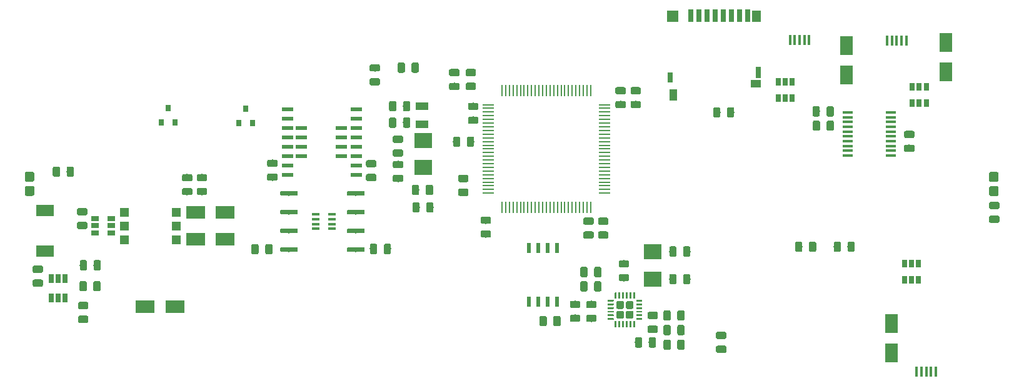
<source format=gbr>
G04 #@! TF.GenerationSoftware,KiCad,Pcbnew,(5.1.2)-1*
G04 #@! TF.CreationDate,2019-05-21T13:02:40-03:00*
G04 #@! TF.ProjectId,trololo,74726f6c-6f6c-46f2-9e6b-696361645f70,rev?*
G04 #@! TF.SameCoordinates,Original*
G04 #@! TF.FileFunction,Paste,Top*
G04 #@! TF.FilePolarity,Positive*
%FSLAX46Y46*%
G04 Gerber Fmt 4.6, Leading zero omitted, Abs format (unit mm)*
G04 Created by KiCad (PCBNEW (5.1.2)-1) date 2019-05-21 13:02:40*
%MOMM*%
%LPD*%
G04 APERTURE LIST*
%ADD10R,0.400000X1.350000*%
%ADD11R,2.400000X1.500000*%
%ADD12R,0.650000X1.220000*%
%ADD13C,0.100000*%
%ADD14C,0.975000*%
%ADD15R,0.533400X1.473200*%
%ADD16R,1.550000X0.600000*%
%ADD17R,1.450000X0.450000*%
%ADD18R,1.060000X0.400000*%
%ADD19R,1.800000X2.500000*%
%ADD20R,2.500000X1.800000*%
%ADD21R,1.060000X0.650000*%
%ADD22R,1.270000X1.270000*%
%ADD23R,1.500000X0.600000*%
%ADD24C,0.650000*%
%ADD25R,0.800000X0.900000*%
%ADD26C,1.300000*%
%ADD27R,0.700000X1.750000*%
%ADD28R,1.300000X1.500000*%
%ADD29R,0.800000X1.500000*%
%ADD30R,1.450000X1.000000*%
%ADD31R,0.800000X1.400000*%
%ADD32R,1.500000X1.500000*%
%ADD33R,1.000000X1.550000*%
%ADD34R,0.650000X1.060000*%
%ADD35R,2.400000X2.000000*%
%ADD36R,1.800000X1.000000*%
%ADD37R,1.500000X0.280000*%
%ADD38R,0.280000X1.500000*%
%ADD39C,1.050000*%
%ADD40C,0.250000*%
G04 APERTURE END LIST*
D10*
X179303200Y-32791400D03*
X178653200Y-32791400D03*
X176703200Y-32791400D03*
X177353200Y-32791400D03*
X178003200Y-32791400D03*
X180691000Y-77724000D03*
X181341000Y-77724000D03*
X183291000Y-77724000D03*
X182641000Y-77724000D03*
X181991000Y-77724000D03*
X166146000Y-32766000D03*
X165496000Y-32766000D03*
X163546000Y-32766000D03*
X164196000Y-32766000D03*
X164846000Y-32766000D03*
D11*
X62623700Y-55875740D03*
X62623700Y-61375740D03*
D12*
X63497420Y-65065280D03*
X64447420Y-65065280D03*
X65397420Y-65065280D03*
X65397420Y-67685280D03*
X64447420Y-67685280D03*
X63497420Y-67685280D03*
D13*
G36*
X68108262Y-62570034D02*
G01*
X68131923Y-62573544D01*
X68155127Y-62579356D01*
X68177649Y-62587414D01*
X68199273Y-62597642D01*
X68219790Y-62609939D01*
X68239003Y-62624189D01*
X68256727Y-62640253D01*
X68272791Y-62657977D01*
X68287041Y-62677190D01*
X68299338Y-62697707D01*
X68309566Y-62719331D01*
X68317624Y-62741853D01*
X68323436Y-62765057D01*
X68326946Y-62788718D01*
X68328120Y-62812610D01*
X68328120Y-63725110D01*
X68326946Y-63749002D01*
X68323436Y-63772663D01*
X68317624Y-63795867D01*
X68309566Y-63818389D01*
X68299338Y-63840013D01*
X68287041Y-63860530D01*
X68272791Y-63879743D01*
X68256727Y-63897467D01*
X68239003Y-63913531D01*
X68219790Y-63927781D01*
X68199273Y-63940078D01*
X68177649Y-63950306D01*
X68155127Y-63958364D01*
X68131923Y-63964176D01*
X68108262Y-63967686D01*
X68084370Y-63968860D01*
X67596870Y-63968860D01*
X67572978Y-63967686D01*
X67549317Y-63964176D01*
X67526113Y-63958364D01*
X67503591Y-63950306D01*
X67481967Y-63940078D01*
X67461450Y-63927781D01*
X67442237Y-63913531D01*
X67424513Y-63897467D01*
X67408449Y-63879743D01*
X67394199Y-63860530D01*
X67381902Y-63840013D01*
X67371674Y-63818389D01*
X67363616Y-63795867D01*
X67357804Y-63772663D01*
X67354294Y-63749002D01*
X67353120Y-63725110D01*
X67353120Y-62812610D01*
X67354294Y-62788718D01*
X67357804Y-62765057D01*
X67363616Y-62741853D01*
X67371674Y-62719331D01*
X67381902Y-62697707D01*
X67394199Y-62677190D01*
X67408449Y-62657977D01*
X67424513Y-62640253D01*
X67442237Y-62624189D01*
X67461450Y-62609939D01*
X67481967Y-62597642D01*
X67503591Y-62587414D01*
X67526113Y-62579356D01*
X67549317Y-62573544D01*
X67572978Y-62570034D01*
X67596870Y-62568860D01*
X68084370Y-62568860D01*
X68108262Y-62570034D01*
X68108262Y-62570034D01*
G37*
D14*
X67840620Y-63268860D03*
D13*
G36*
X69983262Y-62570034D02*
G01*
X70006923Y-62573544D01*
X70030127Y-62579356D01*
X70052649Y-62587414D01*
X70074273Y-62597642D01*
X70094790Y-62609939D01*
X70114003Y-62624189D01*
X70131727Y-62640253D01*
X70147791Y-62657977D01*
X70162041Y-62677190D01*
X70174338Y-62697707D01*
X70184566Y-62719331D01*
X70192624Y-62741853D01*
X70198436Y-62765057D01*
X70201946Y-62788718D01*
X70203120Y-62812610D01*
X70203120Y-63725110D01*
X70201946Y-63749002D01*
X70198436Y-63772663D01*
X70192624Y-63795867D01*
X70184566Y-63818389D01*
X70174338Y-63840013D01*
X70162041Y-63860530D01*
X70147791Y-63879743D01*
X70131727Y-63897467D01*
X70114003Y-63913531D01*
X70094790Y-63927781D01*
X70074273Y-63940078D01*
X70052649Y-63950306D01*
X70030127Y-63958364D01*
X70006923Y-63964176D01*
X69983262Y-63967686D01*
X69959370Y-63968860D01*
X69471870Y-63968860D01*
X69447978Y-63967686D01*
X69424317Y-63964176D01*
X69401113Y-63958364D01*
X69378591Y-63950306D01*
X69356967Y-63940078D01*
X69336450Y-63927781D01*
X69317237Y-63913531D01*
X69299513Y-63897467D01*
X69283449Y-63879743D01*
X69269199Y-63860530D01*
X69256902Y-63840013D01*
X69246674Y-63818389D01*
X69238616Y-63795867D01*
X69232804Y-63772663D01*
X69229294Y-63749002D01*
X69228120Y-63725110D01*
X69228120Y-62812610D01*
X69229294Y-62788718D01*
X69232804Y-62765057D01*
X69238616Y-62741853D01*
X69246674Y-62719331D01*
X69256902Y-62697707D01*
X69269199Y-62677190D01*
X69283449Y-62657977D01*
X69299513Y-62640253D01*
X69317237Y-62624189D01*
X69336450Y-62609939D01*
X69356967Y-62597642D01*
X69378591Y-62587414D01*
X69401113Y-62579356D01*
X69424317Y-62573544D01*
X69447978Y-62570034D01*
X69471870Y-62568860D01*
X69959370Y-62568860D01*
X69983262Y-62570034D01*
X69983262Y-62570034D01*
G37*
D14*
X69715620Y-63268860D03*
D13*
G36*
X68310842Y-68243294D02*
G01*
X68334503Y-68246804D01*
X68357707Y-68252616D01*
X68380229Y-68260674D01*
X68401853Y-68270902D01*
X68422370Y-68283199D01*
X68441583Y-68297449D01*
X68459307Y-68313513D01*
X68475371Y-68331237D01*
X68489621Y-68350450D01*
X68501918Y-68370967D01*
X68512146Y-68392591D01*
X68520204Y-68415113D01*
X68526016Y-68438317D01*
X68529526Y-68461978D01*
X68530700Y-68485870D01*
X68530700Y-68973370D01*
X68529526Y-68997262D01*
X68526016Y-69020923D01*
X68520204Y-69044127D01*
X68512146Y-69066649D01*
X68501918Y-69088273D01*
X68489621Y-69108790D01*
X68475371Y-69128003D01*
X68459307Y-69145727D01*
X68441583Y-69161791D01*
X68422370Y-69176041D01*
X68401853Y-69188338D01*
X68380229Y-69198566D01*
X68357707Y-69206624D01*
X68334503Y-69212436D01*
X68310842Y-69215946D01*
X68286950Y-69217120D01*
X67374450Y-69217120D01*
X67350558Y-69215946D01*
X67326897Y-69212436D01*
X67303693Y-69206624D01*
X67281171Y-69198566D01*
X67259547Y-69188338D01*
X67239030Y-69176041D01*
X67219817Y-69161791D01*
X67202093Y-69145727D01*
X67186029Y-69128003D01*
X67171779Y-69108790D01*
X67159482Y-69088273D01*
X67149254Y-69066649D01*
X67141196Y-69044127D01*
X67135384Y-69020923D01*
X67131874Y-68997262D01*
X67130700Y-68973370D01*
X67130700Y-68485870D01*
X67131874Y-68461978D01*
X67135384Y-68438317D01*
X67141196Y-68415113D01*
X67149254Y-68392591D01*
X67159482Y-68370967D01*
X67171779Y-68350450D01*
X67186029Y-68331237D01*
X67202093Y-68313513D01*
X67219817Y-68297449D01*
X67239030Y-68283199D01*
X67259547Y-68270902D01*
X67281171Y-68260674D01*
X67303693Y-68252616D01*
X67326897Y-68246804D01*
X67350558Y-68243294D01*
X67374450Y-68242120D01*
X68286950Y-68242120D01*
X68310842Y-68243294D01*
X68310842Y-68243294D01*
G37*
D14*
X67830700Y-68729620D03*
D13*
G36*
X68310842Y-70118294D02*
G01*
X68334503Y-70121804D01*
X68357707Y-70127616D01*
X68380229Y-70135674D01*
X68401853Y-70145902D01*
X68422370Y-70158199D01*
X68441583Y-70172449D01*
X68459307Y-70188513D01*
X68475371Y-70206237D01*
X68489621Y-70225450D01*
X68501918Y-70245967D01*
X68512146Y-70267591D01*
X68520204Y-70290113D01*
X68526016Y-70313317D01*
X68529526Y-70336978D01*
X68530700Y-70360870D01*
X68530700Y-70848370D01*
X68529526Y-70872262D01*
X68526016Y-70895923D01*
X68520204Y-70919127D01*
X68512146Y-70941649D01*
X68501918Y-70963273D01*
X68489621Y-70983790D01*
X68475371Y-71003003D01*
X68459307Y-71020727D01*
X68441583Y-71036791D01*
X68422370Y-71051041D01*
X68401853Y-71063338D01*
X68380229Y-71073566D01*
X68357707Y-71081624D01*
X68334503Y-71087436D01*
X68310842Y-71090946D01*
X68286950Y-71092120D01*
X67374450Y-71092120D01*
X67350558Y-71090946D01*
X67326897Y-71087436D01*
X67303693Y-71081624D01*
X67281171Y-71073566D01*
X67259547Y-71063338D01*
X67239030Y-71051041D01*
X67219817Y-71036791D01*
X67202093Y-71020727D01*
X67186029Y-71003003D01*
X67171779Y-70983790D01*
X67159482Y-70963273D01*
X67149254Y-70941649D01*
X67141196Y-70919127D01*
X67135384Y-70895923D01*
X67131874Y-70872262D01*
X67130700Y-70848370D01*
X67130700Y-70360870D01*
X67131874Y-70336978D01*
X67135384Y-70313317D01*
X67141196Y-70290113D01*
X67149254Y-70267591D01*
X67159482Y-70245967D01*
X67171779Y-70225450D01*
X67186029Y-70206237D01*
X67202093Y-70188513D01*
X67219817Y-70172449D01*
X67239030Y-70158199D01*
X67259547Y-70145902D01*
X67281171Y-70135674D01*
X67303693Y-70127616D01*
X67326897Y-70121804D01*
X67350558Y-70118294D01*
X67374450Y-70117120D01*
X68286950Y-70117120D01*
X68310842Y-70118294D01*
X68310842Y-70118294D01*
G37*
D14*
X67830700Y-70604620D03*
D13*
G36*
X191686262Y-54684774D02*
G01*
X191709923Y-54688284D01*
X191733127Y-54694096D01*
X191755649Y-54702154D01*
X191777273Y-54712382D01*
X191797790Y-54724679D01*
X191817003Y-54738929D01*
X191834727Y-54754993D01*
X191850791Y-54772717D01*
X191865041Y-54791930D01*
X191877338Y-54812447D01*
X191887566Y-54834071D01*
X191895624Y-54856593D01*
X191901436Y-54879797D01*
X191904946Y-54903458D01*
X191906120Y-54927350D01*
X191906120Y-55414850D01*
X191904946Y-55438742D01*
X191901436Y-55462403D01*
X191895624Y-55485607D01*
X191887566Y-55508129D01*
X191877338Y-55529753D01*
X191865041Y-55550270D01*
X191850791Y-55569483D01*
X191834727Y-55587207D01*
X191817003Y-55603271D01*
X191797790Y-55617521D01*
X191777273Y-55629818D01*
X191755649Y-55640046D01*
X191733127Y-55648104D01*
X191709923Y-55653916D01*
X191686262Y-55657426D01*
X191662370Y-55658600D01*
X190749870Y-55658600D01*
X190725978Y-55657426D01*
X190702317Y-55653916D01*
X190679113Y-55648104D01*
X190656591Y-55640046D01*
X190634967Y-55629818D01*
X190614450Y-55617521D01*
X190595237Y-55603271D01*
X190577513Y-55587207D01*
X190561449Y-55569483D01*
X190547199Y-55550270D01*
X190534902Y-55529753D01*
X190524674Y-55508129D01*
X190516616Y-55485607D01*
X190510804Y-55462403D01*
X190507294Y-55438742D01*
X190506120Y-55414850D01*
X190506120Y-54927350D01*
X190507294Y-54903458D01*
X190510804Y-54879797D01*
X190516616Y-54856593D01*
X190524674Y-54834071D01*
X190534902Y-54812447D01*
X190547199Y-54791930D01*
X190561449Y-54772717D01*
X190577513Y-54754993D01*
X190595237Y-54738929D01*
X190614450Y-54724679D01*
X190634967Y-54712382D01*
X190656591Y-54702154D01*
X190679113Y-54694096D01*
X190702317Y-54688284D01*
X190725978Y-54684774D01*
X190749870Y-54683600D01*
X191662370Y-54683600D01*
X191686262Y-54684774D01*
X191686262Y-54684774D01*
G37*
D14*
X191206120Y-55171100D03*
D13*
G36*
X191686262Y-56559774D02*
G01*
X191709923Y-56563284D01*
X191733127Y-56569096D01*
X191755649Y-56577154D01*
X191777273Y-56587382D01*
X191797790Y-56599679D01*
X191817003Y-56613929D01*
X191834727Y-56629993D01*
X191850791Y-56647717D01*
X191865041Y-56666930D01*
X191877338Y-56687447D01*
X191887566Y-56709071D01*
X191895624Y-56731593D01*
X191901436Y-56754797D01*
X191904946Y-56778458D01*
X191906120Y-56802350D01*
X191906120Y-57289850D01*
X191904946Y-57313742D01*
X191901436Y-57337403D01*
X191895624Y-57360607D01*
X191887566Y-57383129D01*
X191877338Y-57404753D01*
X191865041Y-57425270D01*
X191850791Y-57444483D01*
X191834727Y-57462207D01*
X191817003Y-57478271D01*
X191797790Y-57492521D01*
X191777273Y-57504818D01*
X191755649Y-57515046D01*
X191733127Y-57523104D01*
X191709923Y-57528916D01*
X191686262Y-57532426D01*
X191662370Y-57533600D01*
X190749870Y-57533600D01*
X190725978Y-57532426D01*
X190702317Y-57528916D01*
X190679113Y-57523104D01*
X190656591Y-57515046D01*
X190634967Y-57504818D01*
X190614450Y-57492521D01*
X190595237Y-57478271D01*
X190577513Y-57462207D01*
X190561449Y-57444483D01*
X190547199Y-57425270D01*
X190534902Y-57404753D01*
X190524674Y-57383129D01*
X190516616Y-57360607D01*
X190510804Y-57337403D01*
X190507294Y-57313742D01*
X190506120Y-57289850D01*
X190506120Y-56802350D01*
X190507294Y-56778458D01*
X190510804Y-56754797D01*
X190516616Y-56731593D01*
X190524674Y-56709071D01*
X190534902Y-56687447D01*
X190547199Y-56666930D01*
X190561449Y-56647717D01*
X190577513Y-56629993D01*
X190595237Y-56613929D01*
X190614450Y-56599679D01*
X190634967Y-56587382D01*
X190656591Y-56577154D01*
X190679113Y-56569096D01*
X190702317Y-56563284D01*
X190725978Y-56559774D01*
X190749870Y-56558600D01*
X191662370Y-56558600D01*
X191686262Y-56559774D01*
X191686262Y-56559774D01*
G37*
D14*
X191206120Y-57046100D03*
D13*
G36*
X64460822Y-49892894D02*
G01*
X64484483Y-49896404D01*
X64507687Y-49902216D01*
X64530209Y-49910274D01*
X64551833Y-49920502D01*
X64572350Y-49932799D01*
X64591563Y-49947049D01*
X64609287Y-49963113D01*
X64625351Y-49980837D01*
X64639601Y-50000050D01*
X64651898Y-50020567D01*
X64662126Y-50042191D01*
X64670184Y-50064713D01*
X64675996Y-50087917D01*
X64679506Y-50111578D01*
X64680680Y-50135470D01*
X64680680Y-51047970D01*
X64679506Y-51071862D01*
X64675996Y-51095523D01*
X64670184Y-51118727D01*
X64662126Y-51141249D01*
X64651898Y-51162873D01*
X64639601Y-51183390D01*
X64625351Y-51202603D01*
X64609287Y-51220327D01*
X64591563Y-51236391D01*
X64572350Y-51250641D01*
X64551833Y-51262938D01*
X64530209Y-51273166D01*
X64507687Y-51281224D01*
X64484483Y-51287036D01*
X64460822Y-51290546D01*
X64436930Y-51291720D01*
X63949430Y-51291720D01*
X63925538Y-51290546D01*
X63901877Y-51287036D01*
X63878673Y-51281224D01*
X63856151Y-51273166D01*
X63834527Y-51262938D01*
X63814010Y-51250641D01*
X63794797Y-51236391D01*
X63777073Y-51220327D01*
X63761009Y-51202603D01*
X63746759Y-51183390D01*
X63734462Y-51162873D01*
X63724234Y-51141249D01*
X63716176Y-51118727D01*
X63710364Y-51095523D01*
X63706854Y-51071862D01*
X63705680Y-51047970D01*
X63705680Y-50135470D01*
X63706854Y-50111578D01*
X63710364Y-50087917D01*
X63716176Y-50064713D01*
X63724234Y-50042191D01*
X63734462Y-50020567D01*
X63746759Y-50000050D01*
X63761009Y-49980837D01*
X63777073Y-49963113D01*
X63794797Y-49947049D01*
X63814010Y-49932799D01*
X63834527Y-49920502D01*
X63856151Y-49910274D01*
X63878673Y-49902216D01*
X63901877Y-49896404D01*
X63925538Y-49892894D01*
X63949430Y-49891720D01*
X64436930Y-49891720D01*
X64460822Y-49892894D01*
X64460822Y-49892894D01*
G37*
D14*
X64193180Y-50591720D03*
D13*
G36*
X66335822Y-49892894D02*
G01*
X66359483Y-49896404D01*
X66382687Y-49902216D01*
X66405209Y-49910274D01*
X66426833Y-49920502D01*
X66447350Y-49932799D01*
X66466563Y-49947049D01*
X66484287Y-49963113D01*
X66500351Y-49980837D01*
X66514601Y-50000050D01*
X66526898Y-50020567D01*
X66537126Y-50042191D01*
X66545184Y-50064713D01*
X66550996Y-50087917D01*
X66554506Y-50111578D01*
X66555680Y-50135470D01*
X66555680Y-51047970D01*
X66554506Y-51071862D01*
X66550996Y-51095523D01*
X66545184Y-51118727D01*
X66537126Y-51141249D01*
X66526898Y-51162873D01*
X66514601Y-51183390D01*
X66500351Y-51202603D01*
X66484287Y-51220327D01*
X66466563Y-51236391D01*
X66447350Y-51250641D01*
X66426833Y-51262938D01*
X66405209Y-51273166D01*
X66382687Y-51281224D01*
X66359483Y-51287036D01*
X66335822Y-51290546D01*
X66311930Y-51291720D01*
X65824430Y-51291720D01*
X65800538Y-51290546D01*
X65776877Y-51287036D01*
X65753673Y-51281224D01*
X65731151Y-51273166D01*
X65709527Y-51262938D01*
X65689010Y-51250641D01*
X65669797Y-51236391D01*
X65652073Y-51220327D01*
X65636009Y-51202603D01*
X65621759Y-51183390D01*
X65609462Y-51162873D01*
X65599234Y-51141249D01*
X65591176Y-51118727D01*
X65585364Y-51095523D01*
X65581854Y-51071862D01*
X65580680Y-51047970D01*
X65580680Y-50135470D01*
X65581854Y-50111578D01*
X65585364Y-50087917D01*
X65591176Y-50064713D01*
X65599234Y-50042191D01*
X65609462Y-50020567D01*
X65621759Y-50000050D01*
X65636009Y-49980837D01*
X65652073Y-49963113D01*
X65669797Y-49947049D01*
X65689010Y-49932799D01*
X65709527Y-49920502D01*
X65731151Y-49910274D01*
X65753673Y-49902216D01*
X65776877Y-49896404D01*
X65800538Y-49892894D01*
X65824430Y-49891720D01*
X66311930Y-49891720D01*
X66335822Y-49892894D01*
X66335822Y-49892894D01*
G37*
D14*
X66068180Y-50591720D03*
D13*
G36*
X154706402Y-72302214D02*
G01*
X154730063Y-72305724D01*
X154753267Y-72311536D01*
X154775789Y-72319594D01*
X154797413Y-72329822D01*
X154817930Y-72342119D01*
X154837143Y-72356369D01*
X154854867Y-72372433D01*
X154870931Y-72390157D01*
X154885181Y-72409370D01*
X154897478Y-72429887D01*
X154907706Y-72451511D01*
X154915764Y-72474033D01*
X154921576Y-72497237D01*
X154925086Y-72520898D01*
X154926260Y-72544790D01*
X154926260Y-73032290D01*
X154925086Y-73056182D01*
X154921576Y-73079843D01*
X154915764Y-73103047D01*
X154907706Y-73125569D01*
X154897478Y-73147193D01*
X154885181Y-73167710D01*
X154870931Y-73186923D01*
X154854867Y-73204647D01*
X154837143Y-73220711D01*
X154817930Y-73234961D01*
X154797413Y-73247258D01*
X154775789Y-73257486D01*
X154753267Y-73265544D01*
X154730063Y-73271356D01*
X154706402Y-73274866D01*
X154682510Y-73276040D01*
X153770010Y-73276040D01*
X153746118Y-73274866D01*
X153722457Y-73271356D01*
X153699253Y-73265544D01*
X153676731Y-73257486D01*
X153655107Y-73247258D01*
X153634590Y-73234961D01*
X153615377Y-73220711D01*
X153597653Y-73204647D01*
X153581589Y-73186923D01*
X153567339Y-73167710D01*
X153555042Y-73147193D01*
X153544814Y-73125569D01*
X153536756Y-73103047D01*
X153530944Y-73079843D01*
X153527434Y-73056182D01*
X153526260Y-73032290D01*
X153526260Y-72544790D01*
X153527434Y-72520898D01*
X153530944Y-72497237D01*
X153536756Y-72474033D01*
X153544814Y-72451511D01*
X153555042Y-72429887D01*
X153567339Y-72409370D01*
X153581589Y-72390157D01*
X153597653Y-72372433D01*
X153615377Y-72356369D01*
X153634590Y-72342119D01*
X153655107Y-72329822D01*
X153676731Y-72319594D01*
X153699253Y-72311536D01*
X153722457Y-72305724D01*
X153746118Y-72302214D01*
X153770010Y-72301040D01*
X154682510Y-72301040D01*
X154706402Y-72302214D01*
X154706402Y-72302214D01*
G37*
D14*
X154226260Y-72788540D03*
D13*
G36*
X154706402Y-74177214D02*
G01*
X154730063Y-74180724D01*
X154753267Y-74186536D01*
X154775789Y-74194594D01*
X154797413Y-74204822D01*
X154817930Y-74217119D01*
X154837143Y-74231369D01*
X154854867Y-74247433D01*
X154870931Y-74265157D01*
X154885181Y-74284370D01*
X154897478Y-74304887D01*
X154907706Y-74326511D01*
X154915764Y-74349033D01*
X154921576Y-74372237D01*
X154925086Y-74395898D01*
X154926260Y-74419790D01*
X154926260Y-74907290D01*
X154925086Y-74931182D01*
X154921576Y-74954843D01*
X154915764Y-74978047D01*
X154907706Y-75000569D01*
X154897478Y-75022193D01*
X154885181Y-75042710D01*
X154870931Y-75061923D01*
X154854867Y-75079647D01*
X154837143Y-75095711D01*
X154817930Y-75109961D01*
X154797413Y-75122258D01*
X154775789Y-75132486D01*
X154753267Y-75140544D01*
X154730063Y-75146356D01*
X154706402Y-75149866D01*
X154682510Y-75151040D01*
X153770010Y-75151040D01*
X153746118Y-75149866D01*
X153722457Y-75146356D01*
X153699253Y-75140544D01*
X153676731Y-75132486D01*
X153655107Y-75122258D01*
X153634590Y-75109961D01*
X153615377Y-75095711D01*
X153597653Y-75079647D01*
X153581589Y-75061923D01*
X153567339Y-75042710D01*
X153555042Y-75022193D01*
X153544814Y-75000569D01*
X153536756Y-74978047D01*
X153530944Y-74954843D01*
X153527434Y-74931182D01*
X153526260Y-74907290D01*
X153526260Y-74419790D01*
X153527434Y-74395898D01*
X153530944Y-74372237D01*
X153536756Y-74349033D01*
X153544814Y-74326511D01*
X153555042Y-74304887D01*
X153567339Y-74284370D01*
X153581589Y-74265157D01*
X153597653Y-74247433D01*
X153615377Y-74231369D01*
X153634590Y-74217119D01*
X153655107Y-74204822D01*
X153676731Y-74194594D01*
X153699253Y-74186536D01*
X153722457Y-74180724D01*
X153746118Y-74177214D01*
X153770010Y-74176040D01*
X154682510Y-74176040D01*
X154706402Y-74177214D01*
X154706402Y-74177214D01*
G37*
D14*
X154226260Y-74663540D03*
D13*
G36*
X135905942Y-65447854D02*
G01*
X135929603Y-65451364D01*
X135952807Y-65457176D01*
X135975329Y-65465234D01*
X135996953Y-65475462D01*
X136017470Y-65487759D01*
X136036683Y-65502009D01*
X136054407Y-65518073D01*
X136070471Y-65535797D01*
X136084721Y-65555010D01*
X136097018Y-65575527D01*
X136107246Y-65597151D01*
X136115304Y-65619673D01*
X136121116Y-65642877D01*
X136124626Y-65666538D01*
X136125800Y-65690430D01*
X136125800Y-66602930D01*
X136124626Y-66626822D01*
X136121116Y-66650483D01*
X136115304Y-66673687D01*
X136107246Y-66696209D01*
X136097018Y-66717833D01*
X136084721Y-66738350D01*
X136070471Y-66757563D01*
X136054407Y-66775287D01*
X136036683Y-66791351D01*
X136017470Y-66805601D01*
X135996953Y-66817898D01*
X135975329Y-66828126D01*
X135952807Y-66836184D01*
X135929603Y-66841996D01*
X135905942Y-66845506D01*
X135882050Y-66846680D01*
X135394550Y-66846680D01*
X135370658Y-66845506D01*
X135346997Y-66841996D01*
X135323793Y-66836184D01*
X135301271Y-66828126D01*
X135279647Y-66817898D01*
X135259130Y-66805601D01*
X135239917Y-66791351D01*
X135222193Y-66775287D01*
X135206129Y-66757563D01*
X135191879Y-66738350D01*
X135179582Y-66717833D01*
X135169354Y-66696209D01*
X135161296Y-66673687D01*
X135155484Y-66650483D01*
X135151974Y-66626822D01*
X135150800Y-66602930D01*
X135150800Y-65690430D01*
X135151974Y-65666538D01*
X135155484Y-65642877D01*
X135161296Y-65619673D01*
X135169354Y-65597151D01*
X135179582Y-65575527D01*
X135191879Y-65555010D01*
X135206129Y-65535797D01*
X135222193Y-65518073D01*
X135239917Y-65502009D01*
X135259130Y-65487759D01*
X135279647Y-65475462D01*
X135301271Y-65465234D01*
X135323793Y-65457176D01*
X135346997Y-65451364D01*
X135370658Y-65447854D01*
X135394550Y-65446680D01*
X135882050Y-65446680D01*
X135905942Y-65447854D01*
X135905942Y-65447854D01*
G37*
D14*
X135638300Y-66146680D03*
D13*
G36*
X137780942Y-65447854D02*
G01*
X137804603Y-65451364D01*
X137827807Y-65457176D01*
X137850329Y-65465234D01*
X137871953Y-65475462D01*
X137892470Y-65487759D01*
X137911683Y-65502009D01*
X137929407Y-65518073D01*
X137945471Y-65535797D01*
X137959721Y-65555010D01*
X137972018Y-65575527D01*
X137982246Y-65597151D01*
X137990304Y-65619673D01*
X137996116Y-65642877D01*
X137999626Y-65666538D01*
X138000800Y-65690430D01*
X138000800Y-66602930D01*
X137999626Y-66626822D01*
X137996116Y-66650483D01*
X137990304Y-66673687D01*
X137982246Y-66696209D01*
X137972018Y-66717833D01*
X137959721Y-66738350D01*
X137945471Y-66757563D01*
X137929407Y-66775287D01*
X137911683Y-66791351D01*
X137892470Y-66805601D01*
X137871953Y-66817898D01*
X137850329Y-66828126D01*
X137827807Y-66836184D01*
X137804603Y-66841996D01*
X137780942Y-66845506D01*
X137757050Y-66846680D01*
X137269550Y-66846680D01*
X137245658Y-66845506D01*
X137221997Y-66841996D01*
X137198793Y-66836184D01*
X137176271Y-66828126D01*
X137154647Y-66817898D01*
X137134130Y-66805601D01*
X137114917Y-66791351D01*
X137097193Y-66775287D01*
X137081129Y-66757563D01*
X137066879Y-66738350D01*
X137054582Y-66717833D01*
X137044354Y-66696209D01*
X137036296Y-66673687D01*
X137030484Y-66650483D01*
X137026974Y-66626822D01*
X137025800Y-66602930D01*
X137025800Y-65690430D01*
X137026974Y-65666538D01*
X137030484Y-65642877D01*
X137036296Y-65619673D01*
X137044354Y-65597151D01*
X137054582Y-65575527D01*
X137066879Y-65555010D01*
X137081129Y-65535797D01*
X137097193Y-65518073D01*
X137114917Y-65502009D01*
X137134130Y-65487759D01*
X137154647Y-65475462D01*
X137176271Y-65465234D01*
X137198793Y-65457176D01*
X137221997Y-65451364D01*
X137245658Y-65447854D01*
X137269550Y-65446680D01*
X137757050Y-65446680D01*
X137780942Y-65447854D01*
X137780942Y-65447854D01*
G37*
D14*
X137513300Y-66146680D03*
D13*
G36*
X135905942Y-63507294D02*
G01*
X135929603Y-63510804D01*
X135952807Y-63516616D01*
X135975329Y-63524674D01*
X135996953Y-63534902D01*
X136017470Y-63547199D01*
X136036683Y-63561449D01*
X136054407Y-63577513D01*
X136070471Y-63595237D01*
X136084721Y-63614450D01*
X136097018Y-63634967D01*
X136107246Y-63656591D01*
X136115304Y-63679113D01*
X136121116Y-63702317D01*
X136124626Y-63725978D01*
X136125800Y-63749870D01*
X136125800Y-64662370D01*
X136124626Y-64686262D01*
X136121116Y-64709923D01*
X136115304Y-64733127D01*
X136107246Y-64755649D01*
X136097018Y-64777273D01*
X136084721Y-64797790D01*
X136070471Y-64817003D01*
X136054407Y-64834727D01*
X136036683Y-64850791D01*
X136017470Y-64865041D01*
X135996953Y-64877338D01*
X135975329Y-64887566D01*
X135952807Y-64895624D01*
X135929603Y-64901436D01*
X135905942Y-64904946D01*
X135882050Y-64906120D01*
X135394550Y-64906120D01*
X135370658Y-64904946D01*
X135346997Y-64901436D01*
X135323793Y-64895624D01*
X135301271Y-64887566D01*
X135279647Y-64877338D01*
X135259130Y-64865041D01*
X135239917Y-64850791D01*
X135222193Y-64834727D01*
X135206129Y-64817003D01*
X135191879Y-64797790D01*
X135179582Y-64777273D01*
X135169354Y-64755649D01*
X135161296Y-64733127D01*
X135155484Y-64709923D01*
X135151974Y-64686262D01*
X135150800Y-64662370D01*
X135150800Y-63749870D01*
X135151974Y-63725978D01*
X135155484Y-63702317D01*
X135161296Y-63679113D01*
X135169354Y-63656591D01*
X135179582Y-63634967D01*
X135191879Y-63614450D01*
X135206129Y-63595237D01*
X135222193Y-63577513D01*
X135239917Y-63561449D01*
X135259130Y-63547199D01*
X135279647Y-63534902D01*
X135301271Y-63524674D01*
X135323793Y-63516616D01*
X135346997Y-63510804D01*
X135370658Y-63507294D01*
X135394550Y-63506120D01*
X135882050Y-63506120D01*
X135905942Y-63507294D01*
X135905942Y-63507294D01*
G37*
D14*
X135638300Y-64206120D03*
D13*
G36*
X137780942Y-63507294D02*
G01*
X137804603Y-63510804D01*
X137827807Y-63516616D01*
X137850329Y-63524674D01*
X137871953Y-63534902D01*
X137892470Y-63547199D01*
X137911683Y-63561449D01*
X137929407Y-63577513D01*
X137945471Y-63595237D01*
X137959721Y-63614450D01*
X137972018Y-63634967D01*
X137982246Y-63656591D01*
X137990304Y-63679113D01*
X137996116Y-63702317D01*
X137999626Y-63725978D01*
X138000800Y-63749870D01*
X138000800Y-64662370D01*
X137999626Y-64686262D01*
X137996116Y-64709923D01*
X137990304Y-64733127D01*
X137982246Y-64755649D01*
X137972018Y-64777273D01*
X137959721Y-64797790D01*
X137945471Y-64817003D01*
X137929407Y-64834727D01*
X137911683Y-64850791D01*
X137892470Y-64865041D01*
X137871953Y-64877338D01*
X137850329Y-64887566D01*
X137827807Y-64895624D01*
X137804603Y-64901436D01*
X137780942Y-64904946D01*
X137757050Y-64906120D01*
X137269550Y-64906120D01*
X137245658Y-64904946D01*
X137221997Y-64901436D01*
X137198793Y-64895624D01*
X137176271Y-64887566D01*
X137154647Y-64877338D01*
X137134130Y-64865041D01*
X137114917Y-64850791D01*
X137097193Y-64834727D01*
X137081129Y-64817003D01*
X137066879Y-64797790D01*
X137054582Y-64777273D01*
X137044354Y-64755649D01*
X137036296Y-64733127D01*
X137030484Y-64709923D01*
X137026974Y-64686262D01*
X137025800Y-64662370D01*
X137025800Y-63749870D01*
X137026974Y-63725978D01*
X137030484Y-63702317D01*
X137036296Y-63679113D01*
X137044354Y-63656591D01*
X137054582Y-63634967D01*
X137066879Y-63614450D01*
X137081129Y-63595237D01*
X137097193Y-63577513D01*
X137114917Y-63561449D01*
X137134130Y-63547199D01*
X137154647Y-63534902D01*
X137176271Y-63524674D01*
X137198793Y-63516616D01*
X137221997Y-63510804D01*
X137245658Y-63507294D01*
X137269550Y-63506120D01*
X137757050Y-63506120D01*
X137780942Y-63507294D01*
X137780942Y-63507294D01*
G37*
D14*
X137513300Y-64206120D03*
D15*
X131993640Y-60947300D03*
X130723640Y-60947300D03*
X129453640Y-60947300D03*
X128183640Y-60947300D03*
X128183640Y-68186300D03*
X129453640Y-68186300D03*
X130723640Y-68186300D03*
X131993640Y-68186300D03*
D16*
X102791240Y-48514000D03*
X102791240Y-47244000D03*
X102791240Y-45974000D03*
X102791240Y-44704000D03*
X97391240Y-44704000D03*
X97391240Y-45974000D03*
X97391240Y-47244000D03*
X97391240Y-48514000D03*
D17*
X171339720Y-42551160D03*
X171339720Y-43201160D03*
X171339720Y-43851160D03*
X171339720Y-44501160D03*
X171339720Y-45151160D03*
X171339720Y-45801160D03*
X171339720Y-46451160D03*
X171339720Y-47101160D03*
X171339720Y-47751160D03*
X171339720Y-48401160D03*
X177239720Y-48401160D03*
X177239720Y-47751160D03*
X177239720Y-47101160D03*
X177239720Y-46451160D03*
X177239720Y-45801160D03*
X177239720Y-45151160D03*
X177239720Y-44501160D03*
X177239720Y-43851160D03*
X177239720Y-43201160D03*
X177239720Y-42551160D03*
D18*
X101506200Y-58333200D03*
X101506200Y-57683200D03*
X101506200Y-57023200D03*
X101506200Y-56373200D03*
X99306200Y-56373200D03*
X99306200Y-57023200D03*
X99306200Y-57683200D03*
X99306200Y-58333200D03*
D19*
X184658000Y-37052000D03*
X184658000Y-33052000D03*
D13*
G36*
X84383962Y-52790414D02*
G01*
X84407623Y-52793924D01*
X84430827Y-52799736D01*
X84453349Y-52807794D01*
X84474973Y-52818022D01*
X84495490Y-52830319D01*
X84514703Y-52844569D01*
X84532427Y-52860633D01*
X84548491Y-52878357D01*
X84562741Y-52897570D01*
X84575038Y-52918087D01*
X84585266Y-52939711D01*
X84593324Y-52962233D01*
X84599136Y-52985437D01*
X84602646Y-53009098D01*
X84603820Y-53032990D01*
X84603820Y-53520490D01*
X84602646Y-53544382D01*
X84599136Y-53568043D01*
X84593324Y-53591247D01*
X84585266Y-53613769D01*
X84575038Y-53635393D01*
X84562741Y-53655910D01*
X84548491Y-53675123D01*
X84532427Y-53692847D01*
X84514703Y-53708911D01*
X84495490Y-53723161D01*
X84474973Y-53735458D01*
X84453349Y-53745686D01*
X84430827Y-53753744D01*
X84407623Y-53759556D01*
X84383962Y-53763066D01*
X84360070Y-53764240D01*
X83447570Y-53764240D01*
X83423678Y-53763066D01*
X83400017Y-53759556D01*
X83376813Y-53753744D01*
X83354291Y-53745686D01*
X83332667Y-53735458D01*
X83312150Y-53723161D01*
X83292937Y-53708911D01*
X83275213Y-53692847D01*
X83259149Y-53675123D01*
X83244899Y-53655910D01*
X83232602Y-53635393D01*
X83222374Y-53613769D01*
X83214316Y-53591247D01*
X83208504Y-53568043D01*
X83204994Y-53544382D01*
X83203820Y-53520490D01*
X83203820Y-53032990D01*
X83204994Y-53009098D01*
X83208504Y-52985437D01*
X83214316Y-52962233D01*
X83222374Y-52939711D01*
X83232602Y-52918087D01*
X83244899Y-52897570D01*
X83259149Y-52878357D01*
X83275213Y-52860633D01*
X83292937Y-52844569D01*
X83312150Y-52830319D01*
X83332667Y-52818022D01*
X83354291Y-52807794D01*
X83376813Y-52799736D01*
X83400017Y-52793924D01*
X83423678Y-52790414D01*
X83447570Y-52789240D01*
X84360070Y-52789240D01*
X84383962Y-52790414D01*
X84383962Y-52790414D01*
G37*
D14*
X83903820Y-53276740D03*
D13*
G36*
X84383962Y-50915414D02*
G01*
X84407623Y-50918924D01*
X84430827Y-50924736D01*
X84453349Y-50932794D01*
X84474973Y-50943022D01*
X84495490Y-50955319D01*
X84514703Y-50969569D01*
X84532427Y-50985633D01*
X84548491Y-51003357D01*
X84562741Y-51022570D01*
X84575038Y-51043087D01*
X84585266Y-51064711D01*
X84593324Y-51087233D01*
X84599136Y-51110437D01*
X84602646Y-51134098D01*
X84603820Y-51157990D01*
X84603820Y-51645490D01*
X84602646Y-51669382D01*
X84599136Y-51693043D01*
X84593324Y-51716247D01*
X84585266Y-51738769D01*
X84575038Y-51760393D01*
X84562741Y-51780910D01*
X84548491Y-51800123D01*
X84532427Y-51817847D01*
X84514703Y-51833911D01*
X84495490Y-51848161D01*
X84474973Y-51860458D01*
X84453349Y-51870686D01*
X84430827Y-51878744D01*
X84407623Y-51884556D01*
X84383962Y-51888066D01*
X84360070Y-51889240D01*
X83447570Y-51889240D01*
X83423678Y-51888066D01*
X83400017Y-51884556D01*
X83376813Y-51878744D01*
X83354291Y-51870686D01*
X83332667Y-51860458D01*
X83312150Y-51848161D01*
X83292937Y-51833911D01*
X83275213Y-51817847D01*
X83259149Y-51800123D01*
X83244899Y-51780910D01*
X83232602Y-51760393D01*
X83222374Y-51738769D01*
X83214316Y-51716247D01*
X83208504Y-51693043D01*
X83204994Y-51669382D01*
X83203820Y-51645490D01*
X83203820Y-51157990D01*
X83204994Y-51134098D01*
X83208504Y-51110437D01*
X83214316Y-51087233D01*
X83222374Y-51064711D01*
X83232602Y-51043087D01*
X83244899Y-51022570D01*
X83259149Y-51003357D01*
X83275213Y-50985633D01*
X83292937Y-50969569D01*
X83312150Y-50955319D01*
X83332667Y-50943022D01*
X83354291Y-50932794D01*
X83376813Y-50924736D01*
X83400017Y-50918924D01*
X83423678Y-50915414D01*
X83447570Y-50914240D01*
X84360070Y-50914240D01*
X84383962Y-50915414D01*
X84383962Y-50915414D01*
G37*
D14*
X83903820Y-51401740D03*
D13*
G36*
X68166062Y-55522974D02*
G01*
X68189723Y-55526484D01*
X68212927Y-55532296D01*
X68235449Y-55540354D01*
X68257073Y-55550582D01*
X68277590Y-55562879D01*
X68296803Y-55577129D01*
X68314527Y-55593193D01*
X68330591Y-55610917D01*
X68344841Y-55630130D01*
X68357138Y-55650647D01*
X68367366Y-55672271D01*
X68375424Y-55694793D01*
X68381236Y-55717997D01*
X68384746Y-55741658D01*
X68385920Y-55765550D01*
X68385920Y-56253050D01*
X68384746Y-56276942D01*
X68381236Y-56300603D01*
X68375424Y-56323807D01*
X68367366Y-56346329D01*
X68357138Y-56367953D01*
X68344841Y-56388470D01*
X68330591Y-56407683D01*
X68314527Y-56425407D01*
X68296803Y-56441471D01*
X68277590Y-56455721D01*
X68257073Y-56468018D01*
X68235449Y-56478246D01*
X68212927Y-56486304D01*
X68189723Y-56492116D01*
X68166062Y-56495626D01*
X68142170Y-56496800D01*
X67229670Y-56496800D01*
X67205778Y-56495626D01*
X67182117Y-56492116D01*
X67158913Y-56486304D01*
X67136391Y-56478246D01*
X67114767Y-56468018D01*
X67094250Y-56455721D01*
X67075037Y-56441471D01*
X67057313Y-56425407D01*
X67041249Y-56407683D01*
X67026999Y-56388470D01*
X67014702Y-56367953D01*
X67004474Y-56346329D01*
X66996416Y-56323807D01*
X66990604Y-56300603D01*
X66987094Y-56276942D01*
X66985920Y-56253050D01*
X66985920Y-55765550D01*
X66987094Y-55741658D01*
X66990604Y-55717997D01*
X66996416Y-55694793D01*
X67004474Y-55672271D01*
X67014702Y-55650647D01*
X67026999Y-55630130D01*
X67041249Y-55610917D01*
X67057313Y-55593193D01*
X67075037Y-55577129D01*
X67094250Y-55562879D01*
X67114767Y-55550582D01*
X67136391Y-55540354D01*
X67158913Y-55532296D01*
X67182117Y-55526484D01*
X67205778Y-55522974D01*
X67229670Y-55521800D01*
X68142170Y-55521800D01*
X68166062Y-55522974D01*
X68166062Y-55522974D01*
G37*
D14*
X67685920Y-56009300D03*
D13*
G36*
X68166062Y-57397974D02*
G01*
X68189723Y-57401484D01*
X68212927Y-57407296D01*
X68235449Y-57415354D01*
X68257073Y-57425582D01*
X68277590Y-57437879D01*
X68296803Y-57452129D01*
X68314527Y-57468193D01*
X68330591Y-57485917D01*
X68344841Y-57505130D01*
X68357138Y-57525647D01*
X68367366Y-57547271D01*
X68375424Y-57569793D01*
X68381236Y-57592997D01*
X68384746Y-57616658D01*
X68385920Y-57640550D01*
X68385920Y-58128050D01*
X68384746Y-58151942D01*
X68381236Y-58175603D01*
X68375424Y-58198807D01*
X68367366Y-58221329D01*
X68357138Y-58242953D01*
X68344841Y-58263470D01*
X68330591Y-58282683D01*
X68314527Y-58300407D01*
X68296803Y-58316471D01*
X68277590Y-58330721D01*
X68257073Y-58343018D01*
X68235449Y-58353246D01*
X68212927Y-58361304D01*
X68189723Y-58367116D01*
X68166062Y-58370626D01*
X68142170Y-58371800D01*
X67229670Y-58371800D01*
X67205778Y-58370626D01*
X67182117Y-58367116D01*
X67158913Y-58361304D01*
X67136391Y-58353246D01*
X67114767Y-58343018D01*
X67094250Y-58330721D01*
X67075037Y-58316471D01*
X67057313Y-58300407D01*
X67041249Y-58282683D01*
X67026999Y-58263470D01*
X67014702Y-58242953D01*
X67004474Y-58221329D01*
X66996416Y-58198807D01*
X66990604Y-58175603D01*
X66987094Y-58151942D01*
X66985920Y-58128050D01*
X66985920Y-57640550D01*
X66987094Y-57616658D01*
X66990604Y-57592997D01*
X66996416Y-57569793D01*
X67004474Y-57547271D01*
X67014702Y-57525647D01*
X67026999Y-57505130D01*
X67041249Y-57485917D01*
X67057313Y-57468193D01*
X67075037Y-57452129D01*
X67094250Y-57437879D01*
X67114767Y-57425582D01*
X67136391Y-57415354D01*
X67158913Y-57407296D01*
X67182117Y-57401484D01*
X67205778Y-57397974D01*
X67229670Y-57396800D01*
X68142170Y-57396800D01*
X68166062Y-57397974D01*
X68166062Y-57397974D01*
G37*
D14*
X67685920Y-57884300D03*
D13*
G36*
X82392602Y-52798034D02*
G01*
X82416263Y-52801544D01*
X82439467Y-52807356D01*
X82461989Y-52815414D01*
X82483613Y-52825642D01*
X82504130Y-52837939D01*
X82523343Y-52852189D01*
X82541067Y-52868253D01*
X82557131Y-52885977D01*
X82571381Y-52905190D01*
X82583678Y-52925707D01*
X82593906Y-52947331D01*
X82601964Y-52969853D01*
X82607776Y-52993057D01*
X82611286Y-53016718D01*
X82612460Y-53040610D01*
X82612460Y-53528110D01*
X82611286Y-53552002D01*
X82607776Y-53575663D01*
X82601964Y-53598867D01*
X82593906Y-53621389D01*
X82583678Y-53643013D01*
X82571381Y-53663530D01*
X82557131Y-53682743D01*
X82541067Y-53700467D01*
X82523343Y-53716531D01*
X82504130Y-53730781D01*
X82483613Y-53743078D01*
X82461989Y-53753306D01*
X82439467Y-53761364D01*
X82416263Y-53767176D01*
X82392602Y-53770686D01*
X82368710Y-53771860D01*
X81456210Y-53771860D01*
X81432318Y-53770686D01*
X81408657Y-53767176D01*
X81385453Y-53761364D01*
X81362931Y-53753306D01*
X81341307Y-53743078D01*
X81320790Y-53730781D01*
X81301577Y-53716531D01*
X81283853Y-53700467D01*
X81267789Y-53682743D01*
X81253539Y-53663530D01*
X81241242Y-53643013D01*
X81231014Y-53621389D01*
X81222956Y-53598867D01*
X81217144Y-53575663D01*
X81213634Y-53552002D01*
X81212460Y-53528110D01*
X81212460Y-53040610D01*
X81213634Y-53016718D01*
X81217144Y-52993057D01*
X81222956Y-52969853D01*
X81231014Y-52947331D01*
X81241242Y-52925707D01*
X81253539Y-52905190D01*
X81267789Y-52885977D01*
X81283853Y-52868253D01*
X81301577Y-52852189D01*
X81320790Y-52837939D01*
X81341307Y-52825642D01*
X81362931Y-52815414D01*
X81385453Y-52807356D01*
X81408657Y-52801544D01*
X81432318Y-52798034D01*
X81456210Y-52796860D01*
X82368710Y-52796860D01*
X82392602Y-52798034D01*
X82392602Y-52798034D01*
G37*
D14*
X81912460Y-53284360D03*
D13*
G36*
X82392602Y-50923034D02*
G01*
X82416263Y-50926544D01*
X82439467Y-50932356D01*
X82461989Y-50940414D01*
X82483613Y-50950642D01*
X82504130Y-50962939D01*
X82523343Y-50977189D01*
X82541067Y-50993253D01*
X82557131Y-51010977D01*
X82571381Y-51030190D01*
X82583678Y-51050707D01*
X82593906Y-51072331D01*
X82601964Y-51094853D01*
X82607776Y-51118057D01*
X82611286Y-51141718D01*
X82612460Y-51165610D01*
X82612460Y-51653110D01*
X82611286Y-51677002D01*
X82607776Y-51700663D01*
X82601964Y-51723867D01*
X82593906Y-51746389D01*
X82583678Y-51768013D01*
X82571381Y-51788530D01*
X82557131Y-51807743D01*
X82541067Y-51825467D01*
X82523343Y-51841531D01*
X82504130Y-51855781D01*
X82483613Y-51868078D01*
X82461989Y-51878306D01*
X82439467Y-51886364D01*
X82416263Y-51892176D01*
X82392602Y-51895686D01*
X82368710Y-51896860D01*
X81456210Y-51896860D01*
X81432318Y-51895686D01*
X81408657Y-51892176D01*
X81385453Y-51886364D01*
X81362931Y-51878306D01*
X81341307Y-51868078D01*
X81320790Y-51855781D01*
X81301577Y-51841531D01*
X81283853Y-51825467D01*
X81267789Y-51807743D01*
X81253539Y-51788530D01*
X81241242Y-51768013D01*
X81231014Y-51746389D01*
X81222956Y-51723867D01*
X81217144Y-51700663D01*
X81213634Y-51677002D01*
X81212460Y-51653110D01*
X81212460Y-51165610D01*
X81213634Y-51141718D01*
X81217144Y-51118057D01*
X81222956Y-51094853D01*
X81231014Y-51072331D01*
X81241242Y-51050707D01*
X81253539Y-51030190D01*
X81267789Y-51010977D01*
X81283853Y-50993253D01*
X81301577Y-50977189D01*
X81320790Y-50962939D01*
X81341307Y-50950642D01*
X81362931Y-50940414D01*
X81385453Y-50932356D01*
X81408657Y-50926544D01*
X81432318Y-50923034D01*
X81456210Y-50921860D01*
X82368710Y-50921860D01*
X82392602Y-50923034D01*
X82392602Y-50923034D01*
G37*
D14*
X81912460Y-51409360D03*
D20*
X83049360Y-56134000D03*
X87049360Y-56134000D03*
X87039200Y-59748420D03*
X83039200Y-59748420D03*
D21*
X71658660Y-58864540D03*
X71658660Y-57914540D03*
X71658660Y-56964540D03*
X69458660Y-56964540D03*
X69458660Y-58864540D03*
X69458660Y-57914540D03*
D22*
X73363820Y-56082400D03*
X73363820Y-57937400D03*
X73363820Y-59792400D03*
X80473820Y-59792400D03*
X80473820Y-57937400D03*
X80473820Y-56082400D03*
D23*
X104799660Y-51059080D03*
X104799660Y-49789080D03*
X104799660Y-48519080D03*
X104799660Y-47249080D03*
X104799660Y-45979080D03*
X104799660Y-44709080D03*
X104799660Y-43439080D03*
X104799660Y-42169080D03*
X95499660Y-42169080D03*
X95499660Y-43439080D03*
X95499660Y-44709080D03*
X95499660Y-45979080D03*
X95499660Y-47249080D03*
X95499660Y-48519080D03*
X95499660Y-49789080D03*
X95499660Y-51059080D03*
D13*
G36*
X93919122Y-50844774D02*
G01*
X93942783Y-50848284D01*
X93965987Y-50854096D01*
X93988509Y-50862154D01*
X94010133Y-50872382D01*
X94030650Y-50884679D01*
X94049863Y-50898929D01*
X94067587Y-50914993D01*
X94083651Y-50932717D01*
X94097901Y-50951930D01*
X94110198Y-50972447D01*
X94120426Y-50994071D01*
X94128484Y-51016593D01*
X94134296Y-51039797D01*
X94137806Y-51063458D01*
X94138980Y-51087350D01*
X94138980Y-51574850D01*
X94137806Y-51598742D01*
X94134296Y-51622403D01*
X94128484Y-51645607D01*
X94120426Y-51668129D01*
X94110198Y-51689753D01*
X94097901Y-51710270D01*
X94083651Y-51729483D01*
X94067587Y-51747207D01*
X94049863Y-51763271D01*
X94030650Y-51777521D01*
X94010133Y-51789818D01*
X93988509Y-51800046D01*
X93965987Y-51808104D01*
X93942783Y-51813916D01*
X93919122Y-51817426D01*
X93895230Y-51818600D01*
X92982730Y-51818600D01*
X92958838Y-51817426D01*
X92935177Y-51813916D01*
X92911973Y-51808104D01*
X92889451Y-51800046D01*
X92867827Y-51789818D01*
X92847310Y-51777521D01*
X92828097Y-51763271D01*
X92810373Y-51747207D01*
X92794309Y-51729483D01*
X92780059Y-51710270D01*
X92767762Y-51689753D01*
X92757534Y-51668129D01*
X92749476Y-51645607D01*
X92743664Y-51622403D01*
X92740154Y-51598742D01*
X92738980Y-51574850D01*
X92738980Y-51087350D01*
X92740154Y-51063458D01*
X92743664Y-51039797D01*
X92749476Y-51016593D01*
X92757534Y-50994071D01*
X92767762Y-50972447D01*
X92780059Y-50951930D01*
X92794309Y-50932717D01*
X92810373Y-50914993D01*
X92828097Y-50898929D01*
X92847310Y-50884679D01*
X92867827Y-50872382D01*
X92889451Y-50862154D01*
X92911973Y-50854096D01*
X92935177Y-50848284D01*
X92958838Y-50844774D01*
X92982730Y-50843600D01*
X93895230Y-50843600D01*
X93919122Y-50844774D01*
X93919122Y-50844774D01*
G37*
D14*
X93438980Y-51331100D03*
D13*
G36*
X93919122Y-48969774D02*
G01*
X93942783Y-48973284D01*
X93965987Y-48979096D01*
X93988509Y-48987154D01*
X94010133Y-48997382D01*
X94030650Y-49009679D01*
X94049863Y-49023929D01*
X94067587Y-49039993D01*
X94083651Y-49057717D01*
X94097901Y-49076930D01*
X94110198Y-49097447D01*
X94120426Y-49119071D01*
X94128484Y-49141593D01*
X94134296Y-49164797D01*
X94137806Y-49188458D01*
X94138980Y-49212350D01*
X94138980Y-49699850D01*
X94137806Y-49723742D01*
X94134296Y-49747403D01*
X94128484Y-49770607D01*
X94120426Y-49793129D01*
X94110198Y-49814753D01*
X94097901Y-49835270D01*
X94083651Y-49854483D01*
X94067587Y-49872207D01*
X94049863Y-49888271D01*
X94030650Y-49902521D01*
X94010133Y-49914818D01*
X93988509Y-49925046D01*
X93965987Y-49933104D01*
X93942783Y-49938916D01*
X93919122Y-49942426D01*
X93895230Y-49943600D01*
X92982730Y-49943600D01*
X92958838Y-49942426D01*
X92935177Y-49938916D01*
X92911973Y-49933104D01*
X92889451Y-49925046D01*
X92867827Y-49914818D01*
X92847310Y-49902521D01*
X92828097Y-49888271D01*
X92810373Y-49872207D01*
X92794309Y-49854483D01*
X92780059Y-49835270D01*
X92767762Y-49814753D01*
X92757534Y-49793129D01*
X92749476Y-49770607D01*
X92743664Y-49747403D01*
X92740154Y-49723742D01*
X92738980Y-49699850D01*
X92738980Y-49212350D01*
X92740154Y-49188458D01*
X92743664Y-49164797D01*
X92749476Y-49141593D01*
X92757534Y-49119071D01*
X92767762Y-49097447D01*
X92780059Y-49076930D01*
X92794309Y-49057717D01*
X92810373Y-49039993D01*
X92828097Y-49023929D01*
X92847310Y-49009679D01*
X92867827Y-48997382D01*
X92889451Y-48987154D01*
X92911973Y-48979096D01*
X92935177Y-48973284D01*
X92958838Y-48969774D01*
X92982730Y-48968600D01*
X93895230Y-48968600D01*
X93919122Y-48969774D01*
X93919122Y-48969774D01*
G37*
D14*
X93438980Y-49456100D03*
D13*
G36*
X93234422Y-60403414D02*
G01*
X93258083Y-60406924D01*
X93281287Y-60412736D01*
X93303809Y-60420794D01*
X93325433Y-60431022D01*
X93345950Y-60443319D01*
X93365163Y-60457569D01*
X93382887Y-60473633D01*
X93398951Y-60491357D01*
X93413201Y-60510570D01*
X93425498Y-60531087D01*
X93435726Y-60552711D01*
X93443784Y-60575233D01*
X93449596Y-60598437D01*
X93453106Y-60622098D01*
X93454280Y-60645990D01*
X93454280Y-61558490D01*
X93453106Y-61582382D01*
X93449596Y-61606043D01*
X93443784Y-61629247D01*
X93435726Y-61651769D01*
X93425498Y-61673393D01*
X93413201Y-61693910D01*
X93398951Y-61713123D01*
X93382887Y-61730847D01*
X93365163Y-61746911D01*
X93345950Y-61761161D01*
X93325433Y-61773458D01*
X93303809Y-61783686D01*
X93281287Y-61791744D01*
X93258083Y-61797556D01*
X93234422Y-61801066D01*
X93210530Y-61802240D01*
X92723030Y-61802240D01*
X92699138Y-61801066D01*
X92675477Y-61797556D01*
X92652273Y-61791744D01*
X92629751Y-61783686D01*
X92608127Y-61773458D01*
X92587610Y-61761161D01*
X92568397Y-61746911D01*
X92550673Y-61730847D01*
X92534609Y-61713123D01*
X92520359Y-61693910D01*
X92508062Y-61673393D01*
X92497834Y-61651769D01*
X92489776Y-61629247D01*
X92483964Y-61606043D01*
X92480454Y-61582382D01*
X92479280Y-61558490D01*
X92479280Y-60645990D01*
X92480454Y-60622098D01*
X92483964Y-60598437D01*
X92489776Y-60575233D01*
X92497834Y-60552711D01*
X92508062Y-60531087D01*
X92520359Y-60510570D01*
X92534609Y-60491357D01*
X92550673Y-60473633D01*
X92568397Y-60457569D01*
X92587610Y-60443319D01*
X92608127Y-60431022D01*
X92629751Y-60420794D01*
X92652273Y-60412736D01*
X92675477Y-60406924D01*
X92699138Y-60403414D01*
X92723030Y-60402240D01*
X93210530Y-60402240D01*
X93234422Y-60403414D01*
X93234422Y-60403414D01*
G37*
D14*
X92966780Y-61102240D03*
D13*
G36*
X91359422Y-60403414D02*
G01*
X91383083Y-60406924D01*
X91406287Y-60412736D01*
X91428809Y-60420794D01*
X91450433Y-60431022D01*
X91470950Y-60443319D01*
X91490163Y-60457569D01*
X91507887Y-60473633D01*
X91523951Y-60491357D01*
X91538201Y-60510570D01*
X91550498Y-60531087D01*
X91560726Y-60552711D01*
X91568784Y-60575233D01*
X91574596Y-60598437D01*
X91578106Y-60622098D01*
X91579280Y-60645990D01*
X91579280Y-61558490D01*
X91578106Y-61582382D01*
X91574596Y-61606043D01*
X91568784Y-61629247D01*
X91560726Y-61651769D01*
X91550498Y-61673393D01*
X91538201Y-61693910D01*
X91523951Y-61713123D01*
X91507887Y-61730847D01*
X91490163Y-61746911D01*
X91470950Y-61761161D01*
X91450433Y-61773458D01*
X91428809Y-61783686D01*
X91406287Y-61791744D01*
X91383083Y-61797556D01*
X91359422Y-61801066D01*
X91335530Y-61802240D01*
X90848030Y-61802240D01*
X90824138Y-61801066D01*
X90800477Y-61797556D01*
X90777273Y-61791744D01*
X90754751Y-61783686D01*
X90733127Y-61773458D01*
X90712610Y-61761161D01*
X90693397Y-61746911D01*
X90675673Y-61730847D01*
X90659609Y-61713123D01*
X90645359Y-61693910D01*
X90633062Y-61673393D01*
X90622834Y-61651769D01*
X90614776Y-61629247D01*
X90608964Y-61606043D01*
X90605454Y-61582382D01*
X90604280Y-61558490D01*
X90604280Y-60645990D01*
X90605454Y-60622098D01*
X90608964Y-60598437D01*
X90614776Y-60575233D01*
X90622834Y-60552711D01*
X90633062Y-60531087D01*
X90645359Y-60510570D01*
X90659609Y-60491357D01*
X90675673Y-60473633D01*
X90693397Y-60457569D01*
X90712610Y-60443319D01*
X90733127Y-60431022D01*
X90754751Y-60420794D01*
X90777273Y-60412736D01*
X90800477Y-60406924D01*
X90824138Y-60403414D01*
X90848030Y-60402240D01*
X91335530Y-60402240D01*
X91359422Y-60403414D01*
X91359422Y-60403414D01*
G37*
D14*
X91091780Y-61102240D03*
D13*
G36*
X105766588Y-60828822D02*
G01*
X105782362Y-60831162D01*
X105797831Y-60835037D01*
X105812846Y-60840410D01*
X105827262Y-60847228D01*
X105840940Y-60855426D01*
X105853749Y-60864926D01*
X105865565Y-60875635D01*
X105876274Y-60887451D01*
X105885774Y-60900260D01*
X105893972Y-60913938D01*
X105900790Y-60928354D01*
X105906163Y-60943369D01*
X105910038Y-60958838D01*
X105912378Y-60974612D01*
X105913160Y-60990540D01*
X105913160Y-61315540D01*
X105912378Y-61331468D01*
X105910038Y-61347242D01*
X105906163Y-61362711D01*
X105900790Y-61377726D01*
X105893972Y-61392142D01*
X105885774Y-61405820D01*
X105876274Y-61418629D01*
X105865565Y-61430445D01*
X105853749Y-61441154D01*
X105840940Y-61450654D01*
X105827262Y-61458852D01*
X105812846Y-61465670D01*
X105797831Y-61471043D01*
X105782362Y-61474918D01*
X105766588Y-61477258D01*
X105750660Y-61478040D01*
X103725660Y-61478040D01*
X103709732Y-61477258D01*
X103693958Y-61474918D01*
X103678489Y-61471043D01*
X103663474Y-61465670D01*
X103649058Y-61458852D01*
X103635380Y-61450654D01*
X103622571Y-61441154D01*
X103610755Y-61430445D01*
X103600046Y-61418629D01*
X103590546Y-61405820D01*
X103582348Y-61392142D01*
X103575530Y-61377726D01*
X103570157Y-61362711D01*
X103566282Y-61347242D01*
X103563942Y-61331468D01*
X103563160Y-61315540D01*
X103563160Y-60990540D01*
X103563942Y-60974612D01*
X103566282Y-60958838D01*
X103570157Y-60943369D01*
X103575530Y-60928354D01*
X103582348Y-60913938D01*
X103590546Y-60900260D01*
X103600046Y-60887451D01*
X103610755Y-60875635D01*
X103622571Y-60864926D01*
X103635380Y-60855426D01*
X103649058Y-60847228D01*
X103663474Y-60840410D01*
X103678489Y-60835037D01*
X103693958Y-60831162D01*
X103709732Y-60828822D01*
X103725660Y-60828040D01*
X105750660Y-60828040D01*
X105766588Y-60828822D01*
X105766588Y-60828822D01*
G37*
D24*
X104738160Y-61153040D03*
D13*
G36*
X105766588Y-58288822D02*
G01*
X105782362Y-58291162D01*
X105797831Y-58295037D01*
X105812846Y-58300410D01*
X105827262Y-58307228D01*
X105840940Y-58315426D01*
X105853749Y-58324926D01*
X105865565Y-58335635D01*
X105876274Y-58347451D01*
X105885774Y-58360260D01*
X105893972Y-58373938D01*
X105900790Y-58388354D01*
X105906163Y-58403369D01*
X105910038Y-58418838D01*
X105912378Y-58434612D01*
X105913160Y-58450540D01*
X105913160Y-58775540D01*
X105912378Y-58791468D01*
X105910038Y-58807242D01*
X105906163Y-58822711D01*
X105900790Y-58837726D01*
X105893972Y-58852142D01*
X105885774Y-58865820D01*
X105876274Y-58878629D01*
X105865565Y-58890445D01*
X105853749Y-58901154D01*
X105840940Y-58910654D01*
X105827262Y-58918852D01*
X105812846Y-58925670D01*
X105797831Y-58931043D01*
X105782362Y-58934918D01*
X105766588Y-58937258D01*
X105750660Y-58938040D01*
X103725660Y-58938040D01*
X103709732Y-58937258D01*
X103693958Y-58934918D01*
X103678489Y-58931043D01*
X103663474Y-58925670D01*
X103649058Y-58918852D01*
X103635380Y-58910654D01*
X103622571Y-58901154D01*
X103610755Y-58890445D01*
X103600046Y-58878629D01*
X103590546Y-58865820D01*
X103582348Y-58852142D01*
X103575530Y-58837726D01*
X103570157Y-58822711D01*
X103566282Y-58807242D01*
X103563942Y-58791468D01*
X103563160Y-58775540D01*
X103563160Y-58450540D01*
X103563942Y-58434612D01*
X103566282Y-58418838D01*
X103570157Y-58403369D01*
X103575530Y-58388354D01*
X103582348Y-58373938D01*
X103590546Y-58360260D01*
X103600046Y-58347451D01*
X103610755Y-58335635D01*
X103622571Y-58324926D01*
X103635380Y-58315426D01*
X103649058Y-58307228D01*
X103663474Y-58300410D01*
X103678489Y-58295037D01*
X103693958Y-58291162D01*
X103709732Y-58288822D01*
X103725660Y-58288040D01*
X105750660Y-58288040D01*
X105766588Y-58288822D01*
X105766588Y-58288822D01*
G37*
D24*
X104738160Y-58613040D03*
D13*
G36*
X105766588Y-55748822D02*
G01*
X105782362Y-55751162D01*
X105797831Y-55755037D01*
X105812846Y-55760410D01*
X105827262Y-55767228D01*
X105840940Y-55775426D01*
X105853749Y-55784926D01*
X105865565Y-55795635D01*
X105876274Y-55807451D01*
X105885774Y-55820260D01*
X105893972Y-55833938D01*
X105900790Y-55848354D01*
X105906163Y-55863369D01*
X105910038Y-55878838D01*
X105912378Y-55894612D01*
X105913160Y-55910540D01*
X105913160Y-56235540D01*
X105912378Y-56251468D01*
X105910038Y-56267242D01*
X105906163Y-56282711D01*
X105900790Y-56297726D01*
X105893972Y-56312142D01*
X105885774Y-56325820D01*
X105876274Y-56338629D01*
X105865565Y-56350445D01*
X105853749Y-56361154D01*
X105840940Y-56370654D01*
X105827262Y-56378852D01*
X105812846Y-56385670D01*
X105797831Y-56391043D01*
X105782362Y-56394918D01*
X105766588Y-56397258D01*
X105750660Y-56398040D01*
X103725660Y-56398040D01*
X103709732Y-56397258D01*
X103693958Y-56394918D01*
X103678489Y-56391043D01*
X103663474Y-56385670D01*
X103649058Y-56378852D01*
X103635380Y-56370654D01*
X103622571Y-56361154D01*
X103610755Y-56350445D01*
X103600046Y-56338629D01*
X103590546Y-56325820D01*
X103582348Y-56312142D01*
X103575530Y-56297726D01*
X103570157Y-56282711D01*
X103566282Y-56267242D01*
X103563942Y-56251468D01*
X103563160Y-56235540D01*
X103563160Y-55910540D01*
X103563942Y-55894612D01*
X103566282Y-55878838D01*
X103570157Y-55863369D01*
X103575530Y-55848354D01*
X103582348Y-55833938D01*
X103590546Y-55820260D01*
X103600046Y-55807451D01*
X103610755Y-55795635D01*
X103622571Y-55784926D01*
X103635380Y-55775426D01*
X103649058Y-55767228D01*
X103663474Y-55760410D01*
X103678489Y-55755037D01*
X103693958Y-55751162D01*
X103709732Y-55748822D01*
X103725660Y-55748040D01*
X105750660Y-55748040D01*
X105766588Y-55748822D01*
X105766588Y-55748822D01*
G37*
D24*
X104738160Y-56073040D03*
D13*
G36*
X105766588Y-53208822D02*
G01*
X105782362Y-53211162D01*
X105797831Y-53215037D01*
X105812846Y-53220410D01*
X105827262Y-53227228D01*
X105840940Y-53235426D01*
X105853749Y-53244926D01*
X105865565Y-53255635D01*
X105876274Y-53267451D01*
X105885774Y-53280260D01*
X105893972Y-53293938D01*
X105900790Y-53308354D01*
X105906163Y-53323369D01*
X105910038Y-53338838D01*
X105912378Y-53354612D01*
X105913160Y-53370540D01*
X105913160Y-53695540D01*
X105912378Y-53711468D01*
X105910038Y-53727242D01*
X105906163Y-53742711D01*
X105900790Y-53757726D01*
X105893972Y-53772142D01*
X105885774Y-53785820D01*
X105876274Y-53798629D01*
X105865565Y-53810445D01*
X105853749Y-53821154D01*
X105840940Y-53830654D01*
X105827262Y-53838852D01*
X105812846Y-53845670D01*
X105797831Y-53851043D01*
X105782362Y-53854918D01*
X105766588Y-53857258D01*
X105750660Y-53858040D01*
X103725660Y-53858040D01*
X103709732Y-53857258D01*
X103693958Y-53854918D01*
X103678489Y-53851043D01*
X103663474Y-53845670D01*
X103649058Y-53838852D01*
X103635380Y-53830654D01*
X103622571Y-53821154D01*
X103610755Y-53810445D01*
X103600046Y-53798629D01*
X103590546Y-53785820D01*
X103582348Y-53772142D01*
X103575530Y-53757726D01*
X103570157Y-53742711D01*
X103566282Y-53727242D01*
X103563942Y-53711468D01*
X103563160Y-53695540D01*
X103563160Y-53370540D01*
X103563942Y-53354612D01*
X103566282Y-53338838D01*
X103570157Y-53323369D01*
X103575530Y-53308354D01*
X103582348Y-53293938D01*
X103590546Y-53280260D01*
X103600046Y-53267451D01*
X103610755Y-53255635D01*
X103622571Y-53244926D01*
X103635380Y-53235426D01*
X103649058Y-53227228D01*
X103663474Y-53220410D01*
X103678489Y-53215037D01*
X103693958Y-53211162D01*
X103709732Y-53208822D01*
X103725660Y-53208040D01*
X105750660Y-53208040D01*
X105766588Y-53208822D01*
X105766588Y-53208822D01*
G37*
D24*
X104738160Y-53533040D03*
D13*
G36*
X96716588Y-53208822D02*
G01*
X96732362Y-53211162D01*
X96747831Y-53215037D01*
X96762846Y-53220410D01*
X96777262Y-53227228D01*
X96790940Y-53235426D01*
X96803749Y-53244926D01*
X96815565Y-53255635D01*
X96826274Y-53267451D01*
X96835774Y-53280260D01*
X96843972Y-53293938D01*
X96850790Y-53308354D01*
X96856163Y-53323369D01*
X96860038Y-53338838D01*
X96862378Y-53354612D01*
X96863160Y-53370540D01*
X96863160Y-53695540D01*
X96862378Y-53711468D01*
X96860038Y-53727242D01*
X96856163Y-53742711D01*
X96850790Y-53757726D01*
X96843972Y-53772142D01*
X96835774Y-53785820D01*
X96826274Y-53798629D01*
X96815565Y-53810445D01*
X96803749Y-53821154D01*
X96790940Y-53830654D01*
X96777262Y-53838852D01*
X96762846Y-53845670D01*
X96747831Y-53851043D01*
X96732362Y-53854918D01*
X96716588Y-53857258D01*
X96700660Y-53858040D01*
X94675660Y-53858040D01*
X94659732Y-53857258D01*
X94643958Y-53854918D01*
X94628489Y-53851043D01*
X94613474Y-53845670D01*
X94599058Y-53838852D01*
X94585380Y-53830654D01*
X94572571Y-53821154D01*
X94560755Y-53810445D01*
X94550046Y-53798629D01*
X94540546Y-53785820D01*
X94532348Y-53772142D01*
X94525530Y-53757726D01*
X94520157Y-53742711D01*
X94516282Y-53727242D01*
X94513942Y-53711468D01*
X94513160Y-53695540D01*
X94513160Y-53370540D01*
X94513942Y-53354612D01*
X94516282Y-53338838D01*
X94520157Y-53323369D01*
X94525530Y-53308354D01*
X94532348Y-53293938D01*
X94540546Y-53280260D01*
X94550046Y-53267451D01*
X94560755Y-53255635D01*
X94572571Y-53244926D01*
X94585380Y-53235426D01*
X94599058Y-53227228D01*
X94613474Y-53220410D01*
X94628489Y-53215037D01*
X94643958Y-53211162D01*
X94659732Y-53208822D01*
X94675660Y-53208040D01*
X96700660Y-53208040D01*
X96716588Y-53208822D01*
X96716588Y-53208822D01*
G37*
D24*
X95688160Y-53533040D03*
D13*
G36*
X96716588Y-55748822D02*
G01*
X96732362Y-55751162D01*
X96747831Y-55755037D01*
X96762846Y-55760410D01*
X96777262Y-55767228D01*
X96790940Y-55775426D01*
X96803749Y-55784926D01*
X96815565Y-55795635D01*
X96826274Y-55807451D01*
X96835774Y-55820260D01*
X96843972Y-55833938D01*
X96850790Y-55848354D01*
X96856163Y-55863369D01*
X96860038Y-55878838D01*
X96862378Y-55894612D01*
X96863160Y-55910540D01*
X96863160Y-56235540D01*
X96862378Y-56251468D01*
X96860038Y-56267242D01*
X96856163Y-56282711D01*
X96850790Y-56297726D01*
X96843972Y-56312142D01*
X96835774Y-56325820D01*
X96826274Y-56338629D01*
X96815565Y-56350445D01*
X96803749Y-56361154D01*
X96790940Y-56370654D01*
X96777262Y-56378852D01*
X96762846Y-56385670D01*
X96747831Y-56391043D01*
X96732362Y-56394918D01*
X96716588Y-56397258D01*
X96700660Y-56398040D01*
X94675660Y-56398040D01*
X94659732Y-56397258D01*
X94643958Y-56394918D01*
X94628489Y-56391043D01*
X94613474Y-56385670D01*
X94599058Y-56378852D01*
X94585380Y-56370654D01*
X94572571Y-56361154D01*
X94560755Y-56350445D01*
X94550046Y-56338629D01*
X94540546Y-56325820D01*
X94532348Y-56312142D01*
X94525530Y-56297726D01*
X94520157Y-56282711D01*
X94516282Y-56267242D01*
X94513942Y-56251468D01*
X94513160Y-56235540D01*
X94513160Y-55910540D01*
X94513942Y-55894612D01*
X94516282Y-55878838D01*
X94520157Y-55863369D01*
X94525530Y-55848354D01*
X94532348Y-55833938D01*
X94540546Y-55820260D01*
X94550046Y-55807451D01*
X94560755Y-55795635D01*
X94572571Y-55784926D01*
X94585380Y-55775426D01*
X94599058Y-55767228D01*
X94613474Y-55760410D01*
X94628489Y-55755037D01*
X94643958Y-55751162D01*
X94659732Y-55748822D01*
X94675660Y-55748040D01*
X96700660Y-55748040D01*
X96716588Y-55748822D01*
X96716588Y-55748822D01*
G37*
D24*
X95688160Y-56073040D03*
D13*
G36*
X96716588Y-58288822D02*
G01*
X96732362Y-58291162D01*
X96747831Y-58295037D01*
X96762846Y-58300410D01*
X96777262Y-58307228D01*
X96790940Y-58315426D01*
X96803749Y-58324926D01*
X96815565Y-58335635D01*
X96826274Y-58347451D01*
X96835774Y-58360260D01*
X96843972Y-58373938D01*
X96850790Y-58388354D01*
X96856163Y-58403369D01*
X96860038Y-58418838D01*
X96862378Y-58434612D01*
X96863160Y-58450540D01*
X96863160Y-58775540D01*
X96862378Y-58791468D01*
X96860038Y-58807242D01*
X96856163Y-58822711D01*
X96850790Y-58837726D01*
X96843972Y-58852142D01*
X96835774Y-58865820D01*
X96826274Y-58878629D01*
X96815565Y-58890445D01*
X96803749Y-58901154D01*
X96790940Y-58910654D01*
X96777262Y-58918852D01*
X96762846Y-58925670D01*
X96747831Y-58931043D01*
X96732362Y-58934918D01*
X96716588Y-58937258D01*
X96700660Y-58938040D01*
X94675660Y-58938040D01*
X94659732Y-58937258D01*
X94643958Y-58934918D01*
X94628489Y-58931043D01*
X94613474Y-58925670D01*
X94599058Y-58918852D01*
X94585380Y-58910654D01*
X94572571Y-58901154D01*
X94560755Y-58890445D01*
X94550046Y-58878629D01*
X94540546Y-58865820D01*
X94532348Y-58852142D01*
X94525530Y-58837726D01*
X94520157Y-58822711D01*
X94516282Y-58807242D01*
X94513942Y-58791468D01*
X94513160Y-58775540D01*
X94513160Y-58450540D01*
X94513942Y-58434612D01*
X94516282Y-58418838D01*
X94520157Y-58403369D01*
X94525530Y-58388354D01*
X94532348Y-58373938D01*
X94540546Y-58360260D01*
X94550046Y-58347451D01*
X94560755Y-58335635D01*
X94572571Y-58324926D01*
X94585380Y-58315426D01*
X94599058Y-58307228D01*
X94613474Y-58300410D01*
X94628489Y-58295037D01*
X94643958Y-58291162D01*
X94659732Y-58288822D01*
X94675660Y-58288040D01*
X96700660Y-58288040D01*
X96716588Y-58288822D01*
X96716588Y-58288822D01*
G37*
D24*
X95688160Y-58613040D03*
D13*
G36*
X96716588Y-60828822D02*
G01*
X96732362Y-60831162D01*
X96747831Y-60835037D01*
X96762846Y-60840410D01*
X96777262Y-60847228D01*
X96790940Y-60855426D01*
X96803749Y-60864926D01*
X96815565Y-60875635D01*
X96826274Y-60887451D01*
X96835774Y-60900260D01*
X96843972Y-60913938D01*
X96850790Y-60928354D01*
X96856163Y-60943369D01*
X96860038Y-60958838D01*
X96862378Y-60974612D01*
X96863160Y-60990540D01*
X96863160Y-61315540D01*
X96862378Y-61331468D01*
X96860038Y-61347242D01*
X96856163Y-61362711D01*
X96850790Y-61377726D01*
X96843972Y-61392142D01*
X96835774Y-61405820D01*
X96826274Y-61418629D01*
X96815565Y-61430445D01*
X96803749Y-61441154D01*
X96790940Y-61450654D01*
X96777262Y-61458852D01*
X96762846Y-61465670D01*
X96747831Y-61471043D01*
X96732362Y-61474918D01*
X96716588Y-61477258D01*
X96700660Y-61478040D01*
X94675660Y-61478040D01*
X94659732Y-61477258D01*
X94643958Y-61474918D01*
X94628489Y-61471043D01*
X94613474Y-61465670D01*
X94599058Y-61458852D01*
X94585380Y-61450654D01*
X94572571Y-61441154D01*
X94560755Y-61430445D01*
X94550046Y-61418629D01*
X94540546Y-61405820D01*
X94532348Y-61392142D01*
X94525530Y-61377726D01*
X94520157Y-61362711D01*
X94516282Y-61347242D01*
X94513942Y-61331468D01*
X94513160Y-61315540D01*
X94513160Y-60990540D01*
X94513942Y-60974612D01*
X94516282Y-60958838D01*
X94520157Y-60943369D01*
X94525530Y-60928354D01*
X94532348Y-60913938D01*
X94540546Y-60900260D01*
X94550046Y-60887451D01*
X94560755Y-60875635D01*
X94572571Y-60864926D01*
X94585380Y-60855426D01*
X94599058Y-60847228D01*
X94613474Y-60840410D01*
X94628489Y-60835037D01*
X94643958Y-60831162D01*
X94659732Y-60828822D01*
X94675660Y-60828040D01*
X96700660Y-60828040D01*
X96716588Y-60828822D01*
X96716588Y-60828822D01*
G37*
D24*
X95688160Y-61153040D03*
D25*
X88889800Y-44037760D03*
X90789800Y-44037760D03*
X89839800Y-42037760D03*
D13*
G36*
X111171422Y-35788274D02*
G01*
X111195083Y-35791784D01*
X111218287Y-35797596D01*
X111240809Y-35805654D01*
X111262433Y-35815882D01*
X111282950Y-35828179D01*
X111302163Y-35842429D01*
X111319887Y-35858493D01*
X111335951Y-35876217D01*
X111350201Y-35895430D01*
X111362498Y-35915947D01*
X111372726Y-35937571D01*
X111380784Y-35960093D01*
X111386596Y-35983297D01*
X111390106Y-36006958D01*
X111391280Y-36030850D01*
X111391280Y-36943350D01*
X111390106Y-36967242D01*
X111386596Y-36990903D01*
X111380784Y-37014107D01*
X111372726Y-37036629D01*
X111362498Y-37058253D01*
X111350201Y-37078770D01*
X111335951Y-37097983D01*
X111319887Y-37115707D01*
X111302163Y-37131771D01*
X111282950Y-37146021D01*
X111262433Y-37158318D01*
X111240809Y-37168546D01*
X111218287Y-37176604D01*
X111195083Y-37182416D01*
X111171422Y-37185926D01*
X111147530Y-37187100D01*
X110660030Y-37187100D01*
X110636138Y-37185926D01*
X110612477Y-37182416D01*
X110589273Y-37176604D01*
X110566751Y-37168546D01*
X110545127Y-37158318D01*
X110524610Y-37146021D01*
X110505397Y-37131771D01*
X110487673Y-37115707D01*
X110471609Y-37097983D01*
X110457359Y-37078770D01*
X110445062Y-37058253D01*
X110434834Y-37036629D01*
X110426776Y-37014107D01*
X110420964Y-36990903D01*
X110417454Y-36967242D01*
X110416280Y-36943350D01*
X110416280Y-36030850D01*
X110417454Y-36006958D01*
X110420964Y-35983297D01*
X110426776Y-35960093D01*
X110434834Y-35937571D01*
X110445062Y-35915947D01*
X110457359Y-35895430D01*
X110471609Y-35876217D01*
X110487673Y-35858493D01*
X110505397Y-35842429D01*
X110524610Y-35828179D01*
X110545127Y-35815882D01*
X110566751Y-35805654D01*
X110589273Y-35797596D01*
X110612477Y-35791784D01*
X110636138Y-35788274D01*
X110660030Y-35787100D01*
X111147530Y-35787100D01*
X111171422Y-35788274D01*
X111171422Y-35788274D01*
G37*
D14*
X110903780Y-36487100D03*
D13*
G36*
X113046422Y-35788274D02*
G01*
X113070083Y-35791784D01*
X113093287Y-35797596D01*
X113115809Y-35805654D01*
X113137433Y-35815882D01*
X113157950Y-35828179D01*
X113177163Y-35842429D01*
X113194887Y-35858493D01*
X113210951Y-35876217D01*
X113225201Y-35895430D01*
X113237498Y-35915947D01*
X113247726Y-35937571D01*
X113255784Y-35960093D01*
X113261596Y-35983297D01*
X113265106Y-36006958D01*
X113266280Y-36030850D01*
X113266280Y-36943350D01*
X113265106Y-36967242D01*
X113261596Y-36990903D01*
X113255784Y-37014107D01*
X113247726Y-37036629D01*
X113237498Y-37058253D01*
X113225201Y-37078770D01*
X113210951Y-37097983D01*
X113194887Y-37115707D01*
X113177163Y-37131771D01*
X113157950Y-37146021D01*
X113137433Y-37158318D01*
X113115809Y-37168546D01*
X113093287Y-37176604D01*
X113070083Y-37182416D01*
X113046422Y-37185926D01*
X113022530Y-37187100D01*
X112535030Y-37187100D01*
X112511138Y-37185926D01*
X112487477Y-37182416D01*
X112464273Y-37176604D01*
X112441751Y-37168546D01*
X112420127Y-37158318D01*
X112399610Y-37146021D01*
X112380397Y-37131771D01*
X112362673Y-37115707D01*
X112346609Y-37097983D01*
X112332359Y-37078770D01*
X112320062Y-37058253D01*
X112309834Y-37036629D01*
X112301776Y-37014107D01*
X112295964Y-36990903D01*
X112292454Y-36967242D01*
X112291280Y-36943350D01*
X112291280Y-36030850D01*
X112292454Y-36006958D01*
X112295964Y-35983297D01*
X112301776Y-35960093D01*
X112309834Y-35937571D01*
X112320062Y-35915947D01*
X112332359Y-35895430D01*
X112346609Y-35876217D01*
X112362673Y-35858493D01*
X112380397Y-35842429D01*
X112399610Y-35828179D01*
X112420127Y-35815882D01*
X112441751Y-35805654D01*
X112464273Y-35797596D01*
X112487477Y-35791784D01*
X112511138Y-35788274D01*
X112535030Y-35787100D01*
X113022530Y-35787100D01*
X113046422Y-35788274D01*
X113046422Y-35788274D01*
G37*
D14*
X112778780Y-36487100D03*
D13*
G36*
X60983184Y-52541384D02*
G01*
X61007453Y-52544984D01*
X61031251Y-52550945D01*
X61054351Y-52559210D01*
X61076529Y-52569700D01*
X61097573Y-52582313D01*
X61117278Y-52596927D01*
X61135457Y-52613403D01*
X61151933Y-52631582D01*
X61166547Y-52651287D01*
X61179160Y-52672331D01*
X61189650Y-52694509D01*
X61197915Y-52717609D01*
X61203876Y-52741407D01*
X61207476Y-52765676D01*
X61208680Y-52790180D01*
X61208680Y-53615180D01*
X61207476Y-53639684D01*
X61203876Y-53663953D01*
X61197915Y-53687751D01*
X61189650Y-53710851D01*
X61179160Y-53733029D01*
X61166547Y-53754073D01*
X61151933Y-53773778D01*
X61135457Y-53791957D01*
X61117278Y-53808433D01*
X61097573Y-53823047D01*
X61076529Y-53835660D01*
X61054351Y-53846150D01*
X61031251Y-53854415D01*
X61007453Y-53860376D01*
X60983184Y-53863976D01*
X60958680Y-53865180D01*
X60158680Y-53865180D01*
X60134176Y-53863976D01*
X60109907Y-53860376D01*
X60086109Y-53854415D01*
X60063009Y-53846150D01*
X60040831Y-53835660D01*
X60019787Y-53823047D01*
X60000082Y-53808433D01*
X59981903Y-53791957D01*
X59965427Y-53773778D01*
X59950813Y-53754073D01*
X59938200Y-53733029D01*
X59927710Y-53710851D01*
X59919445Y-53687751D01*
X59913484Y-53663953D01*
X59909884Y-53639684D01*
X59908680Y-53615180D01*
X59908680Y-52790180D01*
X59909884Y-52765676D01*
X59913484Y-52741407D01*
X59919445Y-52717609D01*
X59927710Y-52694509D01*
X59938200Y-52672331D01*
X59950813Y-52651287D01*
X59965427Y-52631582D01*
X59981903Y-52613403D01*
X60000082Y-52596927D01*
X60019787Y-52582313D01*
X60040831Y-52569700D01*
X60063009Y-52559210D01*
X60086109Y-52550945D01*
X60109907Y-52544984D01*
X60134176Y-52541384D01*
X60158680Y-52540180D01*
X60958680Y-52540180D01*
X60983184Y-52541384D01*
X60983184Y-52541384D01*
G37*
D26*
X60558680Y-53202680D03*
D13*
G36*
X60983184Y-50616384D02*
G01*
X61007453Y-50619984D01*
X61031251Y-50625945D01*
X61054351Y-50634210D01*
X61076529Y-50644700D01*
X61097573Y-50657313D01*
X61117278Y-50671927D01*
X61135457Y-50688403D01*
X61151933Y-50706582D01*
X61166547Y-50726287D01*
X61179160Y-50747331D01*
X61189650Y-50769509D01*
X61197915Y-50792609D01*
X61203876Y-50816407D01*
X61207476Y-50840676D01*
X61208680Y-50865180D01*
X61208680Y-51690180D01*
X61207476Y-51714684D01*
X61203876Y-51738953D01*
X61197915Y-51762751D01*
X61189650Y-51785851D01*
X61179160Y-51808029D01*
X61166547Y-51829073D01*
X61151933Y-51848778D01*
X61135457Y-51866957D01*
X61117278Y-51883433D01*
X61097573Y-51898047D01*
X61076529Y-51910660D01*
X61054351Y-51921150D01*
X61031251Y-51929415D01*
X61007453Y-51935376D01*
X60983184Y-51938976D01*
X60958680Y-51940180D01*
X60158680Y-51940180D01*
X60134176Y-51938976D01*
X60109907Y-51935376D01*
X60086109Y-51929415D01*
X60063009Y-51921150D01*
X60040831Y-51910660D01*
X60019787Y-51898047D01*
X60000082Y-51883433D01*
X59981903Y-51866957D01*
X59965427Y-51848778D01*
X59950813Y-51829073D01*
X59938200Y-51808029D01*
X59927710Y-51785851D01*
X59919445Y-51762751D01*
X59913484Y-51738953D01*
X59909884Y-51714684D01*
X59908680Y-51690180D01*
X59908680Y-50865180D01*
X59909884Y-50840676D01*
X59913484Y-50816407D01*
X59919445Y-50792609D01*
X59927710Y-50769509D01*
X59938200Y-50747331D01*
X59950813Y-50726287D01*
X59965427Y-50706582D01*
X59981903Y-50688403D01*
X60000082Y-50671927D01*
X60019787Y-50657313D01*
X60040831Y-50644700D01*
X60063009Y-50634210D01*
X60086109Y-50625945D01*
X60109907Y-50619984D01*
X60134176Y-50616384D01*
X60158680Y-50615180D01*
X60958680Y-50615180D01*
X60983184Y-50616384D01*
X60983184Y-50616384D01*
G37*
D26*
X60558680Y-51277680D03*
D13*
G36*
X191579824Y-52566784D02*
G01*
X191604093Y-52570384D01*
X191627891Y-52576345D01*
X191650991Y-52584610D01*
X191673169Y-52595100D01*
X191694213Y-52607713D01*
X191713918Y-52622327D01*
X191732097Y-52638803D01*
X191748573Y-52656982D01*
X191763187Y-52676687D01*
X191775800Y-52697731D01*
X191786290Y-52719909D01*
X191794555Y-52743009D01*
X191800516Y-52766807D01*
X191804116Y-52791076D01*
X191805320Y-52815580D01*
X191805320Y-53640580D01*
X191804116Y-53665084D01*
X191800516Y-53689353D01*
X191794555Y-53713151D01*
X191786290Y-53736251D01*
X191775800Y-53758429D01*
X191763187Y-53779473D01*
X191748573Y-53799178D01*
X191732097Y-53817357D01*
X191713918Y-53833833D01*
X191694213Y-53848447D01*
X191673169Y-53861060D01*
X191650991Y-53871550D01*
X191627891Y-53879815D01*
X191604093Y-53885776D01*
X191579824Y-53889376D01*
X191555320Y-53890580D01*
X190755320Y-53890580D01*
X190730816Y-53889376D01*
X190706547Y-53885776D01*
X190682749Y-53879815D01*
X190659649Y-53871550D01*
X190637471Y-53861060D01*
X190616427Y-53848447D01*
X190596722Y-53833833D01*
X190578543Y-53817357D01*
X190562067Y-53799178D01*
X190547453Y-53779473D01*
X190534840Y-53758429D01*
X190524350Y-53736251D01*
X190516085Y-53713151D01*
X190510124Y-53689353D01*
X190506524Y-53665084D01*
X190505320Y-53640580D01*
X190505320Y-52815580D01*
X190506524Y-52791076D01*
X190510124Y-52766807D01*
X190516085Y-52743009D01*
X190524350Y-52719909D01*
X190534840Y-52697731D01*
X190547453Y-52676687D01*
X190562067Y-52656982D01*
X190578543Y-52638803D01*
X190596722Y-52622327D01*
X190616427Y-52607713D01*
X190637471Y-52595100D01*
X190659649Y-52584610D01*
X190682749Y-52576345D01*
X190706547Y-52570384D01*
X190730816Y-52566784D01*
X190755320Y-52565580D01*
X191555320Y-52565580D01*
X191579824Y-52566784D01*
X191579824Y-52566784D01*
G37*
D26*
X191155320Y-53228080D03*
D13*
G36*
X191579824Y-50641784D02*
G01*
X191604093Y-50645384D01*
X191627891Y-50651345D01*
X191650991Y-50659610D01*
X191673169Y-50670100D01*
X191694213Y-50682713D01*
X191713918Y-50697327D01*
X191732097Y-50713803D01*
X191748573Y-50731982D01*
X191763187Y-50751687D01*
X191775800Y-50772731D01*
X191786290Y-50794909D01*
X191794555Y-50818009D01*
X191800516Y-50841807D01*
X191804116Y-50866076D01*
X191805320Y-50890580D01*
X191805320Y-51715580D01*
X191804116Y-51740084D01*
X191800516Y-51764353D01*
X191794555Y-51788151D01*
X191786290Y-51811251D01*
X191775800Y-51833429D01*
X191763187Y-51854473D01*
X191748573Y-51874178D01*
X191732097Y-51892357D01*
X191713918Y-51908833D01*
X191694213Y-51923447D01*
X191673169Y-51936060D01*
X191650991Y-51946550D01*
X191627891Y-51954815D01*
X191604093Y-51960776D01*
X191579824Y-51964376D01*
X191555320Y-51965580D01*
X190755320Y-51965580D01*
X190730816Y-51964376D01*
X190706547Y-51960776D01*
X190682749Y-51954815D01*
X190659649Y-51946550D01*
X190637471Y-51936060D01*
X190616427Y-51923447D01*
X190596722Y-51908833D01*
X190578543Y-51892357D01*
X190562067Y-51874178D01*
X190547453Y-51854473D01*
X190534840Y-51833429D01*
X190524350Y-51811251D01*
X190516085Y-51788151D01*
X190510124Y-51764353D01*
X190506524Y-51740084D01*
X190505320Y-51715580D01*
X190505320Y-50890580D01*
X190506524Y-50866076D01*
X190510124Y-50841807D01*
X190516085Y-50818009D01*
X190524350Y-50794909D01*
X190534840Y-50772731D01*
X190547453Y-50751687D01*
X190562067Y-50731982D01*
X190578543Y-50713803D01*
X190596722Y-50697327D01*
X190616427Y-50682713D01*
X190637471Y-50670100D01*
X190659649Y-50659610D01*
X190682749Y-50651345D01*
X190706547Y-50645384D01*
X190730816Y-50641784D01*
X190755320Y-50640580D01*
X191555320Y-50640580D01*
X191579824Y-50641784D01*
X191579824Y-50641784D01*
G37*
D26*
X191155320Y-51303080D03*
D19*
X177292000Y-71152000D03*
X177292000Y-75152000D03*
X171196000Y-33488880D03*
X171196000Y-37488880D03*
D25*
X78399600Y-43951400D03*
X80299600Y-43951400D03*
X79349600Y-41951400D03*
D13*
G36*
X167368922Y-41721714D02*
G01*
X167392583Y-41725224D01*
X167415787Y-41731036D01*
X167438309Y-41739094D01*
X167459933Y-41749322D01*
X167480450Y-41761619D01*
X167499663Y-41775869D01*
X167517387Y-41791933D01*
X167533451Y-41809657D01*
X167547701Y-41828870D01*
X167559998Y-41849387D01*
X167570226Y-41871011D01*
X167578284Y-41893533D01*
X167584096Y-41916737D01*
X167587606Y-41940398D01*
X167588780Y-41964290D01*
X167588780Y-42876790D01*
X167587606Y-42900682D01*
X167584096Y-42924343D01*
X167578284Y-42947547D01*
X167570226Y-42970069D01*
X167559998Y-42991693D01*
X167547701Y-43012210D01*
X167533451Y-43031423D01*
X167517387Y-43049147D01*
X167499663Y-43065211D01*
X167480450Y-43079461D01*
X167459933Y-43091758D01*
X167438309Y-43101986D01*
X167415787Y-43110044D01*
X167392583Y-43115856D01*
X167368922Y-43119366D01*
X167345030Y-43120540D01*
X166857530Y-43120540D01*
X166833638Y-43119366D01*
X166809977Y-43115856D01*
X166786773Y-43110044D01*
X166764251Y-43101986D01*
X166742627Y-43091758D01*
X166722110Y-43079461D01*
X166702897Y-43065211D01*
X166685173Y-43049147D01*
X166669109Y-43031423D01*
X166654859Y-43012210D01*
X166642562Y-42991693D01*
X166632334Y-42970069D01*
X166624276Y-42947547D01*
X166618464Y-42924343D01*
X166614954Y-42900682D01*
X166613780Y-42876790D01*
X166613780Y-41964290D01*
X166614954Y-41940398D01*
X166618464Y-41916737D01*
X166624276Y-41893533D01*
X166632334Y-41871011D01*
X166642562Y-41849387D01*
X166654859Y-41828870D01*
X166669109Y-41809657D01*
X166685173Y-41791933D01*
X166702897Y-41775869D01*
X166722110Y-41761619D01*
X166742627Y-41749322D01*
X166764251Y-41739094D01*
X166786773Y-41731036D01*
X166809977Y-41725224D01*
X166833638Y-41721714D01*
X166857530Y-41720540D01*
X167345030Y-41720540D01*
X167368922Y-41721714D01*
X167368922Y-41721714D01*
G37*
D14*
X167101280Y-42420540D03*
D13*
G36*
X169243922Y-41721714D02*
G01*
X169267583Y-41725224D01*
X169290787Y-41731036D01*
X169313309Y-41739094D01*
X169334933Y-41749322D01*
X169355450Y-41761619D01*
X169374663Y-41775869D01*
X169392387Y-41791933D01*
X169408451Y-41809657D01*
X169422701Y-41828870D01*
X169434998Y-41849387D01*
X169445226Y-41871011D01*
X169453284Y-41893533D01*
X169459096Y-41916737D01*
X169462606Y-41940398D01*
X169463780Y-41964290D01*
X169463780Y-42876790D01*
X169462606Y-42900682D01*
X169459096Y-42924343D01*
X169453284Y-42947547D01*
X169445226Y-42970069D01*
X169434998Y-42991693D01*
X169422701Y-43012210D01*
X169408451Y-43031423D01*
X169392387Y-43049147D01*
X169374663Y-43065211D01*
X169355450Y-43079461D01*
X169334933Y-43091758D01*
X169313309Y-43101986D01*
X169290787Y-43110044D01*
X169267583Y-43115856D01*
X169243922Y-43119366D01*
X169220030Y-43120540D01*
X168732530Y-43120540D01*
X168708638Y-43119366D01*
X168684977Y-43115856D01*
X168661773Y-43110044D01*
X168639251Y-43101986D01*
X168617627Y-43091758D01*
X168597110Y-43079461D01*
X168577897Y-43065211D01*
X168560173Y-43049147D01*
X168544109Y-43031423D01*
X168529859Y-43012210D01*
X168517562Y-42991693D01*
X168507334Y-42970069D01*
X168499276Y-42947547D01*
X168493464Y-42924343D01*
X168489954Y-42900682D01*
X168488780Y-42876790D01*
X168488780Y-41964290D01*
X168489954Y-41940398D01*
X168493464Y-41916737D01*
X168499276Y-41893533D01*
X168507334Y-41871011D01*
X168517562Y-41849387D01*
X168529859Y-41828870D01*
X168544109Y-41809657D01*
X168560173Y-41791933D01*
X168577897Y-41775869D01*
X168597110Y-41761619D01*
X168617627Y-41749322D01*
X168639251Y-41739094D01*
X168661773Y-41731036D01*
X168684977Y-41725224D01*
X168708638Y-41721714D01*
X168732530Y-41720540D01*
X169220030Y-41720540D01*
X169243922Y-41721714D01*
X169243922Y-41721714D01*
G37*
D14*
X168976280Y-42420540D03*
D27*
X157834320Y-29417520D03*
D28*
X159034320Y-29542520D03*
D29*
X159284320Y-37142520D03*
D30*
X158959320Y-38642520D03*
D31*
X147334320Y-37792520D03*
D27*
X156734320Y-29417520D03*
X155634320Y-29417520D03*
X154534320Y-29417520D03*
X153434320Y-29417520D03*
X152334320Y-29417520D03*
X151234320Y-29417520D03*
X150134320Y-29417520D03*
D32*
X147684320Y-29542520D03*
D33*
X147734320Y-40217520D03*
D34*
X182003740Y-39120900D03*
X181053740Y-39120900D03*
X180103740Y-39120900D03*
X180103740Y-41320900D03*
X182003740Y-41320900D03*
X181053740Y-41320900D03*
X162905440Y-40607160D03*
X163855440Y-40607160D03*
X161955440Y-40607160D03*
X161955440Y-38407160D03*
X162905440Y-38407160D03*
X163855440Y-38407160D03*
X179072500Y-65250240D03*
X180022500Y-65250240D03*
X180972500Y-65250240D03*
X180972500Y-63050240D03*
X179072500Y-63050240D03*
X180022500Y-63050240D03*
D13*
G36*
X172096342Y-60065594D02*
G01*
X172120003Y-60069104D01*
X172143207Y-60074916D01*
X172165729Y-60082974D01*
X172187353Y-60093202D01*
X172207870Y-60105499D01*
X172227083Y-60119749D01*
X172244807Y-60135813D01*
X172260871Y-60153537D01*
X172275121Y-60172750D01*
X172287418Y-60193267D01*
X172297646Y-60214891D01*
X172305704Y-60237413D01*
X172311516Y-60260617D01*
X172315026Y-60284278D01*
X172316200Y-60308170D01*
X172316200Y-61220670D01*
X172315026Y-61244562D01*
X172311516Y-61268223D01*
X172305704Y-61291427D01*
X172297646Y-61313949D01*
X172287418Y-61335573D01*
X172275121Y-61356090D01*
X172260871Y-61375303D01*
X172244807Y-61393027D01*
X172227083Y-61409091D01*
X172207870Y-61423341D01*
X172187353Y-61435638D01*
X172165729Y-61445866D01*
X172143207Y-61453924D01*
X172120003Y-61459736D01*
X172096342Y-61463246D01*
X172072450Y-61464420D01*
X171584950Y-61464420D01*
X171561058Y-61463246D01*
X171537397Y-61459736D01*
X171514193Y-61453924D01*
X171491671Y-61445866D01*
X171470047Y-61435638D01*
X171449530Y-61423341D01*
X171430317Y-61409091D01*
X171412593Y-61393027D01*
X171396529Y-61375303D01*
X171382279Y-61356090D01*
X171369982Y-61335573D01*
X171359754Y-61313949D01*
X171351696Y-61291427D01*
X171345884Y-61268223D01*
X171342374Y-61244562D01*
X171341200Y-61220670D01*
X171341200Y-60308170D01*
X171342374Y-60284278D01*
X171345884Y-60260617D01*
X171351696Y-60237413D01*
X171359754Y-60214891D01*
X171369982Y-60193267D01*
X171382279Y-60172750D01*
X171396529Y-60153537D01*
X171412593Y-60135813D01*
X171430317Y-60119749D01*
X171449530Y-60105499D01*
X171470047Y-60093202D01*
X171491671Y-60082974D01*
X171514193Y-60074916D01*
X171537397Y-60069104D01*
X171561058Y-60065594D01*
X171584950Y-60064420D01*
X172072450Y-60064420D01*
X172096342Y-60065594D01*
X172096342Y-60065594D01*
G37*
D14*
X171828700Y-60764420D03*
D13*
G36*
X170221342Y-60065594D02*
G01*
X170245003Y-60069104D01*
X170268207Y-60074916D01*
X170290729Y-60082974D01*
X170312353Y-60093202D01*
X170332870Y-60105499D01*
X170352083Y-60119749D01*
X170369807Y-60135813D01*
X170385871Y-60153537D01*
X170400121Y-60172750D01*
X170412418Y-60193267D01*
X170422646Y-60214891D01*
X170430704Y-60237413D01*
X170436516Y-60260617D01*
X170440026Y-60284278D01*
X170441200Y-60308170D01*
X170441200Y-61220670D01*
X170440026Y-61244562D01*
X170436516Y-61268223D01*
X170430704Y-61291427D01*
X170422646Y-61313949D01*
X170412418Y-61335573D01*
X170400121Y-61356090D01*
X170385871Y-61375303D01*
X170369807Y-61393027D01*
X170352083Y-61409091D01*
X170332870Y-61423341D01*
X170312353Y-61435638D01*
X170290729Y-61445866D01*
X170268207Y-61453924D01*
X170245003Y-61459736D01*
X170221342Y-61463246D01*
X170197450Y-61464420D01*
X169709950Y-61464420D01*
X169686058Y-61463246D01*
X169662397Y-61459736D01*
X169639193Y-61453924D01*
X169616671Y-61445866D01*
X169595047Y-61435638D01*
X169574530Y-61423341D01*
X169555317Y-61409091D01*
X169537593Y-61393027D01*
X169521529Y-61375303D01*
X169507279Y-61356090D01*
X169494982Y-61335573D01*
X169484754Y-61313949D01*
X169476696Y-61291427D01*
X169470884Y-61268223D01*
X169467374Y-61244562D01*
X169466200Y-61220670D01*
X169466200Y-60308170D01*
X169467374Y-60284278D01*
X169470884Y-60260617D01*
X169476696Y-60237413D01*
X169484754Y-60214891D01*
X169494982Y-60193267D01*
X169507279Y-60172750D01*
X169521529Y-60153537D01*
X169537593Y-60135813D01*
X169555317Y-60119749D01*
X169574530Y-60105499D01*
X169595047Y-60093202D01*
X169616671Y-60082974D01*
X169639193Y-60074916D01*
X169662397Y-60069104D01*
X169686058Y-60065594D01*
X169709950Y-60064420D01*
X170197450Y-60064420D01*
X170221342Y-60065594D01*
X170221342Y-60065594D01*
G37*
D14*
X169953700Y-60764420D03*
D13*
G36*
X166871562Y-60075754D02*
G01*
X166895223Y-60079264D01*
X166918427Y-60085076D01*
X166940949Y-60093134D01*
X166962573Y-60103362D01*
X166983090Y-60115659D01*
X167002303Y-60129909D01*
X167020027Y-60145973D01*
X167036091Y-60163697D01*
X167050341Y-60182910D01*
X167062638Y-60203427D01*
X167072866Y-60225051D01*
X167080924Y-60247573D01*
X167086736Y-60270777D01*
X167090246Y-60294438D01*
X167091420Y-60318330D01*
X167091420Y-61230830D01*
X167090246Y-61254722D01*
X167086736Y-61278383D01*
X167080924Y-61301587D01*
X167072866Y-61324109D01*
X167062638Y-61345733D01*
X167050341Y-61366250D01*
X167036091Y-61385463D01*
X167020027Y-61403187D01*
X167002303Y-61419251D01*
X166983090Y-61433501D01*
X166962573Y-61445798D01*
X166940949Y-61456026D01*
X166918427Y-61464084D01*
X166895223Y-61469896D01*
X166871562Y-61473406D01*
X166847670Y-61474580D01*
X166360170Y-61474580D01*
X166336278Y-61473406D01*
X166312617Y-61469896D01*
X166289413Y-61464084D01*
X166266891Y-61456026D01*
X166245267Y-61445798D01*
X166224750Y-61433501D01*
X166205537Y-61419251D01*
X166187813Y-61403187D01*
X166171749Y-61385463D01*
X166157499Y-61366250D01*
X166145202Y-61345733D01*
X166134974Y-61324109D01*
X166126916Y-61301587D01*
X166121104Y-61278383D01*
X166117594Y-61254722D01*
X166116420Y-61230830D01*
X166116420Y-60318330D01*
X166117594Y-60294438D01*
X166121104Y-60270777D01*
X166126916Y-60247573D01*
X166134974Y-60225051D01*
X166145202Y-60203427D01*
X166157499Y-60182910D01*
X166171749Y-60163697D01*
X166187813Y-60145973D01*
X166205537Y-60129909D01*
X166224750Y-60115659D01*
X166245267Y-60103362D01*
X166266891Y-60093134D01*
X166289413Y-60085076D01*
X166312617Y-60079264D01*
X166336278Y-60075754D01*
X166360170Y-60074580D01*
X166847670Y-60074580D01*
X166871562Y-60075754D01*
X166871562Y-60075754D01*
G37*
D14*
X166603920Y-60774580D03*
D13*
G36*
X164996562Y-60075754D02*
G01*
X165020223Y-60079264D01*
X165043427Y-60085076D01*
X165065949Y-60093134D01*
X165087573Y-60103362D01*
X165108090Y-60115659D01*
X165127303Y-60129909D01*
X165145027Y-60145973D01*
X165161091Y-60163697D01*
X165175341Y-60182910D01*
X165187638Y-60203427D01*
X165197866Y-60225051D01*
X165205924Y-60247573D01*
X165211736Y-60270777D01*
X165215246Y-60294438D01*
X165216420Y-60318330D01*
X165216420Y-61230830D01*
X165215246Y-61254722D01*
X165211736Y-61278383D01*
X165205924Y-61301587D01*
X165197866Y-61324109D01*
X165187638Y-61345733D01*
X165175341Y-61366250D01*
X165161091Y-61385463D01*
X165145027Y-61403187D01*
X165127303Y-61419251D01*
X165108090Y-61433501D01*
X165087573Y-61445798D01*
X165065949Y-61456026D01*
X165043427Y-61464084D01*
X165020223Y-61469896D01*
X164996562Y-61473406D01*
X164972670Y-61474580D01*
X164485170Y-61474580D01*
X164461278Y-61473406D01*
X164437617Y-61469896D01*
X164414413Y-61464084D01*
X164391891Y-61456026D01*
X164370267Y-61445798D01*
X164349750Y-61433501D01*
X164330537Y-61419251D01*
X164312813Y-61403187D01*
X164296749Y-61385463D01*
X164282499Y-61366250D01*
X164270202Y-61345733D01*
X164259974Y-61324109D01*
X164251916Y-61301587D01*
X164246104Y-61278383D01*
X164242594Y-61254722D01*
X164241420Y-61230830D01*
X164241420Y-60318330D01*
X164242594Y-60294438D01*
X164246104Y-60270777D01*
X164251916Y-60247573D01*
X164259974Y-60225051D01*
X164270202Y-60203427D01*
X164282499Y-60182910D01*
X164296749Y-60163697D01*
X164312813Y-60145973D01*
X164330537Y-60129909D01*
X164349750Y-60115659D01*
X164370267Y-60103362D01*
X164391891Y-60093134D01*
X164414413Y-60085076D01*
X164437617Y-60079264D01*
X164461278Y-60075754D01*
X164485170Y-60074580D01*
X164972670Y-60074580D01*
X164996562Y-60075754D01*
X164996562Y-60075754D01*
G37*
D14*
X164728920Y-60774580D03*
D13*
G36*
X149830702Y-60713294D02*
G01*
X149854363Y-60716804D01*
X149877567Y-60722616D01*
X149900089Y-60730674D01*
X149921713Y-60740902D01*
X149942230Y-60753199D01*
X149961443Y-60767449D01*
X149979167Y-60783513D01*
X149995231Y-60801237D01*
X150009481Y-60820450D01*
X150021778Y-60840967D01*
X150032006Y-60862591D01*
X150040064Y-60885113D01*
X150045876Y-60908317D01*
X150049386Y-60931978D01*
X150050560Y-60955870D01*
X150050560Y-61868370D01*
X150049386Y-61892262D01*
X150045876Y-61915923D01*
X150040064Y-61939127D01*
X150032006Y-61961649D01*
X150021778Y-61983273D01*
X150009481Y-62003790D01*
X149995231Y-62023003D01*
X149979167Y-62040727D01*
X149961443Y-62056791D01*
X149942230Y-62071041D01*
X149921713Y-62083338D01*
X149900089Y-62093566D01*
X149877567Y-62101624D01*
X149854363Y-62107436D01*
X149830702Y-62110946D01*
X149806810Y-62112120D01*
X149319310Y-62112120D01*
X149295418Y-62110946D01*
X149271757Y-62107436D01*
X149248553Y-62101624D01*
X149226031Y-62093566D01*
X149204407Y-62083338D01*
X149183890Y-62071041D01*
X149164677Y-62056791D01*
X149146953Y-62040727D01*
X149130889Y-62023003D01*
X149116639Y-62003790D01*
X149104342Y-61983273D01*
X149094114Y-61961649D01*
X149086056Y-61939127D01*
X149080244Y-61915923D01*
X149076734Y-61892262D01*
X149075560Y-61868370D01*
X149075560Y-60955870D01*
X149076734Y-60931978D01*
X149080244Y-60908317D01*
X149086056Y-60885113D01*
X149094114Y-60862591D01*
X149104342Y-60840967D01*
X149116639Y-60820450D01*
X149130889Y-60801237D01*
X149146953Y-60783513D01*
X149164677Y-60767449D01*
X149183890Y-60753199D01*
X149204407Y-60740902D01*
X149226031Y-60730674D01*
X149248553Y-60722616D01*
X149271757Y-60716804D01*
X149295418Y-60713294D01*
X149319310Y-60712120D01*
X149806810Y-60712120D01*
X149830702Y-60713294D01*
X149830702Y-60713294D01*
G37*
D14*
X149563060Y-61412120D03*
D13*
G36*
X147955702Y-60713294D02*
G01*
X147979363Y-60716804D01*
X148002567Y-60722616D01*
X148025089Y-60730674D01*
X148046713Y-60740902D01*
X148067230Y-60753199D01*
X148086443Y-60767449D01*
X148104167Y-60783513D01*
X148120231Y-60801237D01*
X148134481Y-60820450D01*
X148146778Y-60840967D01*
X148157006Y-60862591D01*
X148165064Y-60885113D01*
X148170876Y-60908317D01*
X148174386Y-60931978D01*
X148175560Y-60955870D01*
X148175560Y-61868370D01*
X148174386Y-61892262D01*
X148170876Y-61915923D01*
X148165064Y-61939127D01*
X148157006Y-61961649D01*
X148146778Y-61983273D01*
X148134481Y-62003790D01*
X148120231Y-62023003D01*
X148104167Y-62040727D01*
X148086443Y-62056791D01*
X148067230Y-62071041D01*
X148046713Y-62083338D01*
X148025089Y-62093566D01*
X148002567Y-62101624D01*
X147979363Y-62107436D01*
X147955702Y-62110946D01*
X147931810Y-62112120D01*
X147444310Y-62112120D01*
X147420418Y-62110946D01*
X147396757Y-62107436D01*
X147373553Y-62101624D01*
X147351031Y-62093566D01*
X147329407Y-62083338D01*
X147308890Y-62071041D01*
X147289677Y-62056791D01*
X147271953Y-62040727D01*
X147255889Y-62023003D01*
X147241639Y-62003790D01*
X147229342Y-61983273D01*
X147219114Y-61961649D01*
X147211056Y-61939127D01*
X147205244Y-61915923D01*
X147201734Y-61892262D01*
X147200560Y-61868370D01*
X147200560Y-60955870D01*
X147201734Y-60931978D01*
X147205244Y-60908317D01*
X147211056Y-60885113D01*
X147219114Y-60862591D01*
X147229342Y-60840967D01*
X147241639Y-60820450D01*
X147255889Y-60801237D01*
X147271953Y-60783513D01*
X147289677Y-60767449D01*
X147308890Y-60753199D01*
X147329407Y-60740902D01*
X147351031Y-60730674D01*
X147373553Y-60722616D01*
X147396757Y-60716804D01*
X147420418Y-60713294D01*
X147444310Y-60712120D01*
X147931810Y-60712120D01*
X147955702Y-60713294D01*
X147955702Y-60713294D01*
G37*
D14*
X147688060Y-61412120D03*
D13*
G36*
X147955702Y-64454714D02*
G01*
X147979363Y-64458224D01*
X148002567Y-64464036D01*
X148025089Y-64472094D01*
X148046713Y-64482322D01*
X148067230Y-64494619D01*
X148086443Y-64508869D01*
X148104167Y-64524933D01*
X148120231Y-64542657D01*
X148134481Y-64561870D01*
X148146778Y-64582387D01*
X148157006Y-64604011D01*
X148165064Y-64626533D01*
X148170876Y-64649737D01*
X148174386Y-64673398D01*
X148175560Y-64697290D01*
X148175560Y-65609790D01*
X148174386Y-65633682D01*
X148170876Y-65657343D01*
X148165064Y-65680547D01*
X148157006Y-65703069D01*
X148146778Y-65724693D01*
X148134481Y-65745210D01*
X148120231Y-65764423D01*
X148104167Y-65782147D01*
X148086443Y-65798211D01*
X148067230Y-65812461D01*
X148046713Y-65824758D01*
X148025089Y-65834986D01*
X148002567Y-65843044D01*
X147979363Y-65848856D01*
X147955702Y-65852366D01*
X147931810Y-65853540D01*
X147444310Y-65853540D01*
X147420418Y-65852366D01*
X147396757Y-65848856D01*
X147373553Y-65843044D01*
X147351031Y-65834986D01*
X147329407Y-65824758D01*
X147308890Y-65812461D01*
X147289677Y-65798211D01*
X147271953Y-65782147D01*
X147255889Y-65764423D01*
X147241639Y-65745210D01*
X147229342Y-65724693D01*
X147219114Y-65703069D01*
X147211056Y-65680547D01*
X147205244Y-65657343D01*
X147201734Y-65633682D01*
X147200560Y-65609790D01*
X147200560Y-64697290D01*
X147201734Y-64673398D01*
X147205244Y-64649737D01*
X147211056Y-64626533D01*
X147219114Y-64604011D01*
X147229342Y-64582387D01*
X147241639Y-64561870D01*
X147255889Y-64542657D01*
X147271953Y-64524933D01*
X147289677Y-64508869D01*
X147308890Y-64494619D01*
X147329407Y-64482322D01*
X147351031Y-64472094D01*
X147373553Y-64464036D01*
X147396757Y-64458224D01*
X147420418Y-64454714D01*
X147444310Y-64453540D01*
X147931810Y-64453540D01*
X147955702Y-64454714D01*
X147955702Y-64454714D01*
G37*
D14*
X147688060Y-65153540D03*
D13*
G36*
X149830702Y-64454714D02*
G01*
X149854363Y-64458224D01*
X149877567Y-64464036D01*
X149900089Y-64472094D01*
X149921713Y-64482322D01*
X149942230Y-64494619D01*
X149961443Y-64508869D01*
X149979167Y-64524933D01*
X149995231Y-64542657D01*
X150009481Y-64561870D01*
X150021778Y-64582387D01*
X150032006Y-64604011D01*
X150040064Y-64626533D01*
X150045876Y-64649737D01*
X150049386Y-64673398D01*
X150050560Y-64697290D01*
X150050560Y-65609790D01*
X150049386Y-65633682D01*
X150045876Y-65657343D01*
X150040064Y-65680547D01*
X150032006Y-65703069D01*
X150021778Y-65724693D01*
X150009481Y-65745210D01*
X149995231Y-65764423D01*
X149979167Y-65782147D01*
X149961443Y-65798211D01*
X149942230Y-65812461D01*
X149921713Y-65824758D01*
X149900089Y-65834986D01*
X149877567Y-65843044D01*
X149854363Y-65848856D01*
X149830702Y-65852366D01*
X149806810Y-65853540D01*
X149319310Y-65853540D01*
X149295418Y-65852366D01*
X149271757Y-65848856D01*
X149248553Y-65843044D01*
X149226031Y-65834986D01*
X149204407Y-65824758D01*
X149183890Y-65812461D01*
X149164677Y-65798211D01*
X149146953Y-65782147D01*
X149130889Y-65764423D01*
X149116639Y-65745210D01*
X149104342Y-65724693D01*
X149094114Y-65703069D01*
X149086056Y-65680547D01*
X149080244Y-65657343D01*
X149076734Y-65633682D01*
X149075560Y-65609790D01*
X149075560Y-64697290D01*
X149076734Y-64673398D01*
X149080244Y-64649737D01*
X149086056Y-64626533D01*
X149094114Y-64604011D01*
X149104342Y-64582387D01*
X149116639Y-64561870D01*
X149130889Y-64542657D01*
X149146953Y-64524933D01*
X149164677Y-64508869D01*
X149183890Y-64494619D01*
X149204407Y-64482322D01*
X149226031Y-64472094D01*
X149248553Y-64464036D01*
X149271757Y-64458224D01*
X149295418Y-64454714D01*
X149319310Y-64453540D01*
X149806810Y-64453540D01*
X149830702Y-64454714D01*
X149830702Y-64454714D01*
G37*
D14*
X149563060Y-65153540D03*
D35*
X144909540Y-61434100D03*
X144909540Y-65134100D03*
D13*
G36*
X113104362Y-52366854D02*
G01*
X113128023Y-52370364D01*
X113151227Y-52376176D01*
X113173749Y-52384234D01*
X113195373Y-52394462D01*
X113215890Y-52406759D01*
X113235103Y-52421009D01*
X113252827Y-52437073D01*
X113268891Y-52454797D01*
X113283141Y-52474010D01*
X113295438Y-52494527D01*
X113305666Y-52516151D01*
X113313724Y-52538673D01*
X113319536Y-52561877D01*
X113323046Y-52585538D01*
X113324220Y-52609430D01*
X113324220Y-53521930D01*
X113323046Y-53545822D01*
X113319536Y-53569483D01*
X113313724Y-53592687D01*
X113305666Y-53615209D01*
X113295438Y-53636833D01*
X113283141Y-53657350D01*
X113268891Y-53676563D01*
X113252827Y-53694287D01*
X113235103Y-53710351D01*
X113215890Y-53724601D01*
X113195373Y-53736898D01*
X113173749Y-53747126D01*
X113151227Y-53755184D01*
X113128023Y-53760996D01*
X113104362Y-53764506D01*
X113080470Y-53765680D01*
X112592970Y-53765680D01*
X112569078Y-53764506D01*
X112545417Y-53760996D01*
X112522213Y-53755184D01*
X112499691Y-53747126D01*
X112478067Y-53736898D01*
X112457550Y-53724601D01*
X112438337Y-53710351D01*
X112420613Y-53694287D01*
X112404549Y-53676563D01*
X112390299Y-53657350D01*
X112378002Y-53636833D01*
X112367774Y-53615209D01*
X112359716Y-53592687D01*
X112353904Y-53569483D01*
X112350394Y-53545822D01*
X112349220Y-53521930D01*
X112349220Y-52609430D01*
X112350394Y-52585538D01*
X112353904Y-52561877D01*
X112359716Y-52538673D01*
X112367774Y-52516151D01*
X112378002Y-52494527D01*
X112390299Y-52474010D01*
X112404549Y-52454797D01*
X112420613Y-52437073D01*
X112438337Y-52421009D01*
X112457550Y-52406759D01*
X112478067Y-52394462D01*
X112499691Y-52384234D01*
X112522213Y-52376176D01*
X112545417Y-52370364D01*
X112569078Y-52366854D01*
X112592970Y-52365680D01*
X113080470Y-52365680D01*
X113104362Y-52366854D01*
X113104362Y-52366854D01*
G37*
D14*
X112836720Y-53065680D03*
D13*
G36*
X114979362Y-52366854D02*
G01*
X115003023Y-52370364D01*
X115026227Y-52376176D01*
X115048749Y-52384234D01*
X115070373Y-52394462D01*
X115090890Y-52406759D01*
X115110103Y-52421009D01*
X115127827Y-52437073D01*
X115143891Y-52454797D01*
X115158141Y-52474010D01*
X115170438Y-52494527D01*
X115180666Y-52516151D01*
X115188724Y-52538673D01*
X115194536Y-52561877D01*
X115198046Y-52585538D01*
X115199220Y-52609430D01*
X115199220Y-53521930D01*
X115198046Y-53545822D01*
X115194536Y-53569483D01*
X115188724Y-53592687D01*
X115180666Y-53615209D01*
X115170438Y-53636833D01*
X115158141Y-53657350D01*
X115143891Y-53676563D01*
X115127827Y-53694287D01*
X115110103Y-53710351D01*
X115090890Y-53724601D01*
X115070373Y-53736898D01*
X115048749Y-53747126D01*
X115026227Y-53755184D01*
X115003023Y-53760996D01*
X114979362Y-53764506D01*
X114955470Y-53765680D01*
X114467970Y-53765680D01*
X114444078Y-53764506D01*
X114420417Y-53760996D01*
X114397213Y-53755184D01*
X114374691Y-53747126D01*
X114353067Y-53736898D01*
X114332550Y-53724601D01*
X114313337Y-53710351D01*
X114295613Y-53694287D01*
X114279549Y-53676563D01*
X114265299Y-53657350D01*
X114253002Y-53636833D01*
X114242774Y-53615209D01*
X114234716Y-53592687D01*
X114228904Y-53569483D01*
X114225394Y-53545822D01*
X114224220Y-53521930D01*
X114224220Y-52609430D01*
X114225394Y-52585538D01*
X114228904Y-52561877D01*
X114234716Y-52538673D01*
X114242774Y-52516151D01*
X114253002Y-52494527D01*
X114265299Y-52474010D01*
X114279549Y-52454797D01*
X114295613Y-52437073D01*
X114313337Y-52421009D01*
X114332550Y-52406759D01*
X114353067Y-52394462D01*
X114374691Y-52384234D01*
X114397213Y-52376176D01*
X114420417Y-52370364D01*
X114444078Y-52366854D01*
X114467970Y-52365680D01*
X114955470Y-52365680D01*
X114979362Y-52366854D01*
X114979362Y-52366854D01*
G37*
D14*
X114711720Y-53065680D03*
D35*
X113855500Y-50046500D03*
X113855500Y-46346500D03*
D36*
X113728500Y-41676000D03*
X113728500Y-44176000D03*
D20*
X80234540Y-68930520D03*
X76234540Y-68930520D03*
D13*
G36*
X62156422Y-63336014D02*
G01*
X62180083Y-63339524D01*
X62203287Y-63345336D01*
X62225809Y-63353394D01*
X62247433Y-63363622D01*
X62267950Y-63375919D01*
X62287163Y-63390169D01*
X62304887Y-63406233D01*
X62320951Y-63423957D01*
X62335201Y-63443170D01*
X62347498Y-63463687D01*
X62357726Y-63485311D01*
X62365784Y-63507833D01*
X62371596Y-63531037D01*
X62375106Y-63554698D01*
X62376280Y-63578590D01*
X62376280Y-64066090D01*
X62375106Y-64089982D01*
X62371596Y-64113643D01*
X62365784Y-64136847D01*
X62357726Y-64159369D01*
X62347498Y-64180993D01*
X62335201Y-64201510D01*
X62320951Y-64220723D01*
X62304887Y-64238447D01*
X62287163Y-64254511D01*
X62267950Y-64268761D01*
X62247433Y-64281058D01*
X62225809Y-64291286D01*
X62203287Y-64299344D01*
X62180083Y-64305156D01*
X62156422Y-64308666D01*
X62132530Y-64309840D01*
X61220030Y-64309840D01*
X61196138Y-64308666D01*
X61172477Y-64305156D01*
X61149273Y-64299344D01*
X61126751Y-64291286D01*
X61105127Y-64281058D01*
X61084610Y-64268761D01*
X61065397Y-64254511D01*
X61047673Y-64238447D01*
X61031609Y-64220723D01*
X61017359Y-64201510D01*
X61005062Y-64180993D01*
X60994834Y-64159369D01*
X60986776Y-64136847D01*
X60980964Y-64113643D01*
X60977454Y-64089982D01*
X60976280Y-64066090D01*
X60976280Y-63578590D01*
X60977454Y-63554698D01*
X60980964Y-63531037D01*
X60986776Y-63507833D01*
X60994834Y-63485311D01*
X61005062Y-63463687D01*
X61017359Y-63443170D01*
X61031609Y-63423957D01*
X61047673Y-63406233D01*
X61065397Y-63390169D01*
X61084610Y-63375919D01*
X61105127Y-63363622D01*
X61126751Y-63353394D01*
X61149273Y-63345336D01*
X61172477Y-63339524D01*
X61196138Y-63336014D01*
X61220030Y-63334840D01*
X62132530Y-63334840D01*
X62156422Y-63336014D01*
X62156422Y-63336014D01*
G37*
D14*
X61676280Y-63822340D03*
D13*
G36*
X62156422Y-65211014D02*
G01*
X62180083Y-65214524D01*
X62203287Y-65220336D01*
X62225809Y-65228394D01*
X62247433Y-65238622D01*
X62267950Y-65250919D01*
X62287163Y-65265169D01*
X62304887Y-65281233D01*
X62320951Y-65298957D01*
X62335201Y-65318170D01*
X62347498Y-65338687D01*
X62357726Y-65360311D01*
X62365784Y-65382833D01*
X62371596Y-65406037D01*
X62375106Y-65429698D01*
X62376280Y-65453590D01*
X62376280Y-65941090D01*
X62375106Y-65964982D01*
X62371596Y-65988643D01*
X62365784Y-66011847D01*
X62357726Y-66034369D01*
X62347498Y-66055993D01*
X62335201Y-66076510D01*
X62320951Y-66095723D01*
X62304887Y-66113447D01*
X62287163Y-66129511D01*
X62267950Y-66143761D01*
X62247433Y-66156058D01*
X62225809Y-66166286D01*
X62203287Y-66174344D01*
X62180083Y-66180156D01*
X62156422Y-66183666D01*
X62132530Y-66184840D01*
X61220030Y-66184840D01*
X61196138Y-66183666D01*
X61172477Y-66180156D01*
X61149273Y-66174344D01*
X61126751Y-66166286D01*
X61105127Y-66156058D01*
X61084610Y-66143761D01*
X61065397Y-66129511D01*
X61047673Y-66113447D01*
X61031609Y-66095723D01*
X61017359Y-66076510D01*
X61005062Y-66055993D01*
X60994834Y-66034369D01*
X60986776Y-66011847D01*
X60980964Y-65988643D01*
X60977454Y-65964982D01*
X60976280Y-65941090D01*
X60976280Y-65453590D01*
X60977454Y-65429698D01*
X60980964Y-65406037D01*
X60986776Y-65382833D01*
X60994834Y-65360311D01*
X61005062Y-65338687D01*
X61017359Y-65318170D01*
X61031609Y-65298957D01*
X61047673Y-65281233D01*
X61065397Y-65265169D01*
X61084610Y-65250919D01*
X61105127Y-65238622D01*
X61126751Y-65228394D01*
X61149273Y-65220336D01*
X61172477Y-65214524D01*
X61196138Y-65211014D01*
X61220030Y-65209840D01*
X62132530Y-65209840D01*
X62156422Y-65211014D01*
X62156422Y-65211014D01*
G37*
D14*
X61676280Y-65697340D03*
D13*
G36*
X69952782Y-65412294D02*
G01*
X69976443Y-65415804D01*
X69999647Y-65421616D01*
X70022169Y-65429674D01*
X70043793Y-65439902D01*
X70064310Y-65452199D01*
X70083523Y-65466449D01*
X70101247Y-65482513D01*
X70117311Y-65500237D01*
X70131561Y-65519450D01*
X70143858Y-65539967D01*
X70154086Y-65561591D01*
X70162144Y-65584113D01*
X70167956Y-65607317D01*
X70171466Y-65630978D01*
X70172640Y-65654870D01*
X70172640Y-66567370D01*
X70171466Y-66591262D01*
X70167956Y-66614923D01*
X70162144Y-66638127D01*
X70154086Y-66660649D01*
X70143858Y-66682273D01*
X70131561Y-66702790D01*
X70117311Y-66722003D01*
X70101247Y-66739727D01*
X70083523Y-66755791D01*
X70064310Y-66770041D01*
X70043793Y-66782338D01*
X70022169Y-66792566D01*
X69999647Y-66800624D01*
X69976443Y-66806436D01*
X69952782Y-66809946D01*
X69928890Y-66811120D01*
X69441390Y-66811120D01*
X69417498Y-66809946D01*
X69393837Y-66806436D01*
X69370633Y-66800624D01*
X69348111Y-66792566D01*
X69326487Y-66782338D01*
X69305970Y-66770041D01*
X69286757Y-66755791D01*
X69269033Y-66739727D01*
X69252969Y-66722003D01*
X69238719Y-66702790D01*
X69226422Y-66682273D01*
X69216194Y-66660649D01*
X69208136Y-66638127D01*
X69202324Y-66614923D01*
X69198814Y-66591262D01*
X69197640Y-66567370D01*
X69197640Y-65654870D01*
X69198814Y-65630978D01*
X69202324Y-65607317D01*
X69208136Y-65584113D01*
X69216194Y-65561591D01*
X69226422Y-65539967D01*
X69238719Y-65519450D01*
X69252969Y-65500237D01*
X69269033Y-65482513D01*
X69286757Y-65466449D01*
X69305970Y-65452199D01*
X69326487Y-65439902D01*
X69348111Y-65429674D01*
X69370633Y-65421616D01*
X69393837Y-65415804D01*
X69417498Y-65412294D01*
X69441390Y-65411120D01*
X69928890Y-65411120D01*
X69952782Y-65412294D01*
X69952782Y-65412294D01*
G37*
D14*
X69685140Y-66111120D03*
D13*
G36*
X68077782Y-65412294D02*
G01*
X68101443Y-65415804D01*
X68124647Y-65421616D01*
X68147169Y-65429674D01*
X68168793Y-65439902D01*
X68189310Y-65452199D01*
X68208523Y-65466449D01*
X68226247Y-65482513D01*
X68242311Y-65500237D01*
X68256561Y-65519450D01*
X68268858Y-65539967D01*
X68279086Y-65561591D01*
X68287144Y-65584113D01*
X68292956Y-65607317D01*
X68296466Y-65630978D01*
X68297640Y-65654870D01*
X68297640Y-66567370D01*
X68296466Y-66591262D01*
X68292956Y-66614923D01*
X68287144Y-66638127D01*
X68279086Y-66660649D01*
X68268858Y-66682273D01*
X68256561Y-66702790D01*
X68242311Y-66722003D01*
X68226247Y-66739727D01*
X68208523Y-66755791D01*
X68189310Y-66770041D01*
X68168793Y-66782338D01*
X68147169Y-66792566D01*
X68124647Y-66800624D01*
X68101443Y-66806436D01*
X68077782Y-66809946D01*
X68053890Y-66811120D01*
X67566390Y-66811120D01*
X67542498Y-66809946D01*
X67518837Y-66806436D01*
X67495633Y-66800624D01*
X67473111Y-66792566D01*
X67451487Y-66782338D01*
X67430970Y-66770041D01*
X67411757Y-66755791D01*
X67394033Y-66739727D01*
X67377969Y-66722003D01*
X67363719Y-66702790D01*
X67351422Y-66682273D01*
X67341194Y-66660649D01*
X67333136Y-66638127D01*
X67327324Y-66614923D01*
X67323814Y-66591262D01*
X67322640Y-66567370D01*
X67322640Y-65654870D01*
X67323814Y-65630978D01*
X67327324Y-65607317D01*
X67333136Y-65584113D01*
X67341194Y-65561591D01*
X67351422Y-65539967D01*
X67363719Y-65519450D01*
X67377969Y-65500237D01*
X67394033Y-65482513D01*
X67411757Y-65466449D01*
X67430970Y-65452199D01*
X67451487Y-65439902D01*
X67473111Y-65429674D01*
X67495633Y-65421616D01*
X67518837Y-65415804D01*
X67542498Y-65412294D01*
X67566390Y-65411120D01*
X68053890Y-65411120D01*
X68077782Y-65412294D01*
X68077782Y-65412294D01*
G37*
D14*
X67810140Y-66111120D03*
D13*
G36*
X167391782Y-43652114D02*
G01*
X167415443Y-43655624D01*
X167438647Y-43661436D01*
X167461169Y-43669494D01*
X167482793Y-43679722D01*
X167503310Y-43692019D01*
X167522523Y-43706269D01*
X167540247Y-43722333D01*
X167556311Y-43740057D01*
X167570561Y-43759270D01*
X167582858Y-43779787D01*
X167593086Y-43801411D01*
X167601144Y-43823933D01*
X167606956Y-43847137D01*
X167610466Y-43870798D01*
X167611640Y-43894690D01*
X167611640Y-44807190D01*
X167610466Y-44831082D01*
X167606956Y-44854743D01*
X167601144Y-44877947D01*
X167593086Y-44900469D01*
X167582858Y-44922093D01*
X167570561Y-44942610D01*
X167556311Y-44961823D01*
X167540247Y-44979547D01*
X167522523Y-44995611D01*
X167503310Y-45009861D01*
X167482793Y-45022158D01*
X167461169Y-45032386D01*
X167438647Y-45040444D01*
X167415443Y-45046256D01*
X167391782Y-45049766D01*
X167367890Y-45050940D01*
X166880390Y-45050940D01*
X166856498Y-45049766D01*
X166832837Y-45046256D01*
X166809633Y-45040444D01*
X166787111Y-45032386D01*
X166765487Y-45022158D01*
X166744970Y-45009861D01*
X166725757Y-44995611D01*
X166708033Y-44979547D01*
X166691969Y-44961823D01*
X166677719Y-44942610D01*
X166665422Y-44922093D01*
X166655194Y-44900469D01*
X166647136Y-44877947D01*
X166641324Y-44854743D01*
X166637814Y-44831082D01*
X166636640Y-44807190D01*
X166636640Y-43894690D01*
X166637814Y-43870798D01*
X166641324Y-43847137D01*
X166647136Y-43823933D01*
X166655194Y-43801411D01*
X166665422Y-43779787D01*
X166677719Y-43759270D01*
X166691969Y-43740057D01*
X166708033Y-43722333D01*
X166725757Y-43706269D01*
X166744970Y-43692019D01*
X166765487Y-43679722D01*
X166787111Y-43669494D01*
X166809633Y-43661436D01*
X166832837Y-43655624D01*
X166856498Y-43652114D01*
X166880390Y-43650940D01*
X167367890Y-43650940D01*
X167391782Y-43652114D01*
X167391782Y-43652114D01*
G37*
D14*
X167124140Y-44350940D03*
D13*
G36*
X169266782Y-43652114D02*
G01*
X169290443Y-43655624D01*
X169313647Y-43661436D01*
X169336169Y-43669494D01*
X169357793Y-43679722D01*
X169378310Y-43692019D01*
X169397523Y-43706269D01*
X169415247Y-43722333D01*
X169431311Y-43740057D01*
X169445561Y-43759270D01*
X169457858Y-43779787D01*
X169468086Y-43801411D01*
X169476144Y-43823933D01*
X169481956Y-43847137D01*
X169485466Y-43870798D01*
X169486640Y-43894690D01*
X169486640Y-44807190D01*
X169485466Y-44831082D01*
X169481956Y-44854743D01*
X169476144Y-44877947D01*
X169468086Y-44900469D01*
X169457858Y-44922093D01*
X169445561Y-44942610D01*
X169431311Y-44961823D01*
X169415247Y-44979547D01*
X169397523Y-44995611D01*
X169378310Y-45009861D01*
X169357793Y-45022158D01*
X169336169Y-45032386D01*
X169313647Y-45040444D01*
X169290443Y-45046256D01*
X169266782Y-45049766D01*
X169242890Y-45050940D01*
X168755390Y-45050940D01*
X168731498Y-45049766D01*
X168707837Y-45046256D01*
X168684633Y-45040444D01*
X168662111Y-45032386D01*
X168640487Y-45022158D01*
X168619970Y-45009861D01*
X168600757Y-44995611D01*
X168583033Y-44979547D01*
X168566969Y-44961823D01*
X168552719Y-44942610D01*
X168540422Y-44922093D01*
X168530194Y-44900469D01*
X168522136Y-44877947D01*
X168516324Y-44854743D01*
X168512814Y-44831082D01*
X168511640Y-44807190D01*
X168511640Y-43894690D01*
X168512814Y-43870798D01*
X168516324Y-43847137D01*
X168522136Y-43823933D01*
X168530194Y-43801411D01*
X168540422Y-43779787D01*
X168552719Y-43759270D01*
X168566969Y-43740057D01*
X168583033Y-43722333D01*
X168600757Y-43706269D01*
X168619970Y-43692019D01*
X168640487Y-43679722D01*
X168662111Y-43669494D01*
X168684633Y-43661436D01*
X168707837Y-43655624D01*
X168731498Y-43652114D01*
X168755390Y-43650940D01*
X169242890Y-43650940D01*
X169266782Y-43652114D01*
X169266782Y-43652114D01*
G37*
D14*
X168999140Y-44350940D03*
D13*
G36*
X180180062Y-46935714D02*
G01*
X180203723Y-46939224D01*
X180226927Y-46945036D01*
X180249449Y-46953094D01*
X180271073Y-46963322D01*
X180291590Y-46975619D01*
X180310803Y-46989869D01*
X180328527Y-47005933D01*
X180344591Y-47023657D01*
X180358841Y-47042870D01*
X180371138Y-47063387D01*
X180381366Y-47085011D01*
X180389424Y-47107533D01*
X180395236Y-47130737D01*
X180398746Y-47154398D01*
X180399920Y-47178290D01*
X180399920Y-47665790D01*
X180398746Y-47689682D01*
X180395236Y-47713343D01*
X180389424Y-47736547D01*
X180381366Y-47759069D01*
X180371138Y-47780693D01*
X180358841Y-47801210D01*
X180344591Y-47820423D01*
X180328527Y-47838147D01*
X180310803Y-47854211D01*
X180291590Y-47868461D01*
X180271073Y-47880758D01*
X180249449Y-47890986D01*
X180226927Y-47899044D01*
X180203723Y-47904856D01*
X180180062Y-47908366D01*
X180156170Y-47909540D01*
X179243670Y-47909540D01*
X179219778Y-47908366D01*
X179196117Y-47904856D01*
X179172913Y-47899044D01*
X179150391Y-47890986D01*
X179128767Y-47880758D01*
X179108250Y-47868461D01*
X179089037Y-47854211D01*
X179071313Y-47838147D01*
X179055249Y-47820423D01*
X179040999Y-47801210D01*
X179028702Y-47780693D01*
X179018474Y-47759069D01*
X179010416Y-47736547D01*
X179004604Y-47713343D01*
X179001094Y-47689682D01*
X178999920Y-47665790D01*
X178999920Y-47178290D01*
X179001094Y-47154398D01*
X179004604Y-47130737D01*
X179010416Y-47107533D01*
X179018474Y-47085011D01*
X179028702Y-47063387D01*
X179040999Y-47042870D01*
X179055249Y-47023657D01*
X179071313Y-47005933D01*
X179089037Y-46989869D01*
X179108250Y-46975619D01*
X179128767Y-46963322D01*
X179150391Y-46953094D01*
X179172913Y-46945036D01*
X179196117Y-46939224D01*
X179219778Y-46935714D01*
X179243670Y-46934540D01*
X180156170Y-46934540D01*
X180180062Y-46935714D01*
X180180062Y-46935714D01*
G37*
D14*
X179699920Y-47422040D03*
D13*
G36*
X180180062Y-45060714D02*
G01*
X180203723Y-45064224D01*
X180226927Y-45070036D01*
X180249449Y-45078094D01*
X180271073Y-45088322D01*
X180291590Y-45100619D01*
X180310803Y-45114869D01*
X180328527Y-45130933D01*
X180344591Y-45148657D01*
X180358841Y-45167870D01*
X180371138Y-45188387D01*
X180381366Y-45210011D01*
X180389424Y-45232533D01*
X180395236Y-45255737D01*
X180398746Y-45279398D01*
X180399920Y-45303290D01*
X180399920Y-45790790D01*
X180398746Y-45814682D01*
X180395236Y-45838343D01*
X180389424Y-45861547D01*
X180381366Y-45884069D01*
X180371138Y-45905693D01*
X180358841Y-45926210D01*
X180344591Y-45945423D01*
X180328527Y-45963147D01*
X180310803Y-45979211D01*
X180291590Y-45993461D01*
X180271073Y-46005758D01*
X180249449Y-46015986D01*
X180226927Y-46024044D01*
X180203723Y-46029856D01*
X180180062Y-46033366D01*
X180156170Y-46034540D01*
X179243670Y-46034540D01*
X179219778Y-46033366D01*
X179196117Y-46029856D01*
X179172913Y-46024044D01*
X179150391Y-46015986D01*
X179128767Y-46005758D01*
X179108250Y-45993461D01*
X179089037Y-45979211D01*
X179071313Y-45963147D01*
X179055249Y-45945423D01*
X179040999Y-45926210D01*
X179028702Y-45905693D01*
X179018474Y-45884069D01*
X179010416Y-45861547D01*
X179004604Y-45838343D01*
X179001094Y-45814682D01*
X178999920Y-45790790D01*
X178999920Y-45303290D01*
X179001094Y-45279398D01*
X179004604Y-45255737D01*
X179010416Y-45232533D01*
X179018474Y-45210011D01*
X179028702Y-45188387D01*
X179040999Y-45167870D01*
X179055249Y-45148657D01*
X179071313Y-45130933D01*
X179089037Y-45114869D01*
X179108250Y-45100619D01*
X179128767Y-45088322D01*
X179150391Y-45078094D01*
X179172913Y-45070036D01*
X179196117Y-45064224D01*
X179219778Y-45060714D01*
X179243670Y-45059540D01*
X180156170Y-45059540D01*
X180180062Y-45060714D01*
X180180062Y-45060714D01*
G37*
D14*
X179699920Y-45547040D03*
D13*
G36*
X132253902Y-70149394D02*
G01*
X132277563Y-70152904D01*
X132300767Y-70158716D01*
X132323289Y-70166774D01*
X132344913Y-70177002D01*
X132365430Y-70189299D01*
X132384643Y-70203549D01*
X132402367Y-70219613D01*
X132418431Y-70237337D01*
X132432681Y-70256550D01*
X132444978Y-70277067D01*
X132455206Y-70298691D01*
X132463264Y-70321213D01*
X132469076Y-70344417D01*
X132472586Y-70368078D01*
X132473760Y-70391970D01*
X132473760Y-71304470D01*
X132472586Y-71328362D01*
X132469076Y-71352023D01*
X132463264Y-71375227D01*
X132455206Y-71397749D01*
X132444978Y-71419373D01*
X132432681Y-71439890D01*
X132418431Y-71459103D01*
X132402367Y-71476827D01*
X132384643Y-71492891D01*
X132365430Y-71507141D01*
X132344913Y-71519438D01*
X132323289Y-71529666D01*
X132300767Y-71537724D01*
X132277563Y-71543536D01*
X132253902Y-71547046D01*
X132230010Y-71548220D01*
X131742510Y-71548220D01*
X131718618Y-71547046D01*
X131694957Y-71543536D01*
X131671753Y-71537724D01*
X131649231Y-71529666D01*
X131627607Y-71519438D01*
X131607090Y-71507141D01*
X131587877Y-71492891D01*
X131570153Y-71476827D01*
X131554089Y-71459103D01*
X131539839Y-71439890D01*
X131527542Y-71419373D01*
X131517314Y-71397749D01*
X131509256Y-71375227D01*
X131503444Y-71352023D01*
X131499934Y-71328362D01*
X131498760Y-71304470D01*
X131498760Y-70391970D01*
X131499934Y-70368078D01*
X131503444Y-70344417D01*
X131509256Y-70321213D01*
X131517314Y-70298691D01*
X131527542Y-70277067D01*
X131539839Y-70256550D01*
X131554089Y-70237337D01*
X131570153Y-70219613D01*
X131587877Y-70203549D01*
X131607090Y-70189299D01*
X131627607Y-70177002D01*
X131649231Y-70166774D01*
X131671753Y-70158716D01*
X131694957Y-70152904D01*
X131718618Y-70149394D01*
X131742510Y-70148220D01*
X132230010Y-70148220D01*
X132253902Y-70149394D01*
X132253902Y-70149394D01*
G37*
D14*
X131986260Y-70848220D03*
D13*
G36*
X130378902Y-70149394D02*
G01*
X130402563Y-70152904D01*
X130425767Y-70158716D01*
X130448289Y-70166774D01*
X130469913Y-70177002D01*
X130490430Y-70189299D01*
X130509643Y-70203549D01*
X130527367Y-70219613D01*
X130543431Y-70237337D01*
X130557681Y-70256550D01*
X130569978Y-70277067D01*
X130580206Y-70298691D01*
X130588264Y-70321213D01*
X130594076Y-70344417D01*
X130597586Y-70368078D01*
X130598760Y-70391970D01*
X130598760Y-71304470D01*
X130597586Y-71328362D01*
X130594076Y-71352023D01*
X130588264Y-71375227D01*
X130580206Y-71397749D01*
X130569978Y-71419373D01*
X130557681Y-71439890D01*
X130543431Y-71459103D01*
X130527367Y-71476827D01*
X130509643Y-71492891D01*
X130490430Y-71507141D01*
X130469913Y-71519438D01*
X130448289Y-71529666D01*
X130425767Y-71537724D01*
X130402563Y-71543536D01*
X130378902Y-71547046D01*
X130355010Y-71548220D01*
X129867510Y-71548220D01*
X129843618Y-71547046D01*
X129819957Y-71543536D01*
X129796753Y-71537724D01*
X129774231Y-71529666D01*
X129752607Y-71519438D01*
X129732090Y-71507141D01*
X129712877Y-71492891D01*
X129695153Y-71476827D01*
X129679089Y-71459103D01*
X129664839Y-71439890D01*
X129652542Y-71419373D01*
X129642314Y-71397749D01*
X129634256Y-71375227D01*
X129628444Y-71352023D01*
X129624934Y-71328362D01*
X129623760Y-71304470D01*
X129623760Y-70391970D01*
X129624934Y-70368078D01*
X129628444Y-70344417D01*
X129634256Y-70321213D01*
X129642314Y-70298691D01*
X129652542Y-70277067D01*
X129664839Y-70256550D01*
X129679089Y-70237337D01*
X129695153Y-70219613D01*
X129712877Y-70203549D01*
X129732090Y-70189299D01*
X129752607Y-70177002D01*
X129774231Y-70166774D01*
X129796753Y-70158716D01*
X129819957Y-70152904D01*
X129843618Y-70149394D01*
X129867510Y-70148220D01*
X130355010Y-70148220D01*
X130378902Y-70149394D01*
X130378902Y-70149394D01*
G37*
D14*
X130111260Y-70848220D03*
D37*
X122645281Y-41510141D03*
X122645281Y-42010141D03*
X122645281Y-42510141D03*
X122645281Y-43010141D03*
X122645281Y-43510141D03*
X122645281Y-44010141D03*
X122645281Y-44510141D03*
X122645281Y-45010141D03*
X122645281Y-45510141D03*
X122645281Y-46010141D03*
X122645281Y-46510141D03*
X122645281Y-47010141D03*
X122645281Y-47510141D03*
X122645281Y-48010141D03*
X122645281Y-48510141D03*
X122645281Y-49010141D03*
X122645281Y-49510141D03*
X122645281Y-50010141D03*
X122645281Y-50510141D03*
X122645281Y-51010141D03*
X122645281Y-51510141D03*
X122645281Y-52010141D03*
X122645281Y-52510141D03*
X122645281Y-53010141D03*
X122645281Y-53510141D03*
D38*
X124545281Y-55410141D03*
X125045281Y-55410141D03*
X125545281Y-55410141D03*
X126045281Y-55410141D03*
X126545281Y-55410141D03*
X127045281Y-55410141D03*
X127545281Y-55410141D03*
X128045281Y-55410141D03*
X128545281Y-55410141D03*
X129045281Y-55410141D03*
X129545281Y-55410141D03*
X130045281Y-55410141D03*
X130545281Y-55410141D03*
X131045281Y-55410141D03*
X131545281Y-55410141D03*
X132045281Y-55410141D03*
X132545281Y-55410141D03*
X133045281Y-55410141D03*
X133545281Y-55410141D03*
X134045281Y-55410141D03*
X134545281Y-55410141D03*
X135045281Y-55410141D03*
X135545281Y-55410141D03*
X136045281Y-55410141D03*
X136545281Y-55410141D03*
D37*
X138445281Y-53510141D03*
X138445281Y-53010141D03*
X138445281Y-52510141D03*
X138445281Y-52010141D03*
X138445281Y-51510141D03*
X138445281Y-51010141D03*
X138445281Y-50510141D03*
X138445281Y-50010141D03*
X138445281Y-49510141D03*
X138445281Y-49010141D03*
X138445281Y-48510141D03*
X138445281Y-48010141D03*
X138445281Y-47510141D03*
X138445281Y-47010141D03*
X138445281Y-46510141D03*
X138445281Y-46010141D03*
X138445281Y-45510141D03*
X138445281Y-45010141D03*
X138445281Y-44510141D03*
X138445281Y-44010141D03*
X138445281Y-43510141D03*
X138445281Y-43010141D03*
X138445281Y-42510141D03*
X138445281Y-42010141D03*
X138445281Y-41510141D03*
D38*
X136545281Y-39610141D03*
X136045281Y-39610141D03*
X135545281Y-39610141D03*
X135045281Y-39610141D03*
X134545281Y-39610141D03*
X134045281Y-39610141D03*
X133545281Y-39610141D03*
X133045281Y-39610141D03*
X132545281Y-39610141D03*
X132045281Y-39610141D03*
X131545281Y-39610141D03*
X131045281Y-39610141D03*
X130545281Y-39610141D03*
X130045281Y-39610141D03*
X129545281Y-39610141D03*
X129045281Y-39610141D03*
X128545281Y-39610141D03*
X128045281Y-39610141D03*
X127545281Y-39610141D03*
X127045281Y-39610141D03*
X126545281Y-39610141D03*
X126045281Y-39610141D03*
X125545281Y-39610141D03*
X125045281Y-39610141D03*
X124545281Y-39610141D03*
D13*
G36*
X107409682Y-60362774D02*
G01*
X107433343Y-60366284D01*
X107456547Y-60372096D01*
X107479069Y-60380154D01*
X107500693Y-60390382D01*
X107521210Y-60402679D01*
X107540423Y-60416929D01*
X107558147Y-60432993D01*
X107574211Y-60450717D01*
X107588461Y-60469930D01*
X107600758Y-60490447D01*
X107610986Y-60512071D01*
X107619044Y-60534593D01*
X107624856Y-60557797D01*
X107628366Y-60581458D01*
X107629540Y-60605350D01*
X107629540Y-61517850D01*
X107628366Y-61541742D01*
X107624856Y-61565403D01*
X107619044Y-61588607D01*
X107610986Y-61611129D01*
X107600758Y-61632753D01*
X107588461Y-61653270D01*
X107574211Y-61672483D01*
X107558147Y-61690207D01*
X107540423Y-61706271D01*
X107521210Y-61720521D01*
X107500693Y-61732818D01*
X107479069Y-61743046D01*
X107456547Y-61751104D01*
X107433343Y-61756916D01*
X107409682Y-61760426D01*
X107385790Y-61761600D01*
X106898290Y-61761600D01*
X106874398Y-61760426D01*
X106850737Y-61756916D01*
X106827533Y-61751104D01*
X106805011Y-61743046D01*
X106783387Y-61732818D01*
X106762870Y-61720521D01*
X106743657Y-61706271D01*
X106725933Y-61690207D01*
X106709869Y-61672483D01*
X106695619Y-61653270D01*
X106683322Y-61632753D01*
X106673094Y-61611129D01*
X106665036Y-61588607D01*
X106659224Y-61565403D01*
X106655714Y-61541742D01*
X106654540Y-61517850D01*
X106654540Y-60605350D01*
X106655714Y-60581458D01*
X106659224Y-60557797D01*
X106665036Y-60534593D01*
X106673094Y-60512071D01*
X106683322Y-60490447D01*
X106695619Y-60469930D01*
X106709869Y-60450717D01*
X106725933Y-60432993D01*
X106743657Y-60416929D01*
X106762870Y-60402679D01*
X106783387Y-60390382D01*
X106805011Y-60380154D01*
X106827533Y-60372096D01*
X106850737Y-60366284D01*
X106874398Y-60362774D01*
X106898290Y-60361600D01*
X107385790Y-60361600D01*
X107409682Y-60362774D01*
X107409682Y-60362774D01*
G37*
D14*
X107142040Y-61061600D03*
D13*
G36*
X109284682Y-60362774D02*
G01*
X109308343Y-60366284D01*
X109331547Y-60372096D01*
X109354069Y-60380154D01*
X109375693Y-60390382D01*
X109396210Y-60402679D01*
X109415423Y-60416929D01*
X109433147Y-60432993D01*
X109449211Y-60450717D01*
X109463461Y-60469930D01*
X109475758Y-60490447D01*
X109485986Y-60512071D01*
X109494044Y-60534593D01*
X109499856Y-60557797D01*
X109503366Y-60581458D01*
X109504540Y-60605350D01*
X109504540Y-61517850D01*
X109503366Y-61541742D01*
X109499856Y-61565403D01*
X109494044Y-61588607D01*
X109485986Y-61611129D01*
X109475758Y-61632753D01*
X109463461Y-61653270D01*
X109449211Y-61672483D01*
X109433147Y-61690207D01*
X109415423Y-61706271D01*
X109396210Y-61720521D01*
X109375693Y-61732818D01*
X109354069Y-61743046D01*
X109331547Y-61751104D01*
X109308343Y-61756916D01*
X109284682Y-61760426D01*
X109260790Y-61761600D01*
X108773290Y-61761600D01*
X108749398Y-61760426D01*
X108725737Y-61756916D01*
X108702533Y-61751104D01*
X108680011Y-61743046D01*
X108658387Y-61732818D01*
X108637870Y-61720521D01*
X108618657Y-61706271D01*
X108600933Y-61690207D01*
X108584869Y-61672483D01*
X108570619Y-61653270D01*
X108558322Y-61632753D01*
X108548094Y-61611129D01*
X108540036Y-61588607D01*
X108534224Y-61565403D01*
X108530714Y-61541742D01*
X108529540Y-61517850D01*
X108529540Y-60605350D01*
X108530714Y-60581458D01*
X108534224Y-60557797D01*
X108540036Y-60534593D01*
X108548094Y-60512071D01*
X108558322Y-60490447D01*
X108570619Y-60469930D01*
X108584869Y-60450717D01*
X108600933Y-60432993D01*
X108618657Y-60416929D01*
X108637870Y-60402679D01*
X108658387Y-60390382D01*
X108680011Y-60380154D01*
X108702533Y-60372096D01*
X108725737Y-60366284D01*
X108749398Y-60362774D01*
X108773290Y-60361600D01*
X109260790Y-60361600D01*
X109284682Y-60362774D01*
X109284682Y-60362774D01*
G37*
D14*
X109017040Y-61061600D03*
D13*
G36*
X107304922Y-50898114D02*
G01*
X107328583Y-50901624D01*
X107351787Y-50907436D01*
X107374309Y-50915494D01*
X107395933Y-50925722D01*
X107416450Y-50938019D01*
X107435663Y-50952269D01*
X107453387Y-50968333D01*
X107469451Y-50986057D01*
X107483701Y-51005270D01*
X107495998Y-51025787D01*
X107506226Y-51047411D01*
X107514284Y-51069933D01*
X107520096Y-51093137D01*
X107523606Y-51116798D01*
X107524780Y-51140690D01*
X107524780Y-51628190D01*
X107523606Y-51652082D01*
X107520096Y-51675743D01*
X107514284Y-51698947D01*
X107506226Y-51721469D01*
X107495998Y-51743093D01*
X107483701Y-51763610D01*
X107469451Y-51782823D01*
X107453387Y-51800547D01*
X107435663Y-51816611D01*
X107416450Y-51830861D01*
X107395933Y-51843158D01*
X107374309Y-51853386D01*
X107351787Y-51861444D01*
X107328583Y-51867256D01*
X107304922Y-51870766D01*
X107281030Y-51871940D01*
X106368530Y-51871940D01*
X106344638Y-51870766D01*
X106320977Y-51867256D01*
X106297773Y-51861444D01*
X106275251Y-51853386D01*
X106253627Y-51843158D01*
X106233110Y-51830861D01*
X106213897Y-51816611D01*
X106196173Y-51800547D01*
X106180109Y-51782823D01*
X106165859Y-51763610D01*
X106153562Y-51743093D01*
X106143334Y-51721469D01*
X106135276Y-51698947D01*
X106129464Y-51675743D01*
X106125954Y-51652082D01*
X106124780Y-51628190D01*
X106124780Y-51140690D01*
X106125954Y-51116798D01*
X106129464Y-51093137D01*
X106135276Y-51069933D01*
X106143334Y-51047411D01*
X106153562Y-51025787D01*
X106165859Y-51005270D01*
X106180109Y-50986057D01*
X106196173Y-50968333D01*
X106213897Y-50952269D01*
X106233110Y-50938019D01*
X106253627Y-50925722D01*
X106275251Y-50915494D01*
X106297773Y-50907436D01*
X106320977Y-50901624D01*
X106344638Y-50898114D01*
X106368530Y-50896940D01*
X107281030Y-50896940D01*
X107304922Y-50898114D01*
X107304922Y-50898114D01*
G37*
D14*
X106824780Y-51384440D03*
D13*
G36*
X107304922Y-49023114D02*
G01*
X107328583Y-49026624D01*
X107351787Y-49032436D01*
X107374309Y-49040494D01*
X107395933Y-49050722D01*
X107416450Y-49063019D01*
X107435663Y-49077269D01*
X107453387Y-49093333D01*
X107469451Y-49111057D01*
X107483701Y-49130270D01*
X107495998Y-49150787D01*
X107506226Y-49172411D01*
X107514284Y-49194933D01*
X107520096Y-49218137D01*
X107523606Y-49241798D01*
X107524780Y-49265690D01*
X107524780Y-49753190D01*
X107523606Y-49777082D01*
X107520096Y-49800743D01*
X107514284Y-49823947D01*
X107506226Y-49846469D01*
X107495998Y-49868093D01*
X107483701Y-49888610D01*
X107469451Y-49907823D01*
X107453387Y-49925547D01*
X107435663Y-49941611D01*
X107416450Y-49955861D01*
X107395933Y-49968158D01*
X107374309Y-49978386D01*
X107351787Y-49986444D01*
X107328583Y-49992256D01*
X107304922Y-49995766D01*
X107281030Y-49996940D01*
X106368530Y-49996940D01*
X106344638Y-49995766D01*
X106320977Y-49992256D01*
X106297773Y-49986444D01*
X106275251Y-49978386D01*
X106253627Y-49968158D01*
X106233110Y-49955861D01*
X106213897Y-49941611D01*
X106196173Y-49925547D01*
X106180109Y-49907823D01*
X106165859Y-49888610D01*
X106153562Y-49868093D01*
X106143334Y-49846469D01*
X106135276Y-49823947D01*
X106129464Y-49800743D01*
X106125954Y-49777082D01*
X106124780Y-49753190D01*
X106124780Y-49265690D01*
X106125954Y-49241798D01*
X106129464Y-49218137D01*
X106135276Y-49194933D01*
X106143334Y-49172411D01*
X106153562Y-49150787D01*
X106165859Y-49130270D01*
X106180109Y-49111057D01*
X106196173Y-49093333D01*
X106213897Y-49077269D01*
X106233110Y-49063019D01*
X106253627Y-49050722D01*
X106275251Y-49040494D01*
X106297773Y-49032436D01*
X106320977Y-49026624D01*
X106344638Y-49023114D01*
X106368530Y-49021940D01*
X107281030Y-49021940D01*
X107304922Y-49023114D01*
X107304922Y-49023114D01*
G37*
D14*
X106824780Y-49509440D03*
D13*
G36*
X153896762Y-41843634D02*
G01*
X153920423Y-41847144D01*
X153943627Y-41852956D01*
X153966149Y-41861014D01*
X153987773Y-41871242D01*
X154008290Y-41883539D01*
X154027503Y-41897789D01*
X154045227Y-41913853D01*
X154061291Y-41931577D01*
X154075541Y-41950790D01*
X154087838Y-41971307D01*
X154098066Y-41992931D01*
X154106124Y-42015453D01*
X154111936Y-42038657D01*
X154115446Y-42062318D01*
X154116620Y-42086210D01*
X154116620Y-42998710D01*
X154115446Y-43022602D01*
X154111936Y-43046263D01*
X154106124Y-43069467D01*
X154098066Y-43091989D01*
X154087838Y-43113613D01*
X154075541Y-43134130D01*
X154061291Y-43153343D01*
X154045227Y-43171067D01*
X154027503Y-43187131D01*
X154008290Y-43201381D01*
X153987773Y-43213678D01*
X153966149Y-43223906D01*
X153943627Y-43231964D01*
X153920423Y-43237776D01*
X153896762Y-43241286D01*
X153872870Y-43242460D01*
X153385370Y-43242460D01*
X153361478Y-43241286D01*
X153337817Y-43237776D01*
X153314613Y-43231964D01*
X153292091Y-43223906D01*
X153270467Y-43213678D01*
X153249950Y-43201381D01*
X153230737Y-43187131D01*
X153213013Y-43171067D01*
X153196949Y-43153343D01*
X153182699Y-43134130D01*
X153170402Y-43113613D01*
X153160174Y-43091989D01*
X153152116Y-43069467D01*
X153146304Y-43046263D01*
X153142794Y-43022602D01*
X153141620Y-42998710D01*
X153141620Y-42086210D01*
X153142794Y-42062318D01*
X153146304Y-42038657D01*
X153152116Y-42015453D01*
X153160174Y-41992931D01*
X153170402Y-41971307D01*
X153182699Y-41950790D01*
X153196949Y-41931577D01*
X153213013Y-41913853D01*
X153230737Y-41897789D01*
X153249950Y-41883539D01*
X153270467Y-41871242D01*
X153292091Y-41861014D01*
X153314613Y-41852956D01*
X153337817Y-41847144D01*
X153361478Y-41843634D01*
X153385370Y-41842460D01*
X153872870Y-41842460D01*
X153896762Y-41843634D01*
X153896762Y-41843634D01*
G37*
D14*
X153629120Y-42542460D03*
D13*
G36*
X155771762Y-41843634D02*
G01*
X155795423Y-41847144D01*
X155818627Y-41852956D01*
X155841149Y-41861014D01*
X155862773Y-41871242D01*
X155883290Y-41883539D01*
X155902503Y-41897789D01*
X155920227Y-41913853D01*
X155936291Y-41931577D01*
X155950541Y-41950790D01*
X155962838Y-41971307D01*
X155973066Y-41992931D01*
X155981124Y-42015453D01*
X155986936Y-42038657D01*
X155990446Y-42062318D01*
X155991620Y-42086210D01*
X155991620Y-42998710D01*
X155990446Y-43022602D01*
X155986936Y-43046263D01*
X155981124Y-43069467D01*
X155973066Y-43091989D01*
X155962838Y-43113613D01*
X155950541Y-43134130D01*
X155936291Y-43153343D01*
X155920227Y-43171067D01*
X155902503Y-43187131D01*
X155883290Y-43201381D01*
X155862773Y-43213678D01*
X155841149Y-43223906D01*
X155818627Y-43231964D01*
X155795423Y-43237776D01*
X155771762Y-43241286D01*
X155747870Y-43242460D01*
X155260370Y-43242460D01*
X155236478Y-43241286D01*
X155212817Y-43237776D01*
X155189613Y-43231964D01*
X155167091Y-43223906D01*
X155145467Y-43213678D01*
X155124950Y-43201381D01*
X155105737Y-43187131D01*
X155088013Y-43171067D01*
X155071949Y-43153343D01*
X155057699Y-43134130D01*
X155045402Y-43113613D01*
X155035174Y-43091989D01*
X155027116Y-43069467D01*
X155021304Y-43046263D01*
X155017794Y-43022602D01*
X155016620Y-42998710D01*
X155016620Y-42086210D01*
X155017794Y-42062318D01*
X155021304Y-42038657D01*
X155027116Y-42015453D01*
X155035174Y-41992931D01*
X155045402Y-41971307D01*
X155057699Y-41950790D01*
X155071949Y-41931577D01*
X155088013Y-41913853D01*
X155105737Y-41897789D01*
X155124950Y-41883539D01*
X155145467Y-41871242D01*
X155167091Y-41861014D01*
X155189613Y-41852956D01*
X155212817Y-41847144D01*
X155236478Y-41843634D01*
X155260370Y-41842460D01*
X155747870Y-41842460D01*
X155771762Y-41843634D01*
X155771762Y-41843634D01*
G37*
D14*
X155504120Y-42542460D03*
D13*
G36*
X149045842Y-71368594D02*
G01*
X149069503Y-71372104D01*
X149092707Y-71377916D01*
X149115229Y-71385974D01*
X149136853Y-71396202D01*
X149157370Y-71408499D01*
X149176583Y-71422749D01*
X149194307Y-71438813D01*
X149210371Y-71456537D01*
X149224621Y-71475750D01*
X149236918Y-71496267D01*
X149247146Y-71517891D01*
X149255204Y-71540413D01*
X149261016Y-71563617D01*
X149264526Y-71587278D01*
X149265700Y-71611170D01*
X149265700Y-72523670D01*
X149264526Y-72547562D01*
X149261016Y-72571223D01*
X149255204Y-72594427D01*
X149247146Y-72616949D01*
X149236918Y-72638573D01*
X149224621Y-72659090D01*
X149210371Y-72678303D01*
X149194307Y-72696027D01*
X149176583Y-72712091D01*
X149157370Y-72726341D01*
X149136853Y-72738638D01*
X149115229Y-72748866D01*
X149092707Y-72756924D01*
X149069503Y-72762736D01*
X149045842Y-72766246D01*
X149021950Y-72767420D01*
X148534450Y-72767420D01*
X148510558Y-72766246D01*
X148486897Y-72762736D01*
X148463693Y-72756924D01*
X148441171Y-72748866D01*
X148419547Y-72738638D01*
X148399030Y-72726341D01*
X148379817Y-72712091D01*
X148362093Y-72696027D01*
X148346029Y-72678303D01*
X148331779Y-72659090D01*
X148319482Y-72638573D01*
X148309254Y-72616949D01*
X148301196Y-72594427D01*
X148295384Y-72571223D01*
X148291874Y-72547562D01*
X148290700Y-72523670D01*
X148290700Y-71611170D01*
X148291874Y-71587278D01*
X148295384Y-71563617D01*
X148301196Y-71540413D01*
X148309254Y-71517891D01*
X148319482Y-71496267D01*
X148331779Y-71475750D01*
X148346029Y-71456537D01*
X148362093Y-71438813D01*
X148379817Y-71422749D01*
X148399030Y-71408499D01*
X148419547Y-71396202D01*
X148441171Y-71385974D01*
X148463693Y-71377916D01*
X148486897Y-71372104D01*
X148510558Y-71368594D01*
X148534450Y-71367420D01*
X149021950Y-71367420D01*
X149045842Y-71368594D01*
X149045842Y-71368594D01*
G37*
D14*
X148778200Y-72067420D03*
D13*
G36*
X147170842Y-71368594D02*
G01*
X147194503Y-71372104D01*
X147217707Y-71377916D01*
X147240229Y-71385974D01*
X147261853Y-71396202D01*
X147282370Y-71408499D01*
X147301583Y-71422749D01*
X147319307Y-71438813D01*
X147335371Y-71456537D01*
X147349621Y-71475750D01*
X147361918Y-71496267D01*
X147372146Y-71517891D01*
X147380204Y-71540413D01*
X147386016Y-71563617D01*
X147389526Y-71587278D01*
X147390700Y-71611170D01*
X147390700Y-72523670D01*
X147389526Y-72547562D01*
X147386016Y-72571223D01*
X147380204Y-72594427D01*
X147372146Y-72616949D01*
X147361918Y-72638573D01*
X147349621Y-72659090D01*
X147335371Y-72678303D01*
X147319307Y-72696027D01*
X147301583Y-72712091D01*
X147282370Y-72726341D01*
X147261853Y-72738638D01*
X147240229Y-72748866D01*
X147217707Y-72756924D01*
X147194503Y-72762736D01*
X147170842Y-72766246D01*
X147146950Y-72767420D01*
X146659450Y-72767420D01*
X146635558Y-72766246D01*
X146611897Y-72762736D01*
X146588693Y-72756924D01*
X146566171Y-72748866D01*
X146544547Y-72738638D01*
X146524030Y-72726341D01*
X146504817Y-72712091D01*
X146487093Y-72696027D01*
X146471029Y-72678303D01*
X146456779Y-72659090D01*
X146444482Y-72638573D01*
X146434254Y-72616949D01*
X146426196Y-72594427D01*
X146420384Y-72571223D01*
X146416874Y-72547562D01*
X146415700Y-72523670D01*
X146415700Y-71611170D01*
X146416874Y-71587278D01*
X146420384Y-71563617D01*
X146426196Y-71540413D01*
X146434254Y-71517891D01*
X146444482Y-71496267D01*
X146456779Y-71475750D01*
X146471029Y-71456537D01*
X146487093Y-71438813D01*
X146504817Y-71422749D01*
X146524030Y-71408499D01*
X146544547Y-71396202D01*
X146566171Y-71385974D01*
X146588693Y-71377916D01*
X146611897Y-71372104D01*
X146635558Y-71368594D01*
X146659450Y-71367420D01*
X147146950Y-71367420D01*
X147170842Y-71368594D01*
X147170842Y-71368594D01*
G37*
D14*
X146903200Y-72067420D03*
D13*
G36*
X134914722Y-68095974D02*
G01*
X134938383Y-68099484D01*
X134961587Y-68105296D01*
X134984109Y-68113354D01*
X135005733Y-68123582D01*
X135026250Y-68135879D01*
X135045463Y-68150129D01*
X135063187Y-68166193D01*
X135079251Y-68183917D01*
X135093501Y-68203130D01*
X135105798Y-68223647D01*
X135116026Y-68245271D01*
X135124084Y-68267793D01*
X135129896Y-68290997D01*
X135133406Y-68314658D01*
X135134580Y-68338550D01*
X135134580Y-68826050D01*
X135133406Y-68849942D01*
X135129896Y-68873603D01*
X135124084Y-68896807D01*
X135116026Y-68919329D01*
X135105798Y-68940953D01*
X135093501Y-68961470D01*
X135079251Y-68980683D01*
X135063187Y-68998407D01*
X135045463Y-69014471D01*
X135026250Y-69028721D01*
X135005733Y-69041018D01*
X134984109Y-69051246D01*
X134961587Y-69059304D01*
X134938383Y-69065116D01*
X134914722Y-69068626D01*
X134890830Y-69069800D01*
X133978330Y-69069800D01*
X133954438Y-69068626D01*
X133930777Y-69065116D01*
X133907573Y-69059304D01*
X133885051Y-69051246D01*
X133863427Y-69041018D01*
X133842910Y-69028721D01*
X133823697Y-69014471D01*
X133805973Y-68998407D01*
X133789909Y-68980683D01*
X133775659Y-68961470D01*
X133763362Y-68940953D01*
X133753134Y-68919329D01*
X133745076Y-68896807D01*
X133739264Y-68873603D01*
X133735754Y-68849942D01*
X133734580Y-68826050D01*
X133734580Y-68338550D01*
X133735754Y-68314658D01*
X133739264Y-68290997D01*
X133745076Y-68267793D01*
X133753134Y-68245271D01*
X133763362Y-68223647D01*
X133775659Y-68203130D01*
X133789909Y-68183917D01*
X133805973Y-68166193D01*
X133823697Y-68150129D01*
X133842910Y-68135879D01*
X133863427Y-68123582D01*
X133885051Y-68113354D01*
X133907573Y-68105296D01*
X133930777Y-68099484D01*
X133954438Y-68095974D01*
X133978330Y-68094800D01*
X134890830Y-68094800D01*
X134914722Y-68095974D01*
X134914722Y-68095974D01*
G37*
D14*
X134434580Y-68582300D03*
D13*
G36*
X134914722Y-69970974D02*
G01*
X134938383Y-69974484D01*
X134961587Y-69980296D01*
X134984109Y-69988354D01*
X135005733Y-69998582D01*
X135026250Y-70010879D01*
X135045463Y-70025129D01*
X135063187Y-70041193D01*
X135079251Y-70058917D01*
X135093501Y-70078130D01*
X135105798Y-70098647D01*
X135116026Y-70120271D01*
X135124084Y-70142793D01*
X135129896Y-70165997D01*
X135133406Y-70189658D01*
X135134580Y-70213550D01*
X135134580Y-70701050D01*
X135133406Y-70724942D01*
X135129896Y-70748603D01*
X135124084Y-70771807D01*
X135116026Y-70794329D01*
X135105798Y-70815953D01*
X135093501Y-70836470D01*
X135079251Y-70855683D01*
X135063187Y-70873407D01*
X135045463Y-70889471D01*
X135026250Y-70903721D01*
X135005733Y-70916018D01*
X134984109Y-70926246D01*
X134961587Y-70934304D01*
X134938383Y-70940116D01*
X134914722Y-70943626D01*
X134890830Y-70944800D01*
X133978330Y-70944800D01*
X133954438Y-70943626D01*
X133930777Y-70940116D01*
X133907573Y-70934304D01*
X133885051Y-70926246D01*
X133863427Y-70916018D01*
X133842910Y-70903721D01*
X133823697Y-70889471D01*
X133805973Y-70873407D01*
X133789909Y-70855683D01*
X133775659Y-70836470D01*
X133763362Y-70815953D01*
X133753134Y-70794329D01*
X133745076Y-70771807D01*
X133739264Y-70748603D01*
X133735754Y-70724942D01*
X133734580Y-70701050D01*
X133734580Y-70213550D01*
X133735754Y-70189658D01*
X133739264Y-70165997D01*
X133745076Y-70142793D01*
X133753134Y-70120271D01*
X133763362Y-70098647D01*
X133775659Y-70078130D01*
X133789909Y-70058917D01*
X133805973Y-70041193D01*
X133823697Y-70025129D01*
X133842910Y-70010879D01*
X133863427Y-69998582D01*
X133885051Y-69988354D01*
X133907573Y-69980296D01*
X133930777Y-69974484D01*
X133954438Y-69970974D01*
X133978330Y-69969800D01*
X134890830Y-69969800D01*
X134914722Y-69970974D01*
X134914722Y-69970974D01*
G37*
D14*
X134434580Y-70457300D03*
D13*
G36*
X149043302Y-69382314D02*
G01*
X149066963Y-69385824D01*
X149090167Y-69391636D01*
X149112689Y-69399694D01*
X149134313Y-69409922D01*
X149154830Y-69422219D01*
X149174043Y-69436469D01*
X149191767Y-69452533D01*
X149207831Y-69470257D01*
X149222081Y-69489470D01*
X149234378Y-69509987D01*
X149244606Y-69531611D01*
X149252664Y-69554133D01*
X149258476Y-69577337D01*
X149261986Y-69600998D01*
X149263160Y-69624890D01*
X149263160Y-70537390D01*
X149261986Y-70561282D01*
X149258476Y-70584943D01*
X149252664Y-70608147D01*
X149244606Y-70630669D01*
X149234378Y-70652293D01*
X149222081Y-70672810D01*
X149207831Y-70692023D01*
X149191767Y-70709747D01*
X149174043Y-70725811D01*
X149154830Y-70740061D01*
X149134313Y-70752358D01*
X149112689Y-70762586D01*
X149090167Y-70770644D01*
X149066963Y-70776456D01*
X149043302Y-70779966D01*
X149019410Y-70781140D01*
X148531910Y-70781140D01*
X148508018Y-70779966D01*
X148484357Y-70776456D01*
X148461153Y-70770644D01*
X148438631Y-70762586D01*
X148417007Y-70752358D01*
X148396490Y-70740061D01*
X148377277Y-70725811D01*
X148359553Y-70709747D01*
X148343489Y-70692023D01*
X148329239Y-70672810D01*
X148316942Y-70652293D01*
X148306714Y-70630669D01*
X148298656Y-70608147D01*
X148292844Y-70584943D01*
X148289334Y-70561282D01*
X148288160Y-70537390D01*
X148288160Y-69624890D01*
X148289334Y-69600998D01*
X148292844Y-69577337D01*
X148298656Y-69554133D01*
X148306714Y-69531611D01*
X148316942Y-69509987D01*
X148329239Y-69489470D01*
X148343489Y-69470257D01*
X148359553Y-69452533D01*
X148377277Y-69436469D01*
X148396490Y-69422219D01*
X148417007Y-69409922D01*
X148438631Y-69399694D01*
X148461153Y-69391636D01*
X148484357Y-69385824D01*
X148508018Y-69382314D01*
X148531910Y-69381140D01*
X149019410Y-69381140D01*
X149043302Y-69382314D01*
X149043302Y-69382314D01*
G37*
D14*
X148775660Y-70081140D03*
D13*
G36*
X147168302Y-69382314D02*
G01*
X147191963Y-69385824D01*
X147215167Y-69391636D01*
X147237689Y-69399694D01*
X147259313Y-69409922D01*
X147279830Y-69422219D01*
X147299043Y-69436469D01*
X147316767Y-69452533D01*
X147332831Y-69470257D01*
X147347081Y-69489470D01*
X147359378Y-69509987D01*
X147369606Y-69531611D01*
X147377664Y-69554133D01*
X147383476Y-69577337D01*
X147386986Y-69600998D01*
X147388160Y-69624890D01*
X147388160Y-70537390D01*
X147386986Y-70561282D01*
X147383476Y-70584943D01*
X147377664Y-70608147D01*
X147369606Y-70630669D01*
X147359378Y-70652293D01*
X147347081Y-70672810D01*
X147332831Y-70692023D01*
X147316767Y-70709747D01*
X147299043Y-70725811D01*
X147279830Y-70740061D01*
X147259313Y-70752358D01*
X147237689Y-70762586D01*
X147215167Y-70770644D01*
X147191963Y-70776456D01*
X147168302Y-70779966D01*
X147144410Y-70781140D01*
X146656910Y-70781140D01*
X146633018Y-70779966D01*
X146609357Y-70776456D01*
X146586153Y-70770644D01*
X146563631Y-70762586D01*
X146542007Y-70752358D01*
X146521490Y-70740061D01*
X146502277Y-70725811D01*
X146484553Y-70709747D01*
X146468489Y-70692023D01*
X146454239Y-70672810D01*
X146441942Y-70652293D01*
X146431714Y-70630669D01*
X146423656Y-70608147D01*
X146417844Y-70584943D01*
X146414334Y-70561282D01*
X146413160Y-70537390D01*
X146413160Y-69624890D01*
X146414334Y-69600998D01*
X146417844Y-69577337D01*
X146423656Y-69554133D01*
X146431714Y-69531611D01*
X146441942Y-69509987D01*
X146454239Y-69489470D01*
X146468489Y-69470257D01*
X146484553Y-69452533D01*
X146502277Y-69436469D01*
X146521490Y-69422219D01*
X146542007Y-69409922D01*
X146563631Y-69399694D01*
X146586153Y-69391636D01*
X146609357Y-69385824D01*
X146633018Y-69382314D01*
X146656910Y-69381140D01*
X147144410Y-69381140D01*
X147168302Y-69382314D01*
X147168302Y-69382314D01*
G37*
D14*
X146900660Y-70081140D03*
D13*
G36*
X137116902Y-68103594D02*
G01*
X137140563Y-68107104D01*
X137163767Y-68112916D01*
X137186289Y-68120974D01*
X137207913Y-68131202D01*
X137228430Y-68143499D01*
X137247643Y-68157749D01*
X137265367Y-68173813D01*
X137281431Y-68191537D01*
X137295681Y-68210750D01*
X137307978Y-68231267D01*
X137318206Y-68252891D01*
X137326264Y-68275413D01*
X137332076Y-68298617D01*
X137335586Y-68322278D01*
X137336760Y-68346170D01*
X137336760Y-68833670D01*
X137335586Y-68857562D01*
X137332076Y-68881223D01*
X137326264Y-68904427D01*
X137318206Y-68926949D01*
X137307978Y-68948573D01*
X137295681Y-68969090D01*
X137281431Y-68988303D01*
X137265367Y-69006027D01*
X137247643Y-69022091D01*
X137228430Y-69036341D01*
X137207913Y-69048638D01*
X137186289Y-69058866D01*
X137163767Y-69066924D01*
X137140563Y-69072736D01*
X137116902Y-69076246D01*
X137093010Y-69077420D01*
X136180510Y-69077420D01*
X136156618Y-69076246D01*
X136132957Y-69072736D01*
X136109753Y-69066924D01*
X136087231Y-69058866D01*
X136065607Y-69048638D01*
X136045090Y-69036341D01*
X136025877Y-69022091D01*
X136008153Y-69006027D01*
X135992089Y-68988303D01*
X135977839Y-68969090D01*
X135965542Y-68948573D01*
X135955314Y-68926949D01*
X135947256Y-68904427D01*
X135941444Y-68881223D01*
X135937934Y-68857562D01*
X135936760Y-68833670D01*
X135936760Y-68346170D01*
X135937934Y-68322278D01*
X135941444Y-68298617D01*
X135947256Y-68275413D01*
X135955314Y-68252891D01*
X135965542Y-68231267D01*
X135977839Y-68210750D01*
X135992089Y-68191537D01*
X136008153Y-68173813D01*
X136025877Y-68157749D01*
X136045090Y-68143499D01*
X136065607Y-68131202D01*
X136087231Y-68120974D01*
X136109753Y-68112916D01*
X136132957Y-68107104D01*
X136156618Y-68103594D01*
X136180510Y-68102420D01*
X137093010Y-68102420D01*
X137116902Y-68103594D01*
X137116902Y-68103594D01*
G37*
D14*
X136636760Y-68589920D03*
D13*
G36*
X137116902Y-69978594D02*
G01*
X137140563Y-69982104D01*
X137163767Y-69987916D01*
X137186289Y-69995974D01*
X137207913Y-70006202D01*
X137228430Y-70018499D01*
X137247643Y-70032749D01*
X137265367Y-70048813D01*
X137281431Y-70066537D01*
X137295681Y-70085750D01*
X137307978Y-70106267D01*
X137318206Y-70127891D01*
X137326264Y-70150413D01*
X137332076Y-70173617D01*
X137335586Y-70197278D01*
X137336760Y-70221170D01*
X137336760Y-70708670D01*
X137335586Y-70732562D01*
X137332076Y-70756223D01*
X137326264Y-70779427D01*
X137318206Y-70801949D01*
X137307978Y-70823573D01*
X137295681Y-70844090D01*
X137281431Y-70863303D01*
X137265367Y-70881027D01*
X137247643Y-70897091D01*
X137228430Y-70911341D01*
X137207913Y-70923638D01*
X137186289Y-70933866D01*
X137163767Y-70941924D01*
X137140563Y-70947736D01*
X137116902Y-70951246D01*
X137093010Y-70952420D01*
X136180510Y-70952420D01*
X136156618Y-70951246D01*
X136132957Y-70947736D01*
X136109753Y-70941924D01*
X136087231Y-70933866D01*
X136065607Y-70923638D01*
X136045090Y-70911341D01*
X136025877Y-70897091D01*
X136008153Y-70881027D01*
X135992089Y-70863303D01*
X135977839Y-70844090D01*
X135965542Y-70823573D01*
X135955314Y-70801949D01*
X135947256Y-70779427D01*
X135941444Y-70756223D01*
X135937934Y-70732562D01*
X135936760Y-70708670D01*
X135936760Y-70221170D01*
X135937934Y-70197278D01*
X135941444Y-70173617D01*
X135947256Y-70150413D01*
X135955314Y-70127891D01*
X135965542Y-70106267D01*
X135977839Y-70085750D01*
X135992089Y-70066537D01*
X136008153Y-70048813D01*
X136025877Y-70032749D01*
X136045090Y-70018499D01*
X136065607Y-70006202D01*
X136087231Y-69995974D01*
X136109753Y-69987916D01*
X136132957Y-69982104D01*
X136156618Y-69978594D01*
X136180510Y-69977420D01*
X137093010Y-69977420D01*
X137116902Y-69978594D01*
X137116902Y-69978594D01*
G37*
D14*
X136636760Y-70464920D03*
D13*
G36*
X143294802Y-73050074D02*
G01*
X143318463Y-73053584D01*
X143341667Y-73059396D01*
X143364189Y-73067454D01*
X143385813Y-73077682D01*
X143406330Y-73089979D01*
X143425543Y-73104229D01*
X143443267Y-73120293D01*
X143459331Y-73138017D01*
X143473581Y-73157230D01*
X143485878Y-73177747D01*
X143496106Y-73199371D01*
X143504164Y-73221893D01*
X143509976Y-73245097D01*
X143513486Y-73268758D01*
X143514660Y-73292650D01*
X143514660Y-74205150D01*
X143513486Y-74229042D01*
X143509976Y-74252703D01*
X143504164Y-74275907D01*
X143496106Y-74298429D01*
X143485878Y-74320053D01*
X143473581Y-74340570D01*
X143459331Y-74359783D01*
X143443267Y-74377507D01*
X143425543Y-74393571D01*
X143406330Y-74407821D01*
X143385813Y-74420118D01*
X143364189Y-74430346D01*
X143341667Y-74438404D01*
X143318463Y-74444216D01*
X143294802Y-74447726D01*
X143270910Y-74448900D01*
X142783410Y-74448900D01*
X142759518Y-74447726D01*
X142735857Y-74444216D01*
X142712653Y-74438404D01*
X142690131Y-74430346D01*
X142668507Y-74420118D01*
X142647990Y-74407821D01*
X142628777Y-74393571D01*
X142611053Y-74377507D01*
X142594989Y-74359783D01*
X142580739Y-74340570D01*
X142568442Y-74320053D01*
X142558214Y-74298429D01*
X142550156Y-74275907D01*
X142544344Y-74252703D01*
X142540834Y-74229042D01*
X142539660Y-74205150D01*
X142539660Y-73292650D01*
X142540834Y-73268758D01*
X142544344Y-73245097D01*
X142550156Y-73221893D01*
X142558214Y-73199371D01*
X142568442Y-73177747D01*
X142580739Y-73157230D01*
X142594989Y-73138017D01*
X142611053Y-73120293D01*
X142628777Y-73104229D01*
X142647990Y-73089979D01*
X142668507Y-73077682D01*
X142690131Y-73067454D01*
X142712653Y-73059396D01*
X142735857Y-73053584D01*
X142759518Y-73050074D01*
X142783410Y-73048900D01*
X143270910Y-73048900D01*
X143294802Y-73050074D01*
X143294802Y-73050074D01*
G37*
D14*
X143027160Y-73748900D03*
D13*
G36*
X145169802Y-73050074D02*
G01*
X145193463Y-73053584D01*
X145216667Y-73059396D01*
X145239189Y-73067454D01*
X145260813Y-73077682D01*
X145281330Y-73089979D01*
X145300543Y-73104229D01*
X145318267Y-73120293D01*
X145334331Y-73138017D01*
X145348581Y-73157230D01*
X145360878Y-73177747D01*
X145371106Y-73199371D01*
X145379164Y-73221893D01*
X145384976Y-73245097D01*
X145388486Y-73268758D01*
X145389660Y-73292650D01*
X145389660Y-74205150D01*
X145388486Y-74229042D01*
X145384976Y-74252703D01*
X145379164Y-74275907D01*
X145371106Y-74298429D01*
X145360878Y-74320053D01*
X145348581Y-74340570D01*
X145334331Y-74359783D01*
X145318267Y-74377507D01*
X145300543Y-74393571D01*
X145281330Y-74407821D01*
X145260813Y-74420118D01*
X145239189Y-74430346D01*
X145216667Y-74438404D01*
X145193463Y-74444216D01*
X145169802Y-74447726D01*
X145145910Y-74448900D01*
X144658410Y-74448900D01*
X144634518Y-74447726D01*
X144610857Y-74444216D01*
X144587653Y-74438404D01*
X144565131Y-74430346D01*
X144543507Y-74420118D01*
X144522990Y-74407821D01*
X144503777Y-74393571D01*
X144486053Y-74377507D01*
X144469989Y-74359783D01*
X144455739Y-74340570D01*
X144443442Y-74320053D01*
X144433214Y-74298429D01*
X144425156Y-74275907D01*
X144419344Y-74252703D01*
X144415834Y-74229042D01*
X144414660Y-74205150D01*
X144414660Y-73292650D01*
X144415834Y-73268758D01*
X144419344Y-73245097D01*
X144425156Y-73221893D01*
X144433214Y-73199371D01*
X144443442Y-73177747D01*
X144455739Y-73157230D01*
X144469989Y-73138017D01*
X144486053Y-73120293D01*
X144503777Y-73104229D01*
X144522990Y-73089979D01*
X144543507Y-73077682D01*
X144565131Y-73067454D01*
X144587653Y-73059396D01*
X144610857Y-73053584D01*
X144634518Y-73050074D01*
X144658410Y-73048900D01*
X145145910Y-73048900D01*
X145169802Y-73050074D01*
X145169802Y-73050074D01*
G37*
D14*
X144902160Y-73748900D03*
D13*
G36*
X147170842Y-73344714D02*
G01*
X147194503Y-73348224D01*
X147217707Y-73354036D01*
X147240229Y-73362094D01*
X147261853Y-73372322D01*
X147282370Y-73384619D01*
X147301583Y-73398869D01*
X147319307Y-73414933D01*
X147335371Y-73432657D01*
X147349621Y-73451870D01*
X147361918Y-73472387D01*
X147372146Y-73494011D01*
X147380204Y-73516533D01*
X147386016Y-73539737D01*
X147389526Y-73563398D01*
X147390700Y-73587290D01*
X147390700Y-74499790D01*
X147389526Y-74523682D01*
X147386016Y-74547343D01*
X147380204Y-74570547D01*
X147372146Y-74593069D01*
X147361918Y-74614693D01*
X147349621Y-74635210D01*
X147335371Y-74654423D01*
X147319307Y-74672147D01*
X147301583Y-74688211D01*
X147282370Y-74702461D01*
X147261853Y-74714758D01*
X147240229Y-74724986D01*
X147217707Y-74733044D01*
X147194503Y-74738856D01*
X147170842Y-74742366D01*
X147146950Y-74743540D01*
X146659450Y-74743540D01*
X146635558Y-74742366D01*
X146611897Y-74738856D01*
X146588693Y-74733044D01*
X146566171Y-74724986D01*
X146544547Y-74714758D01*
X146524030Y-74702461D01*
X146504817Y-74688211D01*
X146487093Y-74672147D01*
X146471029Y-74654423D01*
X146456779Y-74635210D01*
X146444482Y-74614693D01*
X146434254Y-74593069D01*
X146426196Y-74570547D01*
X146420384Y-74547343D01*
X146416874Y-74523682D01*
X146415700Y-74499790D01*
X146415700Y-73587290D01*
X146416874Y-73563398D01*
X146420384Y-73539737D01*
X146426196Y-73516533D01*
X146434254Y-73494011D01*
X146444482Y-73472387D01*
X146456779Y-73451870D01*
X146471029Y-73432657D01*
X146487093Y-73414933D01*
X146504817Y-73398869D01*
X146524030Y-73384619D01*
X146544547Y-73372322D01*
X146566171Y-73362094D01*
X146588693Y-73354036D01*
X146611897Y-73348224D01*
X146635558Y-73344714D01*
X146659450Y-73343540D01*
X147146950Y-73343540D01*
X147170842Y-73344714D01*
X147170842Y-73344714D01*
G37*
D14*
X146903200Y-74043540D03*
D13*
G36*
X149045842Y-73344714D02*
G01*
X149069503Y-73348224D01*
X149092707Y-73354036D01*
X149115229Y-73362094D01*
X149136853Y-73372322D01*
X149157370Y-73384619D01*
X149176583Y-73398869D01*
X149194307Y-73414933D01*
X149210371Y-73432657D01*
X149224621Y-73451870D01*
X149236918Y-73472387D01*
X149247146Y-73494011D01*
X149255204Y-73516533D01*
X149261016Y-73539737D01*
X149264526Y-73563398D01*
X149265700Y-73587290D01*
X149265700Y-74499790D01*
X149264526Y-74523682D01*
X149261016Y-74547343D01*
X149255204Y-74570547D01*
X149247146Y-74593069D01*
X149236918Y-74614693D01*
X149224621Y-74635210D01*
X149210371Y-74654423D01*
X149194307Y-74672147D01*
X149176583Y-74688211D01*
X149157370Y-74702461D01*
X149136853Y-74714758D01*
X149115229Y-74724986D01*
X149092707Y-74733044D01*
X149069503Y-74738856D01*
X149045842Y-74742366D01*
X149021950Y-74743540D01*
X148534450Y-74743540D01*
X148510558Y-74742366D01*
X148486897Y-74738856D01*
X148463693Y-74733044D01*
X148441171Y-74724986D01*
X148419547Y-74714758D01*
X148399030Y-74702461D01*
X148379817Y-74688211D01*
X148362093Y-74672147D01*
X148346029Y-74654423D01*
X148331779Y-74635210D01*
X148319482Y-74614693D01*
X148309254Y-74593069D01*
X148301196Y-74570547D01*
X148295384Y-74547343D01*
X148291874Y-74523682D01*
X148290700Y-74499790D01*
X148290700Y-73587290D01*
X148291874Y-73563398D01*
X148295384Y-73539737D01*
X148301196Y-73516533D01*
X148309254Y-73494011D01*
X148319482Y-73472387D01*
X148331779Y-73451870D01*
X148346029Y-73432657D01*
X148362093Y-73414933D01*
X148379817Y-73398869D01*
X148399030Y-73384619D01*
X148419547Y-73372322D01*
X148441171Y-73362094D01*
X148463693Y-73354036D01*
X148486897Y-73348224D01*
X148510558Y-73344714D01*
X148534450Y-73343540D01*
X149021950Y-73343540D01*
X149045842Y-73344714D01*
X149045842Y-73344714D01*
G37*
D14*
X148778200Y-74043540D03*
D13*
G36*
X142132865Y-69445344D02*
G01*
X142157133Y-69448944D01*
X142180932Y-69454905D01*
X142204031Y-69463170D01*
X142226210Y-69473660D01*
X142247253Y-69486272D01*
X142266959Y-69500887D01*
X142285137Y-69517363D01*
X142301613Y-69535541D01*
X142316228Y-69555247D01*
X142328840Y-69576290D01*
X142339330Y-69598469D01*
X142347595Y-69621568D01*
X142353556Y-69645367D01*
X142357156Y-69669635D01*
X142358360Y-69694139D01*
X142358360Y-70244141D01*
X142357156Y-70268645D01*
X142353556Y-70292913D01*
X142347595Y-70316712D01*
X142339330Y-70339811D01*
X142328840Y-70361990D01*
X142316228Y-70383033D01*
X142301613Y-70402739D01*
X142285137Y-70420917D01*
X142266959Y-70437393D01*
X142247253Y-70452008D01*
X142226210Y-70464620D01*
X142204031Y-70475110D01*
X142180932Y-70483375D01*
X142157133Y-70489336D01*
X142132865Y-70492936D01*
X142108361Y-70494140D01*
X141558359Y-70494140D01*
X141533855Y-70492936D01*
X141509587Y-70489336D01*
X141485788Y-70483375D01*
X141462689Y-70475110D01*
X141440510Y-70464620D01*
X141419467Y-70452008D01*
X141399761Y-70437393D01*
X141381583Y-70420917D01*
X141365107Y-70402739D01*
X141350492Y-70383033D01*
X141337880Y-70361990D01*
X141327390Y-70339811D01*
X141319125Y-70316712D01*
X141313164Y-70292913D01*
X141309564Y-70268645D01*
X141308360Y-70244141D01*
X141308360Y-69694139D01*
X141309564Y-69669635D01*
X141313164Y-69645367D01*
X141319125Y-69621568D01*
X141327390Y-69598469D01*
X141337880Y-69576290D01*
X141350492Y-69555247D01*
X141365107Y-69535541D01*
X141381583Y-69517363D01*
X141399761Y-69500887D01*
X141419467Y-69486272D01*
X141440510Y-69473660D01*
X141462689Y-69463170D01*
X141485788Y-69454905D01*
X141509587Y-69448944D01*
X141533855Y-69445344D01*
X141558359Y-69444140D01*
X142108361Y-69444140D01*
X142132865Y-69445344D01*
X142132865Y-69445344D01*
G37*
D39*
X141833360Y-69969140D03*
D13*
G36*
X142132865Y-68145344D02*
G01*
X142157133Y-68148944D01*
X142180932Y-68154905D01*
X142204031Y-68163170D01*
X142226210Y-68173660D01*
X142247253Y-68186272D01*
X142266959Y-68200887D01*
X142285137Y-68217363D01*
X142301613Y-68235541D01*
X142316228Y-68255247D01*
X142328840Y-68276290D01*
X142339330Y-68298469D01*
X142347595Y-68321568D01*
X142353556Y-68345367D01*
X142357156Y-68369635D01*
X142358360Y-68394139D01*
X142358360Y-68944141D01*
X142357156Y-68968645D01*
X142353556Y-68992913D01*
X142347595Y-69016712D01*
X142339330Y-69039811D01*
X142328840Y-69061990D01*
X142316228Y-69083033D01*
X142301613Y-69102739D01*
X142285137Y-69120917D01*
X142266959Y-69137393D01*
X142247253Y-69152008D01*
X142226210Y-69164620D01*
X142204031Y-69175110D01*
X142180932Y-69183375D01*
X142157133Y-69189336D01*
X142132865Y-69192936D01*
X142108361Y-69194140D01*
X141558359Y-69194140D01*
X141533855Y-69192936D01*
X141509587Y-69189336D01*
X141485788Y-69183375D01*
X141462689Y-69175110D01*
X141440510Y-69164620D01*
X141419467Y-69152008D01*
X141399761Y-69137393D01*
X141381583Y-69120917D01*
X141365107Y-69102739D01*
X141350492Y-69083033D01*
X141337880Y-69061990D01*
X141327390Y-69039811D01*
X141319125Y-69016712D01*
X141313164Y-68992913D01*
X141309564Y-68968645D01*
X141308360Y-68944141D01*
X141308360Y-68394139D01*
X141309564Y-68369635D01*
X141313164Y-68345367D01*
X141319125Y-68321568D01*
X141327390Y-68298469D01*
X141337880Y-68276290D01*
X141350492Y-68255247D01*
X141365107Y-68235541D01*
X141381583Y-68217363D01*
X141399761Y-68200887D01*
X141419467Y-68186272D01*
X141440510Y-68173660D01*
X141462689Y-68163170D01*
X141485788Y-68154905D01*
X141509587Y-68148944D01*
X141533855Y-68145344D01*
X141558359Y-68144140D01*
X142108361Y-68144140D01*
X142132865Y-68145344D01*
X142132865Y-68145344D01*
G37*
D39*
X141833360Y-68669140D03*
D13*
G36*
X140832865Y-69445344D02*
G01*
X140857133Y-69448944D01*
X140880932Y-69454905D01*
X140904031Y-69463170D01*
X140926210Y-69473660D01*
X140947253Y-69486272D01*
X140966959Y-69500887D01*
X140985137Y-69517363D01*
X141001613Y-69535541D01*
X141016228Y-69555247D01*
X141028840Y-69576290D01*
X141039330Y-69598469D01*
X141047595Y-69621568D01*
X141053556Y-69645367D01*
X141057156Y-69669635D01*
X141058360Y-69694139D01*
X141058360Y-70244141D01*
X141057156Y-70268645D01*
X141053556Y-70292913D01*
X141047595Y-70316712D01*
X141039330Y-70339811D01*
X141028840Y-70361990D01*
X141016228Y-70383033D01*
X141001613Y-70402739D01*
X140985137Y-70420917D01*
X140966959Y-70437393D01*
X140947253Y-70452008D01*
X140926210Y-70464620D01*
X140904031Y-70475110D01*
X140880932Y-70483375D01*
X140857133Y-70489336D01*
X140832865Y-70492936D01*
X140808361Y-70494140D01*
X140258359Y-70494140D01*
X140233855Y-70492936D01*
X140209587Y-70489336D01*
X140185788Y-70483375D01*
X140162689Y-70475110D01*
X140140510Y-70464620D01*
X140119467Y-70452008D01*
X140099761Y-70437393D01*
X140081583Y-70420917D01*
X140065107Y-70402739D01*
X140050492Y-70383033D01*
X140037880Y-70361990D01*
X140027390Y-70339811D01*
X140019125Y-70316712D01*
X140013164Y-70292913D01*
X140009564Y-70268645D01*
X140008360Y-70244141D01*
X140008360Y-69694139D01*
X140009564Y-69669635D01*
X140013164Y-69645367D01*
X140019125Y-69621568D01*
X140027390Y-69598469D01*
X140037880Y-69576290D01*
X140050492Y-69555247D01*
X140065107Y-69535541D01*
X140081583Y-69517363D01*
X140099761Y-69500887D01*
X140119467Y-69486272D01*
X140140510Y-69473660D01*
X140162689Y-69463170D01*
X140185788Y-69454905D01*
X140209587Y-69448944D01*
X140233855Y-69445344D01*
X140258359Y-69444140D01*
X140808361Y-69444140D01*
X140832865Y-69445344D01*
X140832865Y-69445344D01*
G37*
D39*
X140533360Y-69969140D03*
D13*
G36*
X140832865Y-68145344D02*
G01*
X140857133Y-68148944D01*
X140880932Y-68154905D01*
X140904031Y-68163170D01*
X140926210Y-68173660D01*
X140947253Y-68186272D01*
X140966959Y-68200887D01*
X140985137Y-68217363D01*
X141001613Y-68235541D01*
X141016228Y-68255247D01*
X141028840Y-68276290D01*
X141039330Y-68298469D01*
X141047595Y-68321568D01*
X141053556Y-68345367D01*
X141057156Y-68369635D01*
X141058360Y-68394139D01*
X141058360Y-68944141D01*
X141057156Y-68968645D01*
X141053556Y-68992913D01*
X141047595Y-69016712D01*
X141039330Y-69039811D01*
X141028840Y-69061990D01*
X141016228Y-69083033D01*
X141001613Y-69102739D01*
X140985137Y-69120917D01*
X140966959Y-69137393D01*
X140947253Y-69152008D01*
X140926210Y-69164620D01*
X140904031Y-69175110D01*
X140880932Y-69183375D01*
X140857133Y-69189336D01*
X140832865Y-69192936D01*
X140808361Y-69194140D01*
X140258359Y-69194140D01*
X140233855Y-69192936D01*
X140209587Y-69189336D01*
X140185788Y-69183375D01*
X140162689Y-69175110D01*
X140140510Y-69164620D01*
X140119467Y-69152008D01*
X140099761Y-69137393D01*
X140081583Y-69120917D01*
X140065107Y-69102739D01*
X140050492Y-69083033D01*
X140037880Y-69061990D01*
X140027390Y-69039811D01*
X140019125Y-69016712D01*
X140013164Y-68992913D01*
X140009564Y-68968645D01*
X140008360Y-68944141D01*
X140008360Y-68394139D01*
X140009564Y-68369635D01*
X140013164Y-68345367D01*
X140019125Y-68321568D01*
X140027390Y-68298469D01*
X140037880Y-68276290D01*
X140050492Y-68255247D01*
X140065107Y-68235541D01*
X140081583Y-68217363D01*
X140099761Y-68200887D01*
X140119467Y-68186272D01*
X140140510Y-68173660D01*
X140162689Y-68163170D01*
X140185788Y-68154905D01*
X140209587Y-68148944D01*
X140233855Y-68145344D01*
X140258359Y-68144140D01*
X140808361Y-68144140D01*
X140832865Y-68145344D01*
X140832865Y-68145344D01*
G37*
D39*
X140533360Y-68669140D03*
D13*
G36*
X143476986Y-70444441D02*
G01*
X143483053Y-70445341D01*
X143489003Y-70446831D01*
X143494778Y-70448898D01*
X143500322Y-70451520D01*
X143505583Y-70454673D01*
X143510510Y-70458327D01*
X143515054Y-70462446D01*
X143519173Y-70466990D01*
X143522827Y-70471917D01*
X143525980Y-70477178D01*
X143528602Y-70482722D01*
X143530669Y-70488497D01*
X143532159Y-70494447D01*
X143533059Y-70500514D01*
X143533360Y-70506640D01*
X143533360Y-70631640D01*
X143533059Y-70637766D01*
X143532159Y-70643833D01*
X143530669Y-70649783D01*
X143528602Y-70655558D01*
X143525980Y-70661102D01*
X143522827Y-70666363D01*
X143519173Y-70671290D01*
X143515054Y-70675834D01*
X143510510Y-70679953D01*
X143505583Y-70683607D01*
X143500322Y-70686760D01*
X143494778Y-70689382D01*
X143489003Y-70691449D01*
X143483053Y-70692939D01*
X143476986Y-70693839D01*
X143470860Y-70694140D01*
X142770860Y-70694140D01*
X142764734Y-70693839D01*
X142758667Y-70692939D01*
X142752717Y-70691449D01*
X142746942Y-70689382D01*
X142741398Y-70686760D01*
X142736137Y-70683607D01*
X142731210Y-70679953D01*
X142726666Y-70675834D01*
X142722547Y-70671290D01*
X142718893Y-70666363D01*
X142715740Y-70661102D01*
X142713118Y-70655558D01*
X142711051Y-70649783D01*
X142709561Y-70643833D01*
X142708661Y-70637766D01*
X142708360Y-70631640D01*
X142708360Y-70506640D01*
X142708661Y-70500514D01*
X142709561Y-70494447D01*
X142711051Y-70488497D01*
X142713118Y-70482722D01*
X142715740Y-70477178D01*
X142718893Y-70471917D01*
X142722547Y-70466990D01*
X142726666Y-70462446D01*
X142731210Y-70458327D01*
X142736137Y-70454673D01*
X142741398Y-70451520D01*
X142746942Y-70448898D01*
X142752717Y-70446831D01*
X142758667Y-70445341D01*
X142764734Y-70444441D01*
X142770860Y-70444140D01*
X143470860Y-70444140D01*
X143476986Y-70444441D01*
X143476986Y-70444441D01*
G37*
D40*
X143120860Y-70569140D03*
D13*
G36*
X143476986Y-69944441D02*
G01*
X143483053Y-69945341D01*
X143489003Y-69946831D01*
X143494778Y-69948898D01*
X143500322Y-69951520D01*
X143505583Y-69954673D01*
X143510510Y-69958327D01*
X143515054Y-69962446D01*
X143519173Y-69966990D01*
X143522827Y-69971917D01*
X143525980Y-69977178D01*
X143528602Y-69982722D01*
X143530669Y-69988497D01*
X143532159Y-69994447D01*
X143533059Y-70000514D01*
X143533360Y-70006640D01*
X143533360Y-70131640D01*
X143533059Y-70137766D01*
X143532159Y-70143833D01*
X143530669Y-70149783D01*
X143528602Y-70155558D01*
X143525980Y-70161102D01*
X143522827Y-70166363D01*
X143519173Y-70171290D01*
X143515054Y-70175834D01*
X143510510Y-70179953D01*
X143505583Y-70183607D01*
X143500322Y-70186760D01*
X143494778Y-70189382D01*
X143489003Y-70191449D01*
X143483053Y-70192939D01*
X143476986Y-70193839D01*
X143470860Y-70194140D01*
X142770860Y-70194140D01*
X142764734Y-70193839D01*
X142758667Y-70192939D01*
X142752717Y-70191449D01*
X142746942Y-70189382D01*
X142741398Y-70186760D01*
X142736137Y-70183607D01*
X142731210Y-70179953D01*
X142726666Y-70175834D01*
X142722547Y-70171290D01*
X142718893Y-70166363D01*
X142715740Y-70161102D01*
X142713118Y-70155558D01*
X142711051Y-70149783D01*
X142709561Y-70143833D01*
X142708661Y-70137766D01*
X142708360Y-70131640D01*
X142708360Y-70006640D01*
X142708661Y-70000514D01*
X142709561Y-69994447D01*
X142711051Y-69988497D01*
X142713118Y-69982722D01*
X142715740Y-69977178D01*
X142718893Y-69971917D01*
X142722547Y-69966990D01*
X142726666Y-69962446D01*
X142731210Y-69958327D01*
X142736137Y-69954673D01*
X142741398Y-69951520D01*
X142746942Y-69948898D01*
X142752717Y-69946831D01*
X142758667Y-69945341D01*
X142764734Y-69944441D01*
X142770860Y-69944140D01*
X143470860Y-69944140D01*
X143476986Y-69944441D01*
X143476986Y-69944441D01*
G37*
D40*
X143120860Y-70069140D03*
D13*
G36*
X143476986Y-69444441D02*
G01*
X143483053Y-69445341D01*
X143489003Y-69446831D01*
X143494778Y-69448898D01*
X143500322Y-69451520D01*
X143505583Y-69454673D01*
X143510510Y-69458327D01*
X143515054Y-69462446D01*
X143519173Y-69466990D01*
X143522827Y-69471917D01*
X143525980Y-69477178D01*
X143528602Y-69482722D01*
X143530669Y-69488497D01*
X143532159Y-69494447D01*
X143533059Y-69500514D01*
X143533360Y-69506640D01*
X143533360Y-69631640D01*
X143533059Y-69637766D01*
X143532159Y-69643833D01*
X143530669Y-69649783D01*
X143528602Y-69655558D01*
X143525980Y-69661102D01*
X143522827Y-69666363D01*
X143519173Y-69671290D01*
X143515054Y-69675834D01*
X143510510Y-69679953D01*
X143505583Y-69683607D01*
X143500322Y-69686760D01*
X143494778Y-69689382D01*
X143489003Y-69691449D01*
X143483053Y-69692939D01*
X143476986Y-69693839D01*
X143470860Y-69694140D01*
X142770860Y-69694140D01*
X142764734Y-69693839D01*
X142758667Y-69692939D01*
X142752717Y-69691449D01*
X142746942Y-69689382D01*
X142741398Y-69686760D01*
X142736137Y-69683607D01*
X142731210Y-69679953D01*
X142726666Y-69675834D01*
X142722547Y-69671290D01*
X142718893Y-69666363D01*
X142715740Y-69661102D01*
X142713118Y-69655558D01*
X142711051Y-69649783D01*
X142709561Y-69643833D01*
X142708661Y-69637766D01*
X142708360Y-69631640D01*
X142708360Y-69506640D01*
X142708661Y-69500514D01*
X142709561Y-69494447D01*
X142711051Y-69488497D01*
X142713118Y-69482722D01*
X142715740Y-69477178D01*
X142718893Y-69471917D01*
X142722547Y-69466990D01*
X142726666Y-69462446D01*
X142731210Y-69458327D01*
X142736137Y-69454673D01*
X142741398Y-69451520D01*
X142746942Y-69448898D01*
X142752717Y-69446831D01*
X142758667Y-69445341D01*
X142764734Y-69444441D01*
X142770860Y-69444140D01*
X143470860Y-69444140D01*
X143476986Y-69444441D01*
X143476986Y-69444441D01*
G37*
D40*
X143120860Y-69569140D03*
D13*
G36*
X143476986Y-68944441D02*
G01*
X143483053Y-68945341D01*
X143489003Y-68946831D01*
X143494778Y-68948898D01*
X143500322Y-68951520D01*
X143505583Y-68954673D01*
X143510510Y-68958327D01*
X143515054Y-68962446D01*
X143519173Y-68966990D01*
X143522827Y-68971917D01*
X143525980Y-68977178D01*
X143528602Y-68982722D01*
X143530669Y-68988497D01*
X143532159Y-68994447D01*
X143533059Y-69000514D01*
X143533360Y-69006640D01*
X143533360Y-69131640D01*
X143533059Y-69137766D01*
X143532159Y-69143833D01*
X143530669Y-69149783D01*
X143528602Y-69155558D01*
X143525980Y-69161102D01*
X143522827Y-69166363D01*
X143519173Y-69171290D01*
X143515054Y-69175834D01*
X143510510Y-69179953D01*
X143505583Y-69183607D01*
X143500322Y-69186760D01*
X143494778Y-69189382D01*
X143489003Y-69191449D01*
X143483053Y-69192939D01*
X143476986Y-69193839D01*
X143470860Y-69194140D01*
X142770860Y-69194140D01*
X142764734Y-69193839D01*
X142758667Y-69192939D01*
X142752717Y-69191449D01*
X142746942Y-69189382D01*
X142741398Y-69186760D01*
X142736137Y-69183607D01*
X142731210Y-69179953D01*
X142726666Y-69175834D01*
X142722547Y-69171290D01*
X142718893Y-69166363D01*
X142715740Y-69161102D01*
X142713118Y-69155558D01*
X142711051Y-69149783D01*
X142709561Y-69143833D01*
X142708661Y-69137766D01*
X142708360Y-69131640D01*
X142708360Y-69006640D01*
X142708661Y-69000514D01*
X142709561Y-68994447D01*
X142711051Y-68988497D01*
X142713118Y-68982722D01*
X142715740Y-68977178D01*
X142718893Y-68971917D01*
X142722547Y-68966990D01*
X142726666Y-68962446D01*
X142731210Y-68958327D01*
X142736137Y-68954673D01*
X142741398Y-68951520D01*
X142746942Y-68948898D01*
X142752717Y-68946831D01*
X142758667Y-68945341D01*
X142764734Y-68944441D01*
X142770860Y-68944140D01*
X143470860Y-68944140D01*
X143476986Y-68944441D01*
X143476986Y-68944441D01*
G37*
D40*
X143120860Y-69069140D03*
D13*
G36*
X143476986Y-68444441D02*
G01*
X143483053Y-68445341D01*
X143489003Y-68446831D01*
X143494778Y-68448898D01*
X143500322Y-68451520D01*
X143505583Y-68454673D01*
X143510510Y-68458327D01*
X143515054Y-68462446D01*
X143519173Y-68466990D01*
X143522827Y-68471917D01*
X143525980Y-68477178D01*
X143528602Y-68482722D01*
X143530669Y-68488497D01*
X143532159Y-68494447D01*
X143533059Y-68500514D01*
X143533360Y-68506640D01*
X143533360Y-68631640D01*
X143533059Y-68637766D01*
X143532159Y-68643833D01*
X143530669Y-68649783D01*
X143528602Y-68655558D01*
X143525980Y-68661102D01*
X143522827Y-68666363D01*
X143519173Y-68671290D01*
X143515054Y-68675834D01*
X143510510Y-68679953D01*
X143505583Y-68683607D01*
X143500322Y-68686760D01*
X143494778Y-68689382D01*
X143489003Y-68691449D01*
X143483053Y-68692939D01*
X143476986Y-68693839D01*
X143470860Y-68694140D01*
X142770860Y-68694140D01*
X142764734Y-68693839D01*
X142758667Y-68692939D01*
X142752717Y-68691449D01*
X142746942Y-68689382D01*
X142741398Y-68686760D01*
X142736137Y-68683607D01*
X142731210Y-68679953D01*
X142726666Y-68675834D01*
X142722547Y-68671290D01*
X142718893Y-68666363D01*
X142715740Y-68661102D01*
X142713118Y-68655558D01*
X142711051Y-68649783D01*
X142709561Y-68643833D01*
X142708661Y-68637766D01*
X142708360Y-68631640D01*
X142708360Y-68506640D01*
X142708661Y-68500514D01*
X142709561Y-68494447D01*
X142711051Y-68488497D01*
X142713118Y-68482722D01*
X142715740Y-68477178D01*
X142718893Y-68471917D01*
X142722547Y-68466990D01*
X142726666Y-68462446D01*
X142731210Y-68458327D01*
X142736137Y-68454673D01*
X142741398Y-68451520D01*
X142746942Y-68448898D01*
X142752717Y-68446831D01*
X142758667Y-68445341D01*
X142764734Y-68444441D01*
X142770860Y-68444140D01*
X143470860Y-68444140D01*
X143476986Y-68444441D01*
X143476986Y-68444441D01*
G37*
D40*
X143120860Y-68569140D03*
D13*
G36*
X143476986Y-67944441D02*
G01*
X143483053Y-67945341D01*
X143489003Y-67946831D01*
X143494778Y-67948898D01*
X143500322Y-67951520D01*
X143505583Y-67954673D01*
X143510510Y-67958327D01*
X143515054Y-67962446D01*
X143519173Y-67966990D01*
X143522827Y-67971917D01*
X143525980Y-67977178D01*
X143528602Y-67982722D01*
X143530669Y-67988497D01*
X143532159Y-67994447D01*
X143533059Y-68000514D01*
X143533360Y-68006640D01*
X143533360Y-68131640D01*
X143533059Y-68137766D01*
X143532159Y-68143833D01*
X143530669Y-68149783D01*
X143528602Y-68155558D01*
X143525980Y-68161102D01*
X143522827Y-68166363D01*
X143519173Y-68171290D01*
X143515054Y-68175834D01*
X143510510Y-68179953D01*
X143505583Y-68183607D01*
X143500322Y-68186760D01*
X143494778Y-68189382D01*
X143489003Y-68191449D01*
X143483053Y-68192939D01*
X143476986Y-68193839D01*
X143470860Y-68194140D01*
X142770860Y-68194140D01*
X142764734Y-68193839D01*
X142758667Y-68192939D01*
X142752717Y-68191449D01*
X142746942Y-68189382D01*
X142741398Y-68186760D01*
X142736137Y-68183607D01*
X142731210Y-68179953D01*
X142726666Y-68175834D01*
X142722547Y-68171290D01*
X142718893Y-68166363D01*
X142715740Y-68161102D01*
X142713118Y-68155558D01*
X142711051Y-68149783D01*
X142709561Y-68143833D01*
X142708661Y-68137766D01*
X142708360Y-68131640D01*
X142708360Y-68006640D01*
X142708661Y-68000514D01*
X142709561Y-67994447D01*
X142711051Y-67988497D01*
X142713118Y-67982722D01*
X142715740Y-67977178D01*
X142718893Y-67971917D01*
X142722547Y-67966990D01*
X142726666Y-67962446D01*
X142731210Y-67958327D01*
X142736137Y-67954673D01*
X142741398Y-67951520D01*
X142746942Y-67948898D01*
X142752717Y-67946831D01*
X142758667Y-67945341D01*
X142764734Y-67944441D01*
X142770860Y-67944140D01*
X143470860Y-67944140D01*
X143476986Y-67944441D01*
X143476986Y-67944441D01*
G37*
D40*
X143120860Y-68069140D03*
D13*
G36*
X142501986Y-66969441D02*
G01*
X142508053Y-66970341D01*
X142514003Y-66971831D01*
X142519778Y-66973898D01*
X142525322Y-66976520D01*
X142530583Y-66979673D01*
X142535510Y-66983327D01*
X142540054Y-66987446D01*
X142544173Y-66991990D01*
X142547827Y-66996917D01*
X142550980Y-67002178D01*
X142553602Y-67007722D01*
X142555669Y-67013497D01*
X142557159Y-67019447D01*
X142558059Y-67025514D01*
X142558360Y-67031640D01*
X142558360Y-67731640D01*
X142558059Y-67737766D01*
X142557159Y-67743833D01*
X142555669Y-67749783D01*
X142553602Y-67755558D01*
X142550980Y-67761102D01*
X142547827Y-67766363D01*
X142544173Y-67771290D01*
X142540054Y-67775834D01*
X142535510Y-67779953D01*
X142530583Y-67783607D01*
X142525322Y-67786760D01*
X142519778Y-67789382D01*
X142514003Y-67791449D01*
X142508053Y-67792939D01*
X142501986Y-67793839D01*
X142495860Y-67794140D01*
X142370860Y-67794140D01*
X142364734Y-67793839D01*
X142358667Y-67792939D01*
X142352717Y-67791449D01*
X142346942Y-67789382D01*
X142341398Y-67786760D01*
X142336137Y-67783607D01*
X142331210Y-67779953D01*
X142326666Y-67775834D01*
X142322547Y-67771290D01*
X142318893Y-67766363D01*
X142315740Y-67761102D01*
X142313118Y-67755558D01*
X142311051Y-67749783D01*
X142309561Y-67743833D01*
X142308661Y-67737766D01*
X142308360Y-67731640D01*
X142308360Y-67031640D01*
X142308661Y-67025514D01*
X142309561Y-67019447D01*
X142311051Y-67013497D01*
X142313118Y-67007722D01*
X142315740Y-67002178D01*
X142318893Y-66996917D01*
X142322547Y-66991990D01*
X142326666Y-66987446D01*
X142331210Y-66983327D01*
X142336137Y-66979673D01*
X142341398Y-66976520D01*
X142346942Y-66973898D01*
X142352717Y-66971831D01*
X142358667Y-66970341D01*
X142364734Y-66969441D01*
X142370860Y-66969140D01*
X142495860Y-66969140D01*
X142501986Y-66969441D01*
X142501986Y-66969441D01*
G37*
D40*
X142433360Y-67381640D03*
D13*
G36*
X142001986Y-66969441D02*
G01*
X142008053Y-66970341D01*
X142014003Y-66971831D01*
X142019778Y-66973898D01*
X142025322Y-66976520D01*
X142030583Y-66979673D01*
X142035510Y-66983327D01*
X142040054Y-66987446D01*
X142044173Y-66991990D01*
X142047827Y-66996917D01*
X142050980Y-67002178D01*
X142053602Y-67007722D01*
X142055669Y-67013497D01*
X142057159Y-67019447D01*
X142058059Y-67025514D01*
X142058360Y-67031640D01*
X142058360Y-67731640D01*
X142058059Y-67737766D01*
X142057159Y-67743833D01*
X142055669Y-67749783D01*
X142053602Y-67755558D01*
X142050980Y-67761102D01*
X142047827Y-67766363D01*
X142044173Y-67771290D01*
X142040054Y-67775834D01*
X142035510Y-67779953D01*
X142030583Y-67783607D01*
X142025322Y-67786760D01*
X142019778Y-67789382D01*
X142014003Y-67791449D01*
X142008053Y-67792939D01*
X142001986Y-67793839D01*
X141995860Y-67794140D01*
X141870860Y-67794140D01*
X141864734Y-67793839D01*
X141858667Y-67792939D01*
X141852717Y-67791449D01*
X141846942Y-67789382D01*
X141841398Y-67786760D01*
X141836137Y-67783607D01*
X141831210Y-67779953D01*
X141826666Y-67775834D01*
X141822547Y-67771290D01*
X141818893Y-67766363D01*
X141815740Y-67761102D01*
X141813118Y-67755558D01*
X141811051Y-67749783D01*
X141809561Y-67743833D01*
X141808661Y-67737766D01*
X141808360Y-67731640D01*
X141808360Y-67031640D01*
X141808661Y-67025514D01*
X141809561Y-67019447D01*
X141811051Y-67013497D01*
X141813118Y-67007722D01*
X141815740Y-67002178D01*
X141818893Y-66996917D01*
X141822547Y-66991990D01*
X141826666Y-66987446D01*
X141831210Y-66983327D01*
X141836137Y-66979673D01*
X141841398Y-66976520D01*
X141846942Y-66973898D01*
X141852717Y-66971831D01*
X141858667Y-66970341D01*
X141864734Y-66969441D01*
X141870860Y-66969140D01*
X141995860Y-66969140D01*
X142001986Y-66969441D01*
X142001986Y-66969441D01*
G37*
D40*
X141933360Y-67381640D03*
D13*
G36*
X141501986Y-66969441D02*
G01*
X141508053Y-66970341D01*
X141514003Y-66971831D01*
X141519778Y-66973898D01*
X141525322Y-66976520D01*
X141530583Y-66979673D01*
X141535510Y-66983327D01*
X141540054Y-66987446D01*
X141544173Y-66991990D01*
X141547827Y-66996917D01*
X141550980Y-67002178D01*
X141553602Y-67007722D01*
X141555669Y-67013497D01*
X141557159Y-67019447D01*
X141558059Y-67025514D01*
X141558360Y-67031640D01*
X141558360Y-67731640D01*
X141558059Y-67737766D01*
X141557159Y-67743833D01*
X141555669Y-67749783D01*
X141553602Y-67755558D01*
X141550980Y-67761102D01*
X141547827Y-67766363D01*
X141544173Y-67771290D01*
X141540054Y-67775834D01*
X141535510Y-67779953D01*
X141530583Y-67783607D01*
X141525322Y-67786760D01*
X141519778Y-67789382D01*
X141514003Y-67791449D01*
X141508053Y-67792939D01*
X141501986Y-67793839D01*
X141495860Y-67794140D01*
X141370860Y-67794140D01*
X141364734Y-67793839D01*
X141358667Y-67792939D01*
X141352717Y-67791449D01*
X141346942Y-67789382D01*
X141341398Y-67786760D01*
X141336137Y-67783607D01*
X141331210Y-67779953D01*
X141326666Y-67775834D01*
X141322547Y-67771290D01*
X141318893Y-67766363D01*
X141315740Y-67761102D01*
X141313118Y-67755558D01*
X141311051Y-67749783D01*
X141309561Y-67743833D01*
X141308661Y-67737766D01*
X141308360Y-67731640D01*
X141308360Y-67031640D01*
X141308661Y-67025514D01*
X141309561Y-67019447D01*
X141311051Y-67013497D01*
X141313118Y-67007722D01*
X141315740Y-67002178D01*
X141318893Y-66996917D01*
X141322547Y-66991990D01*
X141326666Y-66987446D01*
X141331210Y-66983327D01*
X141336137Y-66979673D01*
X141341398Y-66976520D01*
X141346942Y-66973898D01*
X141352717Y-66971831D01*
X141358667Y-66970341D01*
X141364734Y-66969441D01*
X141370860Y-66969140D01*
X141495860Y-66969140D01*
X141501986Y-66969441D01*
X141501986Y-66969441D01*
G37*
D40*
X141433360Y-67381640D03*
D13*
G36*
X141001986Y-66969441D02*
G01*
X141008053Y-66970341D01*
X141014003Y-66971831D01*
X141019778Y-66973898D01*
X141025322Y-66976520D01*
X141030583Y-66979673D01*
X141035510Y-66983327D01*
X141040054Y-66987446D01*
X141044173Y-66991990D01*
X141047827Y-66996917D01*
X141050980Y-67002178D01*
X141053602Y-67007722D01*
X141055669Y-67013497D01*
X141057159Y-67019447D01*
X141058059Y-67025514D01*
X141058360Y-67031640D01*
X141058360Y-67731640D01*
X141058059Y-67737766D01*
X141057159Y-67743833D01*
X141055669Y-67749783D01*
X141053602Y-67755558D01*
X141050980Y-67761102D01*
X141047827Y-67766363D01*
X141044173Y-67771290D01*
X141040054Y-67775834D01*
X141035510Y-67779953D01*
X141030583Y-67783607D01*
X141025322Y-67786760D01*
X141019778Y-67789382D01*
X141014003Y-67791449D01*
X141008053Y-67792939D01*
X141001986Y-67793839D01*
X140995860Y-67794140D01*
X140870860Y-67794140D01*
X140864734Y-67793839D01*
X140858667Y-67792939D01*
X140852717Y-67791449D01*
X140846942Y-67789382D01*
X140841398Y-67786760D01*
X140836137Y-67783607D01*
X140831210Y-67779953D01*
X140826666Y-67775834D01*
X140822547Y-67771290D01*
X140818893Y-67766363D01*
X140815740Y-67761102D01*
X140813118Y-67755558D01*
X140811051Y-67749783D01*
X140809561Y-67743833D01*
X140808661Y-67737766D01*
X140808360Y-67731640D01*
X140808360Y-67031640D01*
X140808661Y-67025514D01*
X140809561Y-67019447D01*
X140811051Y-67013497D01*
X140813118Y-67007722D01*
X140815740Y-67002178D01*
X140818893Y-66996917D01*
X140822547Y-66991990D01*
X140826666Y-66987446D01*
X140831210Y-66983327D01*
X140836137Y-66979673D01*
X140841398Y-66976520D01*
X140846942Y-66973898D01*
X140852717Y-66971831D01*
X140858667Y-66970341D01*
X140864734Y-66969441D01*
X140870860Y-66969140D01*
X140995860Y-66969140D01*
X141001986Y-66969441D01*
X141001986Y-66969441D01*
G37*
D40*
X140933360Y-67381640D03*
D13*
G36*
X140501986Y-66969441D02*
G01*
X140508053Y-66970341D01*
X140514003Y-66971831D01*
X140519778Y-66973898D01*
X140525322Y-66976520D01*
X140530583Y-66979673D01*
X140535510Y-66983327D01*
X140540054Y-66987446D01*
X140544173Y-66991990D01*
X140547827Y-66996917D01*
X140550980Y-67002178D01*
X140553602Y-67007722D01*
X140555669Y-67013497D01*
X140557159Y-67019447D01*
X140558059Y-67025514D01*
X140558360Y-67031640D01*
X140558360Y-67731640D01*
X140558059Y-67737766D01*
X140557159Y-67743833D01*
X140555669Y-67749783D01*
X140553602Y-67755558D01*
X140550980Y-67761102D01*
X140547827Y-67766363D01*
X140544173Y-67771290D01*
X140540054Y-67775834D01*
X140535510Y-67779953D01*
X140530583Y-67783607D01*
X140525322Y-67786760D01*
X140519778Y-67789382D01*
X140514003Y-67791449D01*
X140508053Y-67792939D01*
X140501986Y-67793839D01*
X140495860Y-67794140D01*
X140370860Y-67794140D01*
X140364734Y-67793839D01*
X140358667Y-67792939D01*
X140352717Y-67791449D01*
X140346942Y-67789382D01*
X140341398Y-67786760D01*
X140336137Y-67783607D01*
X140331210Y-67779953D01*
X140326666Y-67775834D01*
X140322547Y-67771290D01*
X140318893Y-67766363D01*
X140315740Y-67761102D01*
X140313118Y-67755558D01*
X140311051Y-67749783D01*
X140309561Y-67743833D01*
X140308661Y-67737766D01*
X140308360Y-67731640D01*
X140308360Y-67031640D01*
X140308661Y-67025514D01*
X140309561Y-67019447D01*
X140311051Y-67013497D01*
X140313118Y-67007722D01*
X140315740Y-67002178D01*
X140318893Y-66996917D01*
X140322547Y-66991990D01*
X140326666Y-66987446D01*
X140331210Y-66983327D01*
X140336137Y-66979673D01*
X140341398Y-66976520D01*
X140346942Y-66973898D01*
X140352717Y-66971831D01*
X140358667Y-66970341D01*
X140364734Y-66969441D01*
X140370860Y-66969140D01*
X140495860Y-66969140D01*
X140501986Y-66969441D01*
X140501986Y-66969441D01*
G37*
D40*
X140433360Y-67381640D03*
D13*
G36*
X140001986Y-66969441D02*
G01*
X140008053Y-66970341D01*
X140014003Y-66971831D01*
X140019778Y-66973898D01*
X140025322Y-66976520D01*
X140030583Y-66979673D01*
X140035510Y-66983327D01*
X140040054Y-66987446D01*
X140044173Y-66991990D01*
X140047827Y-66996917D01*
X140050980Y-67002178D01*
X140053602Y-67007722D01*
X140055669Y-67013497D01*
X140057159Y-67019447D01*
X140058059Y-67025514D01*
X140058360Y-67031640D01*
X140058360Y-67731640D01*
X140058059Y-67737766D01*
X140057159Y-67743833D01*
X140055669Y-67749783D01*
X140053602Y-67755558D01*
X140050980Y-67761102D01*
X140047827Y-67766363D01*
X140044173Y-67771290D01*
X140040054Y-67775834D01*
X140035510Y-67779953D01*
X140030583Y-67783607D01*
X140025322Y-67786760D01*
X140019778Y-67789382D01*
X140014003Y-67791449D01*
X140008053Y-67792939D01*
X140001986Y-67793839D01*
X139995860Y-67794140D01*
X139870860Y-67794140D01*
X139864734Y-67793839D01*
X139858667Y-67792939D01*
X139852717Y-67791449D01*
X139846942Y-67789382D01*
X139841398Y-67786760D01*
X139836137Y-67783607D01*
X139831210Y-67779953D01*
X139826666Y-67775834D01*
X139822547Y-67771290D01*
X139818893Y-67766363D01*
X139815740Y-67761102D01*
X139813118Y-67755558D01*
X139811051Y-67749783D01*
X139809561Y-67743833D01*
X139808661Y-67737766D01*
X139808360Y-67731640D01*
X139808360Y-67031640D01*
X139808661Y-67025514D01*
X139809561Y-67019447D01*
X139811051Y-67013497D01*
X139813118Y-67007722D01*
X139815740Y-67002178D01*
X139818893Y-66996917D01*
X139822547Y-66991990D01*
X139826666Y-66987446D01*
X139831210Y-66983327D01*
X139836137Y-66979673D01*
X139841398Y-66976520D01*
X139846942Y-66973898D01*
X139852717Y-66971831D01*
X139858667Y-66970341D01*
X139864734Y-66969441D01*
X139870860Y-66969140D01*
X139995860Y-66969140D01*
X140001986Y-66969441D01*
X140001986Y-66969441D01*
G37*
D40*
X139933360Y-67381640D03*
D13*
G36*
X139601986Y-67944441D02*
G01*
X139608053Y-67945341D01*
X139614003Y-67946831D01*
X139619778Y-67948898D01*
X139625322Y-67951520D01*
X139630583Y-67954673D01*
X139635510Y-67958327D01*
X139640054Y-67962446D01*
X139644173Y-67966990D01*
X139647827Y-67971917D01*
X139650980Y-67977178D01*
X139653602Y-67982722D01*
X139655669Y-67988497D01*
X139657159Y-67994447D01*
X139658059Y-68000514D01*
X139658360Y-68006640D01*
X139658360Y-68131640D01*
X139658059Y-68137766D01*
X139657159Y-68143833D01*
X139655669Y-68149783D01*
X139653602Y-68155558D01*
X139650980Y-68161102D01*
X139647827Y-68166363D01*
X139644173Y-68171290D01*
X139640054Y-68175834D01*
X139635510Y-68179953D01*
X139630583Y-68183607D01*
X139625322Y-68186760D01*
X139619778Y-68189382D01*
X139614003Y-68191449D01*
X139608053Y-68192939D01*
X139601986Y-68193839D01*
X139595860Y-68194140D01*
X138895860Y-68194140D01*
X138889734Y-68193839D01*
X138883667Y-68192939D01*
X138877717Y-68191449D01*
X138871942Y-68189382D01*
X138866398Y-68186760D01*
X138861137Y-68183607D01*
X138856210Y-68179953D01*
X138851666Y-68175834D01*
X138847547Y-68171290D01*
X138843893Y-68166363D01*
X138840740Y-68161102D01*
X138838118Y-68155558D01*
X138836051Y-68149783D01*
X138834561Y-68143833D01*
X138833661Y-68137766D01*
X138833360Y-68131640D01*
X138833360Y-68006640D01*
X138833661Y-68000514D01*
X138834561Y-67994447D01*
X138836051Y-67988497D01*
X138838118Y-67982722D01*
X138840740Y-67977178D01*
X138843893Y-67971917D01*
X138847547Y-67966990D01*
X138851666Y-67962446D01*
X138856210Y-67958327D01*
X138861137Y-67954673D01*
X138866398Y-67951520D01*
X138871942Y-67948898D01*
X138877717Y-67946831D01*
X138883667Y-67945341D01*
X138889734Y-67944441D01*
X138895860Y-67944140D01*
X139595860Y-67944140D01*
X139601986Y-67944441D01*
X139601986Y-67944441D01*
G37*
D40*
X139245860Y-68069140D03*
D13*
G36*
X139601986Y-68444441D02*
G01*
X139608053Y-68445341D01*
X139614003Y-68446831D01*
X139619778Y-68448898D01*
X139625322Y-68451520D01*
X139630583Y-68454673D01*
X139635510Y-68458327D01*
X139640054Y-68462446D01*
X139644173Y-68466990D01*
X139647827Y-68471917D01*
X139650980Y-68477178D01*
X139653602Y-68482722D01*
X139655669Y-68488497D01*
X139657159Y-68494447D01*
X139658059Y-68500514D01*
X139658360Y-68506640D01*
X139658360Y-68631640D01*
X139658059Y-68637766D01*
X139657159Y-68643833D01*
X139655669Y-68649783D01*
X139653602Y-68655558D01*
X139650980Y-68661102D01*
X139647827Y-68666363D01*
X139644173Y-68671290D01*
X139640054Y-68675834D01*
X139635510Y-68679953D01*
X139630583Y-68683607D01*
X139625322Y-68686760D01*
X139619778Y-68689382D01*
X139614003Y-68691449D01*
X139608053Y-68692939D01*
X139601986Y-68693839D01*
X139595860Y-68694140D01*
X138895860Y-68694140D01*
X138889734Y-68693839D01*
X138883667Y-68692939D01*
X138877717Y-68691449D01*
X138871942Y-68689382D01*
X138866398Y-68686760D01*
X138861137Y-68683607D01*
X138856210Y-68679953D01*
X138851666Y-68675834D01*
X138847547Y-68671290D01*
X138843893Y-68666363D01*
X138840740Y-68661102D01*
X138838118Y-68655558D01*
X138836051Y-68649783D01*
X138834561Y-68643833D01*
X138833661Y-68637766D01*
X138833360Y-68631640D01*
X138833360Y-68506640D01*
X138833661Y-68500514D01*
X138834561Y-68494447D01*
X138836051Y-68488497D01*
X138838118Y-68482722D01*
X138840740Y-68477178D01*
X138843893Y-68471917D01*
X138847547Y-68466990D01*
X138851666Y-68462446D01*
X138856210Y-68458327D01*
X138861137Y-68454673D01*
X138866398Y-68451520D01*
X138871942Y-68448898D01*
X138877717Y-68446831D01*
X138883667Y-68445341D01*
X138889734Y-68444441D01*
X138895860Y-68444140D01*
X139595860Y-68444140D01*
X139601986Y-68444441D01*
X139601986Y-68444441D01*
G37*
D40*
X139245860Y-68569140D03*
D13*
G36*
X139601986Y-68944441D02*
G01*
X139608053Y-68945341D01*
X139614003Y-68946831D01*
X139619778Y-68948898D01*
X139625322Y-68951520D01*
X139630583Y-68954673D01*
X139635510Y-68958327D01*
X139640054Y-68962446D01*
X139644173Y-68966990D01*
X139647827Y-68971917D01*
X139650980Y-68977178D01*
X139653602Y-68982722D01*
X139655669Y-68988497D01*
X139657159Y-68994447D01*
X139658059Y-69000514D01*
X139658360Y-69006640D01*
X139658360Y-69131640D01*
X139658059Y-69137766D01*
X139657159Y-69143833D01*
X139655669Y-69149783D01*
X139653602Y-69155558D01*
X139650980Y-69161102D01*
X139647827Y-69166363D01*
X139644173Y-69171290D01*
X139640054Y-69175834D01*
X139635510Y-69179953D01*
X139630583Y-69183607D01*
X139625322Y-69186760D01*
X139619778Y-69189382D01*
X139614003Y-69191449D01*
X139608053Y-69192939D01*
X139601986Y-69193839D01*
X139595860Y-69194140D01*
X138895860Y-69194140D01*
X138889734Y-69193839D01*
X138883667Y-69192939D01*
X138877717Y-69191449D01*
X138871942Y-69189382D01*
X138866398Y-69186760D01*
X138861137Y-69183607D01*
X138856210Y-69179953D01*
X138851666Y-69175834D01*
X138847547Y-69171290D01*
X138843893Y-69166363D01*
X138840740Y-69161102D01*
X138838118Y-69155558D01*
X138836051Y-69149783D01*
X138834561Y-69143833D01*
X138833661Y-69137766D01*
X138833360Y-69131640D01*
X138833360Y-69006640D01*
X138833661Y-69000514D01*
X138834561Y-68994447D01*
X138836051Y-68988497D01*
X138838118Y-68982722D01*
X138840740Y-68977178D01*
X138843893Y-68971917D01*
X138847547Y-68966990D01*
X138851666Y-68962446D01*
X138856210Y-68958327D01*
X138861137Y-68954673D01*
X138866398Y-68951520D01*
X138871942Y-68948898D01*
X138877717Y-68946831D01*
X138883667Y-68945341D01*
X138889734Y-68944441D01*
X138895860Y-68944140D01*
X139595860Y-68944140D01*
X139601986Y-68944441D01*
X139601986Y-68944441D01*
G37*
D40*
X139245860Y-69069140D03*
D13*
G36*
X139601986Y-69444441D02*
G01*
X139608053Y-69445341D01*
X139614003Y-69446831D01*
X139619778Y-69448898D01*
X139625322Y-69451520D01*
X139630583Y-69454673D01*
X139635510Y-69458327D01*
X139640054Y-69462446D01*
X139644173Y-69466990D01*
X139647827Y-69471917D01*
X139650980Y-69477178D01*
X139653602Y-69482722D01*
X139655669Y-69488497D01*
X139657159Y-69494447D01*
X139658059Y-69500514D01*
X139658360Y-69506640D01*
X139658360Y-69631640D01*
X139658059Y-69637766D01*
X139657159Y-69643833D01*
X139655669Y-69649783D01*
X139653602Y-69655558D01*
X139650980Y-69661102D01*
X139647827Y-69666363D01*
X139644173Y-69671290D01*
X139640054Y-69675834D01*
X139635510Y-69679953D01*
X139630583Y-69683607D01*
X139625322Y-69686760D01*
X139619778Y-69689382D01*
X139614003Y-69691449D01*
X139608053Y-69692939D01*
X139601986Y-69693839D01*
X139595860Y-69694140D01*
X138895860Y-69694140D01*
X138889734Y-69693839D01*
X138883667Y-69692939D01*
X138877717Y-69691449D01*
X138871942Y-69689382D01*
X138866398Y-69686760D01*
X138861137Y-69683607D01*
X138856210Y-69679953D01*
X138851666Y-69675834D01*
X138847547Y-69671290D01*
X138843893Y-69666363D01*
X138840740Y-69661102D01*
X138838118Y-69655558D01*
X138836051Y-69649783D01*
X138834561Y-69643833D01*
X138833661Y-69637766D01*
X138833360Y-69631640D01*
X138833360Y-69506640D01*
X138833661Y-69500514D01*
X138834561Y-69494447D01*
X138836051Y-69488497D01*
X138838118Y-69482722D01*
X138840740Y-69477178D01*
X138843893Y-69471917D01*
X138847547Y-69466990D01*
X138851666Y-69462446D01*
X138856210Y-69458327D01*
X138861137Y-69454673D01*
X138866398Y-69451520D01*
X138871942Y-69448898D01*
X138877717Y-69446831D01*
X138883667Y-69445341D01*
X138889734Y-69444441D01*
X138895860Y-69444140D01*
X139595860Y-69444140D01*
X139601986Y-69444441D01*
X139601986Y-69444441D01*
G37*
D40*
X139245860Y-69569140D03*
D13*
G36*
X139601986Y-69944441D02*
G01*
X139608053Y-69945341D01*
X139614003Y-69946831D01*
X139619778Y-69948898D01*
X139625322Y-69951520D01*
X139630583Y-69954673D01*
X139635510Y-69958327D01*
X139640054Y-69962446D01*
X139644173Y-69966990D01*
X139647827Y-69971917D01*
X139650980Y-69977178D01*
X139653602Y-69982722D01*
X139655669Y-69988497D01*
X139657159Y-69994447D01*
X139658059Y-70000514D01*
X139658360Y-70006640D01*
X139658360Y-70131640D01*
X139658059Y-70137766D01*
X139657159Y-70143833D01*
X139655669Y-70149783D01*
X139653602Y-70155558D01*
X139650980Y-70161102D01*
X139647827Y-70166363D01*
X139644173Y-70171290D01*
X139640054Y-70175834D01*
X139635510Y-70179953D01*
X139630583Y-70183607D01*
X139625322Y-70186760D01*
X139619778Y-70189382D01*
X139614003Y-70191449D01*
X139608053Y-70192939D01*
X139601986Y-70193839D01*
X139595860Y-70194140D01*
X138895860Y-70194140D01*
X138889734Y-70193839D01*
X138883667Y-70192939D01*
X138877717Y-70191449D01*
X138871942Y-70189382D01*
X138866398Y-70186760D01*
X138861137Y-70183607D01*
X138856210Y-70179953D01*
X138851666Y-70175834D01*
X138847547Y-70171290D01*
X138843893Y-70166363D01*
X138840740Y-70161102D01*
X138838118Y-70155558D01*
X138836051Y-70149783D01*
X138834561Y-70143833D01*
X138833661Y-70137766D01*
X138833360Y-70131640D01*
X138833360Y-70006640D01*
X138833661Y-70000514D01*
X138834561Y-69994447D01*
X138836051Y-69988497D01*
X138838118Y-69982722D01*
X138840740Y-69977178D01*
X138843893Y-69971917D01*
X138847547Y-69966990D01*
X138851666Y-69962446D01*
X138856210Y-69958327D01*
X138861137Y-69954673D01*
X138866398Y-69951520D01*
X138871942Y-69948898D01*
X138877717Y-69946831D01*
X138883667Y-69945341D01*
X138889734Y-69944441D01*
X138895860Y-69944140D01*
X139595860Y-69944140D01*
X139601986Y-69944441D01*
X139601986Y-69944441D01*
G37*
D40*
X139245860Y-70069140D03*
D13*
G36*
X139601986Y-70444441D02*
G01*
X139608053Y-70445341D01*
X139614003Y-70446831D01*
X139619778Y-70448898D01*
X139625322Y-70451520D01*
X139630583Y-70454673D01*
X139635510Y-70458327D01*
X139640054Y-70462446D01*
X139644173Y-70466990D01*
X139647827Y-70471917D01*
X139650980Y-70477178D01*
X139653602Y-70482722D01*
X139655669Y-70488497D01*
X139657159Y-70494447D01*
X139658059Y-70500514D01*
X139658360Y-70506640D01*
X139658360Y-70631640D01*
X139658059Y-70637766D01*
X139657159Y-70643833D01*
X139655669Y-70649783D01*
X139653602Y-70655558D01*
X139650980Y-70661102D01*
X139647827Y-70666363D01*
X139644173Y-70671290D01*
X139640054Y-70675834D01*
X139635510Y-70679953D01*
X139630583Y-70683607D01*
X139625322Y-70686760D01*
X139619778Y-70689382D01*
X139614003Y-70691449D01*
X139608053Y-70692939D01*
X139601986Y-70693839D01*
X139595860Y-70694140D01*
X138895860Y-70694140D01*
X138889734Y-70693839D01*
X138883667Y-70692939D01*
X138877717Y-70691449D01*
X138871942Y-70689382D01*
X138866398Y-70686760D01*
X138861137Y-70683607D01*
X138856210Y-70679953D01*
X138851666Y-70675834D01*
X138847547Y-70671290D01*
X138843893Y-70666363D01*
X138840740Y-70661102D01*
X138838118Y-70655558D01*
X138836051Y-70649783D01*
X138834561Y-70643833D01*
X138833661Y-70637766D01*
X138833360Y-70631640D01*
X138833360Y-70506640D01*
X138833661Y-70500514D01*
X138834561Y-70494447D01*
X138836051Y-70488497D01*
X138838118Y-70482722D01*
X138840740Y-70477178D01*
X138843893Y-70471917D01*
X138847547Y-70466990D01*
X138851666Y-70462446D01*
X138856210Y-70458327D01*
X138861137Y-70454673D01*
X138866398Y-70451520D01*
X138871942Y-70448898D01*
X138877717Y-70446831D01*
X138883667Y-70445341D01*
X138889734Y-70444441D01*
X138895860Y-70444140D01*
X139595860Y-70444140D01*
X139601986Y-70444441D01*
X139601986Y-70444441D01*
G37*
D40*
X139245860Y-70569140D03*
D13*
G36*
X140001986Y-70844441D02*
G01*
X140008053Y-70845341D01*
X140014003Y-70846831D01*
X140019778Y-70848898D01*
X140025322Y-70851520D01*
X140030583Y-70854673D01*
X140035510Y-70858327D01*
X140040054Y-70862446D01*
X140044173Y-70866990D01*
X140047827Y-70871917D01*
X140050980Y-70877178D01*
X140053602Y-70882722D01*
X140055669Y-70888497D01*
X140057159Y-70894447D01*
X140058059Y-70900514D01*
X140058360Y-70906640D01*
X140058360Y-71606640D01*
X140058059Y-71612766D01*
X140057159Y-71618833D01*
X140055669Y-71624783D01*
X140053602Y-71630558D01*
X140050980Y-71636102D01*
X140047827Y-71641363D01*
X140044173Y-71646290D01*
X140040054Y-71650834D01*
X140035510Y-71654953D01*
X140030583Y-71658607D01*
X140025322Y-71661760D01*
X140019778Y-71664382D01*
X140014003Y-71666449D01*
X140008053Y-71667939D01*
X140001986Y-71668839D01*
X139995860Y-71669140D01*
X139870860Y-71669140D01*
X139864734Y-71668839D01*
X139858667Y-71667939D01*
X139852717Y-71666449D01*
X139846942Y-71664382D01*
X139841398Y-71661760D01*
X139836137Y-71658607D01*
X139831210Y-71654953D01*
X139826666Y-71650834D01*
X139822547Y-71646290D01*
X139818893Y-71641363D01*
X139815740Y-71636102D01*
X139813118Y-71630558D01*
X139811051Y-71624783D01*
X139809561Y-71618833D01*
X139808661Y-71612766D01*
X139808360Y-71606640D01*
X139808360Y-70906640D01*
X139808661Y-70900514D01*
X139809561Y-70894447D01*
X139811051Y-70888497D01*
X139813118Y-70882722D01*
X139815740Y-70877178D01*
X139818893Y-70871917D01*
X139822547Y-70866990D01*
X139826666Y-70862446D01*
X139831210Y-70858327D01*
X139836137Y-70854673D01*
X139841398Y-70851520D01*
X139846942Y-70848898D01*
X139852717Y-70846831D01*
X139858667Y-70845341D01*
X139864734Y-70844441D01*
X139870860Y-70844140D01*
X139995860Y-70844140D01*
X140001986Y-70844441D01*
X140001986Y-70844441D01*
G37*
D40*
X139933360Y-71256640D03*
D13*
G36*
X140501986Y-70844441D02*
G01*
X140508053Y-70845341D01*
X140514003Y-70846831D01*
X140519778Y-70848898D01*
X140525322Y-70851520D01*
X140530583Y-70854673D01*
X140535510Y-70858327D01*
X140540054Y-70862446D01*
X140544173Y-70866990D01*
X140547827Y-70871917D01*
X140550980Y-70877178D01*
X140553602Y-70882722D01*
X140555669Y-70888497D01*
X140557159Y-70894447D01*
X140558059Y-70900514D01*
X140558360Y-70906640D01*
X140558360Y-71606640D01*
X140558059Y-71612766D01*
X140557159Y-71618833D01*
X140555669Y-71624783D01*
X140553602Y-71630558D01*
X140550980Y-71636102D01*
X140547827Y-71641363D01*
X140544173Y-71646290D01*
X140540054Y-71650834D01*
X140535510Y-71654953D01*
X140530583Y-71658607D01*
X140525322Y-71661760D01*
X140519778Y-71664382D01*
X140514003Y-71666449D01*
X140508053Y-71667939D01*
X140501986Y-71668839D01*
X140495860Y-71669140D01*
X140370860Y-71669140D01*
X140364734Y-71668839D01*
X140358667Y-71667939D01*
X140352717Y-71666449D01*
X140346942Y-71664382D01*
X140341398Y-71661760D01*
X140336137Y-71658607D01*
X140331210Y-71654953D01*
X140326666Y-71650834D01*
X140322547Y-71646290D01*
X140318893Y-71641363D01*
X140315740Y-71636102D01*
X140313118Y-71630558D01*
X140311051Y-71624783D01*
X140309561Y-71618833D01*
X140308661Y-71612766D01*
X140308360Y-71606640D01*
X140308360Y-70906640D01*
X140308661Y-70900514D01*
X140309561Y-70894447D01*
X140311051Y-70888497D01*
X140313118Y-70882722D01*
X140315740Y-70877178D01*
X140318893Y-70871917D01*
X140322547Y-70866990D01*
X140326666Y-70862446D01*
X140331210Y-70858327D01*
X140336137Y-70854673D01*
X140341398Y-70851520D01*
X140346942Y-70848898D01*
X140352717Y-70846831D01*
X140358667Y-70845341D01*
X140364734Y-70844441D01*
X140370860Y-70844140D01*
X140495860Y-70844140D01*
X140501986Y-70844441D01*
X140501986Y-70844441D01*
G37*
D40*
X140433360Y-71256640D03*
D13*
G36*
X141001986Y-70844441D02*
G01*
X141008053Y-70845341D01*
X141014003Y-70846831D01*
X141019778Y-70848898D01*
X141025322Y-70851520D01*
X141030583Y-70854673D01*
X141035510Y-70858327D01*
X141040054Y-70862446D01*
X141044173Y-70866990D01*
X141047827Y-70871917D01*
X141050980Y-70877178D01*
X141053602Y-70882722D01*
X141055669Y-70888497D01*
X141057159Y-70894447D01*
X141058059Y-70900514D01*
X141058360Y-70906640D01*
X141058360Y-71606640D01*
X141058059Y-71612766D01*
X141057159Y-71618833D01*
X141055669Y-71624783D01*
X141053602Y-71630558D01*
X141050980Y-71636102D01*
X141047827Y-71641363D01*
X141044173Y-71646290D01*
X141040054Y-71650834D01*
X141035510Y-71654953D01*
X141030583Y-71658607D01*
X141025322Y-71661760D01*
X141019778Y-71664382D01*
X141014003Y-71666449D01*
X141008053Y-71667939D01*
X141001986Y-71668839D01*
X140995860Y-71669140D01*
X140870860Y-71669140D01*
X140864734Y-71668839D01*
X140858667Y-71667939D01*
X140852717Y-71666449D01*
X140846942Y-71664382D01*
X140841398Y-71661760D01*
X140836137Y-71658607D01*
X140831210Y-71654953D01*
X140826666Y-71650834D01*
X140822547Y-71646290D01*
X140818893Y-71641363D01*
X140815740Y-71636102D01*
X140813118Y-71630558D01*
X140811051Y-71624783D01*
X140809561Y-71618833D01*
X140808661Y-71612766D01*
X140808360Y-71606640D01*
X140808360Y-70906640D01*
X140808661Y-70900514D01*
X140809561Y-70894447D01*
X140811051Y-70888497D01*
X140813118Y-70882722D01*
X140815740Y-70877178D01*
X140818893Y-70871917D01*
X140822547Y-70866990D01*
X140826666Y-70862446D01*
X140831210Y-70858327D01*
X140836137Y-70854673D01*
X140841398Y-70851520D01*
X140846942Y-70848898D01*
X140852717Y-70846831D01*
X140858667Y-70845341D01*
X140864734Y-70844441D01*
X140870860Y-70844140D01*
X140995860Y-70844140D01*
X141001986Y-70844441D01*
X141001986Y-70844441D01*
G37*
D40*
X140933360Y-71256640D03*
D13*
G36*
X141501986Y-70844441D02*
G01*
X141508053Y-70845341D01*
X141514003Y-70846831D01*
X141519778Y-70848898D01*
X141525322Y-70851520D01*
X141530583Y-70854673D01*
X141535510Y-70858327D01*
X141540054Y-70862446D01*
X141544173Y-70866990D01*
X141547827Y-70871917D01*
X141550980Y-70877178D01*
X141553602Y-70882722D01*
X141555669Y-70888497D01*
X141557159Y-70894447D01*
X141558059Y-70900514D01*
X141558360Y-70906640D01*
X141558360Y-71606640D01*
X141558059Y-71612766D01*
X141557159Y-71618833D01*
X141555669Y-71624783D01*
X141553602Y-71630558D01*
X141550980Y-71636102D01*
X141547827Y-71641363D01*
X141544173Y-71646290D01*
X141540054Y-71650834D01*
X141535510Y-71654953D01*
X141530583Y-71658607D01*
X141525322Y-71661760D01*
X141519778Y-71664382D01*
X141514003Y-71666449D01*
X141508053Y-71667939D01*
X141501986Y-71668839D01*
X141495860Y-71669140D01*
X141370860Y-71669140D01*
X141364734Y-71668839D01*
X141358667Y-71667939D01*
X141352717Y-71666449D01*
X141346942Y-71664382D01*
X141341398Y-71661760D01*
X141336137Y-71658607D01*
X141331210Y-71654953D01*
X141326666Y-71650834D01*
X141322547Y-71646290D01*
X141318893Y-71641363D01*
X141315740Y-71636102D01*
X141313118Y-71630558D01*
X141311051Y-71624783D01*
X141309561Y-71618833D01*
X141308661Y-71612766D01*
X141308360Y-71606640D01*
X141308360Y-70906640D01*
X141308661Y-70900514D01*
X141309561Y-70894447D01*
X141311051Y-70888497D01*
X141313118Y-70882722D01*
X141315740Y-70877178D01*
X141318893Y-70871917D01*
X141322547Y-70866990D01*
X141326666Y-70862446D01*
X141331210Y-70858327D01*
X141336137Y-70854673D01*
X141341398Y-70851520D01*
X141346942Y-70848898D01*
X141352717Y-70846831D01*
X141358667Y-70845341D01*
X141364734Y-70844441D01*
X141370860Y-70844140D01*
X141495860Y-70844140D01*
X141501986Y-70844441D01*
X141501986Y-70844441D01*
G37*
D40*
X141433360Y-71256640D03*
D13*
G36*
X142001986Y-70844441D02*
G01*
X142008053Y-70845341D01*
X142014003Y-70846831D01*
X142019778Y-70848898D01*
X142025322Y-70851520D01*
X142030583Y-70854673D01*
X142035510Y-70858327D01*
X142040054Y-70862446D01*
X142044173Y-70866990D01*
X142047827Y-70871917D01*
X142050980Y-70877178D01*
X142053602Y-70882722D01*
X142055669Y-70888497D01*
X142057159Y-70894447D01*
X142058059Y-70900514D01*
X142058360Y-70906640D01*
X142058360Y-71606640D01*
X142058059Y-71612766D01*
X142057159Y-71618833D01*
X142055669Y-71624783D01*
X142053602Y-71630558D01*
X142050980Y-71636102D01*
X142047827Y-71641363D01*
X142044173Y-71646290D01*
X142040054Y-71650834D01*
X142035510Y-71654953D01*
X142030583Y-71658607D01*
X142025322Y-71661760D01*
X142019778Y-71664382D01*
X142014003Y-71666449D01*
X142008053Y-71667939D01*
X142001986Y-71668839D01*
X141995860Y-71669140D01*
X141870860Y-71669140D01*
X141864734Y-71668839D01*
X141858667Y-71667939D01*
X141852717Y-71666449D01*
X141846942Y-71664382D01*
X141841398Y-71661760D01*
X141836137Y-71658607D01*
X141831210Y-71654953D01*
X141826666Y-71650834D01*
X141822547Y-71646290D01*
X141818893Y-71641363D01*
X141815740Y-71636102D01*
X141813118Y-71630558D01*
X141811051Y-71624783D01*
X141809561Y-71618833D01*
X141808661Y-71612766D01*
X141808360Y-71606640D01*
X141808360Y-70906640D01*
X141808661Y-70900514D01*
X141809561Y-70894447D01*
X141811051Y-70888497D01*
X141813118Y-70882722D01*
X141815740Y-70877178D01*
X141818893Y-70871917D01*
X141822547Y-70866990D01*
X141826666Y-70862446D01*
X141831210Y-70858327D01*
X141836137Y-70854673D01*
X141841398Y-70851520D01*
X141846942Y-70848898D01*
X141852717Y-70846831D01*
X141858667Y-70845341D01*
X141864734Y-70844441D01*
X141870860Y-70844140D01*
X141995860Y-70844140D01*
X142001986Y-70844441D01*
X142001986Y-70844441D01*
G37*
D40*
X141933360Y-71256640D03*
D13*
G36*
X142501986Y-70844441D02*
G01*
X142508053Y-70845341D01*
X142514003Y-70846831D01*
X142519778Y-70848898D01*
X142525322Y-70851520D01*
X142530583Y-70854673D01*
X142535510Y-70858327D01*
X142540054Y-70862446D01*
X142544173Y-70866990D01*
X142547827Y-70871917D01*
X142550980Y-70877178D01*
X142553602Y-70882722D01*
X142555669Y-70888497D01*
X142557159Y-70894447D01*
X142558059Y-70900514D01*
X142558360Y-70906640D01*
X142558360Y-71606640D01*
X142558059Y-71612766D01*
X142557159Y-71618833D01*
X142555669Y-71624783D01*
X142553602Y-71630558D01*
X142550980Y-71636102D01*
X142547827Y-71641363D01*
X142544173Y-71646290D01*
X142540054Y-71650834D01*
X142535510Y-71654953D01*
X142530583Y-71658607D01*
X142525322Y-71661760D01*
X142519778Y-71664382D01*
X142514003Y-71666449D01*
X142508053Y-71667939D01*
X142501986Y-71668839D01*
X142495860Y-71669140D01*
X142370860Y-71669140D01*
X142364734Y-71668839D01*
X142358667Y-71667939D01*
X142352717Y-71666449D01*
X142346942Y-71664382D01*
X142341398Y-71661760D01*
X142336137Y-71658607D01*
X142331210Y-71654953D01*
X142326666Y-71650834D01*
X142322547Y-71646290D01*
X142318893Y-71641363D01*
X142315740Y-71636102D01*
X142313118Y-71630558D01*
X142311051Y-71624783D01*
X142309561Y-71618833D01*
X142308661Y-71612766D01*
X142308360Y-71606640D01*
X142308360Y-70906640D01*
X142308661Y-70900514D01*
X142309561Y-70894447D01*
X142311051Y-70888497D01*
X142313118Y-70882722D01*
X142315740Y-70877178D01*
X142318893Y-70871917D01*
X142322547Y-70866990D01*
X142326666Y-70862446D01*
X142331210Y-70858327D01*
X142336137Y-70854673D01*
X142341398Y-70851520D01*
X142346942Y-70848898D01*
X142352717Y-70846831D01*
X142358667Y-70845341D01*
X142364734Y-70844441D01*
X142370860Y-70844140D01*
X142495860Y-70844140D01*
X142501986Y-70844441D01*
X142501986Y-70844441D01*
G37*
D40*
X142433360Y-71256640D03*
D13*
G36*
X145432862Y-69586954D02*
G01*
X145456523Y-69590464D01*
X145479727Y-69596276D01*
X145502249Y-69604334D01*
X145523873Y-69614562D01*
X145544390Y-69626859D01*
X145563603Y-69641109D01*
X145581327Y-69657173D01*
X145597391Y-69674897D01*
X145611641Y-69694110D01*
X145623938Y-69714627D01*
X145634166Y-69736251D01*
X145642224Y-69758773D01*
X145648036Y-69781977D01*
X145651546Y-69805638D01*
X145652720Y-69829530D01*
X145652720Y-70317030D01*
X145651546Y-70340922D01*
X145648036Y-70364583D01*
X145642224Y-70387787D01*
X145634166Y-70410309D01*
X145623938Y-70431933D01*
X145611641Y-70452450D01*
X145597391Y-70471663D01*
X145581327Y-70489387D01*
X145563603Y-70505451D01*
X145544390Y-70519701D01*
X145523873Y-70531998D01*
X145502249Y-70542226D01*
X145479727Y-70550284D01*
X145456523Y-70556096D01*
X145432862Y-70559606D01*
X145408970Y-70560780D01*
X144496470Y-70560780D01*
X144472578Y-70559606D01*
X144448917Y-70556096D01*
X144425713Y-70550284D01*
X144403191Y-70542226D01*
X144381567Y-70531998D01*
X144361050Y-70519701D01*
X144341837Y-70505451D01*
X144324113Y-70489387D01*
X144308049Y-70471663D01*
X144293799Y-70452450D01*
X144281502Y-70431933D01*
X144271274Y-70410309D01*
X144263216Y-70387787D01*
X144257404Y-70364583D01*
X144253894Y-70340922D01*
X144252720Y-70317030D01*
X144252720Y-69829530D01*
X144253894Y-69805638D01*
X144257404Y-69781977D01*
X144263216Y-69758773D01*
X144271274Y-69736251D01*
X144281502Y-69714627D01*
X144293799Y-69694110D01*
X144308049Y-69674897D01*
X144324113Y-69657173D01*
X144341837Y-69641109D01*
X144361050Y-69626859D01*
X144381567Y-69614562D01*
X144403191Y-69604334D01*
X144425713Y-69596276D01*
X144448917Y-69590464D01*
X144472578Y-69586954D01*
X144496470Y-69585780D01*
X145408970Y-69585780D01*
X145432862Y-69586954D01*
X145432862Y-69586954D01*
G37*
D14*
X144952720Y-70073280D03*
D13*
G36*
X145432862Y-71461954D02*
G01*
X145456523Y-71465464D01*
X145479727Y-71471276D01*
X145502249Y-71479334D01*
X145523873Y-71489562D01*
X145544390Y-71501859D01*
X145563603Y-71516109D01*
X145581327Y-71532173D01*
X145597391Y-71549897D01*
X145611641Y-71569110D01*
X145623938Y-71589627D01*
X145634166Y-71611251D01*
X145642224Y-71633773D01*
X145648036Y-71656977D01*
X145651546Y-71680638D01*
X145652720Y-71704530D01*
X145652720Y-72192030D01*
X145651546Y-72215922D01*
X145648036Y-72239583D01*
X145642224Y-72262787D01*
X145634166Y-72285309D01*
X145623938Y-72306933D01*
X145611641Y-72327450D01*
X145597391Y-72346663D01*
X145581327Y-72364387D01*
X145563603Y-72380451D01*
X145544390Y-72394701D01*
X145523873Y-72406998D01*
X145502249Y-72417226D01*
X145479727Y-72425284D01*
X145456523Y-72431096D01*
X145432862Y-72434606D01*
X145408970Y-72435780D01*
X144496470Y-72435780D01*
X144472578Y-72434606D01*
X144448917Y-72431096D01*
X144425713Y-72425284D01*
X144403191Y-72417226D01*
X144381567Y-72406998D01*
X144361050Y-72394701D01*
X144341837Y-72380451D01*
X144324113Y-72364387D01*
X144308049Y-72346663D01*
X144293799Y-72327450D01*
X144281502Y-72306933D01*
X144271274Y-72285309D01*
X144263216Y-72262787D01*
X144257404Y-72239583D01*
X144253894Y-72215922D01*
X144252720Y-72192030D01*
X144252720Y-71704530D01*
X144253894Y-71680638D01*
X144257404Y-71656977D01*
X144263216Y-71633773D01*
X144271274Y-71611251D01*
X144281502Y-71589627D01*
X144293799Y-71569110D01*
X144308049Y-71549897D01*
X144324113Y-71532173D01*
X144341837Y-71516109D01*
X144361050Y-71501859D01*
X144381567Y-71489562D
... [61444 chars truncated]
</source>
